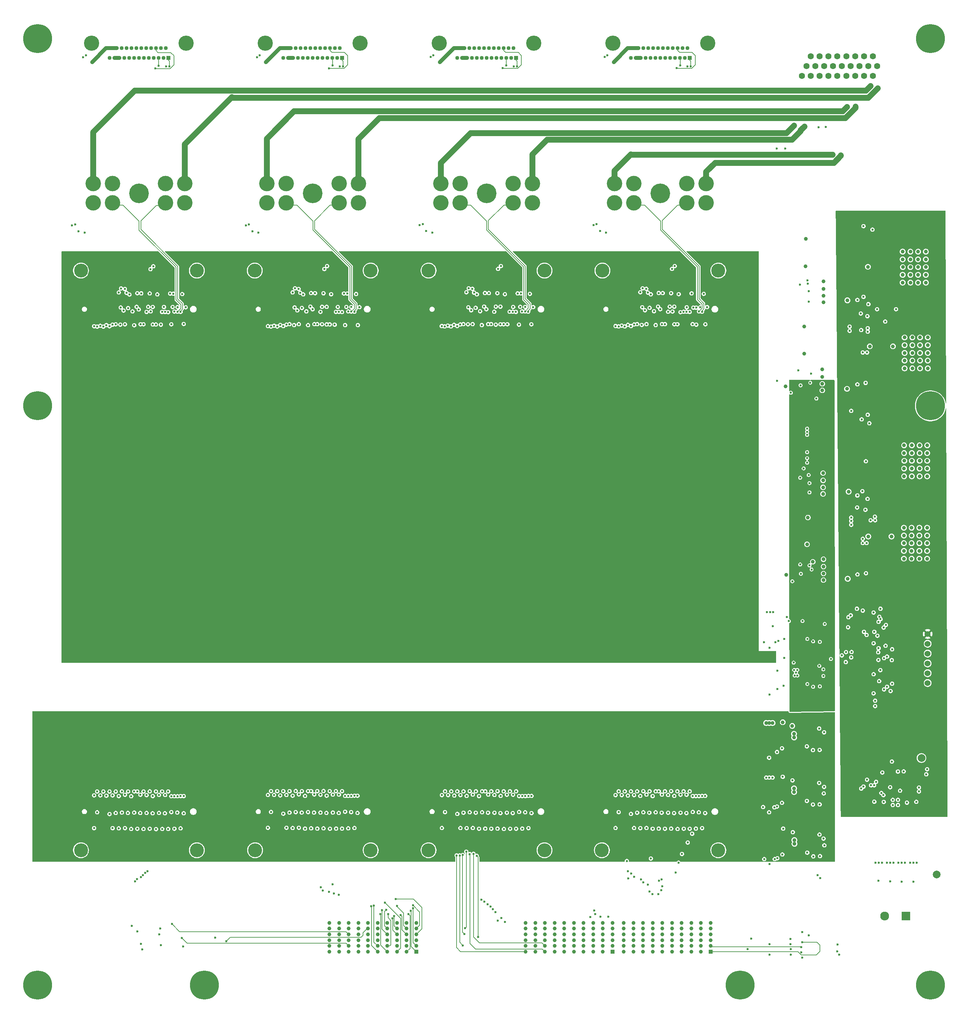
<source format=gbr>
%TF.GenerationSoftware,KiCad,Pcbnew,9.0.4-9.0.4-0~ubuntu22.04.1*%
%TF.CreationDate,2025-12-27T11:22:28-05:00*%
%TF.ProjectId,psc_carrier_brd,7073635f-6361-4727-9269-65725f627264,rev?*%
%TF.SameCoordinates,Original*%
%TF.FileFunction,Copper,L8,Inr*%
%TF.FilePolarity,Positive*%
%FSLAX46Y46*%
G04 Gerber Fmt 4.6, Leading zero omitted, Abs format (unit mm)*
G04 Created by KiCad (PCBNEW 9.0.4-9.0.4-0~ubuntu22.04.1) date 2025-12-27 11:22:28*
%MOMM*%
%LPD*%
G01*
G04 APERTURE LIST*
%TA.AperFunction,ComponentPad*%
%ADD10C,7.500000*%
%TD*%
%TA.AperFunction,ComponentPad*%
%ADD11C,1.524000*%
%TD*%
%TA.AperFunction,ComponentPad*%
%ADD12R,1.000000X1.000000*%
%TD*%
%TA.AperFunction,ComponentPad*%
%ADD13C,1.000000*%
%TD*%
%TA.AperFunction,ComponentPad*%
%ADD14C,3.600000*%
%TD*%
%TA.AperFunction,ComponentPad*%
%ADD15C,4.000000*%
%TD*%
%TA.AperFunction,ComponentPad*%
%ADD16C,5.080000*%
%TD*%
%TA.AperFunction,ComponentPad*%
%ADD17C,2.000000*%
%TD*%
%TA.AperFunction,ComponentPad*%
%ADD18R,1.016000X1.016000*%
%TD*%
%TA.AperFunction,ComponentPad*%
%ADD19C,1.016000*%
%TD*%
%TA.AperFunction,ComponentPad*%
%ADD20C,3.937000*%
%TD*%
%TA.AperFunction,ComponentPad*%
%ADD21R,2.300000X2.300000*%
%TD*%
%TA.AperFunction,ComponentPad*%
%ADD22C,2.300000*%
%TD*%
%TA.AperFunction,ComponentPad*%
%ADD23C,1.600200*%
%TD*%
%TA.AperFunction,ViaPad*%
%ADD24C,0.600000*%
%TD*%
%TA.AperFunction,ViaPad*%
%ADD25C,1.000000*%
%TD*%
%TA.AperFunction,Conductor*%
%ADD26C,0.200000*%
%TD*%
%TA.AperFunction,Conductor*%
%ADD27C,0.150000*%
%TD*%
%TA.AperFunction,Conductor*%
%ADD28C,1.016000*%
%TD*%
%TA.AperFunction,Conductor*%
%ADD29C,1.500000*%
%TD*%
G04 APERTURE END LIST*
D10*
%TO.N,GND*%
%TO.C,MT24*%
X68780000Y-180000000D03*
%TD*%
%TO.N,GND*%
%TO.C,MT23*%
X299920000Y-180000000D03*
%TD*%
D11*
%TO.N,+18V*%
%TO.C,U1*%
X299200000Y-239040000D03*
%TO.N,GND*%
X299200000Y-241580000D03*
%TO.N,-18V*%
X299200000Y-244120000D03*
%TO.N,GND*%
X299200000Y-246660000D03*
X299200000Y-249200000D03*
X299200000Y-251740000D03*
%TD*%
D12*
%TO.N,/Ch4 Daughterboard/dcct.cnv*%
%TO.C,J1*%
X217624000Y-321284000D03*
D13*
%TO.N,/Ch4 Daughterboard/dcct.sdo1*%
X215124000Y-321284000D03*
%TO.N,/Ch4 Daughterboard/dac.syncn*%
X212624000Y-321284000D03*
%TO.N,/Ch4 Daughterboard/digio.out2*%
X210124000Y-321284000D03*
%TO.N,/Ch4 Daughterboard/digio.in2*%
X207624000Y-321284000D03*
%TO.N,unconnected-(J1-PadA6)*%
X205124000Y-321284000D03*
%TO.N,/Ch3 Daughterboard/dcct.sck*%
X202624000Y-321284000D03*
%TO.N,/Ch3 Daughterboard/dac.sclk*%
X200124000Y-321284000D03*
%TO.N,/Ch3 Daughterboard/digio.out0*%
X197624000Y-321284000D03*
%TO.N,/Ch3 Daughterboard/digio.in0*%
X195124000Y-321284000D03*
%TO.N,/Ch4 Daughterboard/dcct.busy*%
X217624000Y-319784000D03*
%TO.N,unconnected-(J1-PadB2)*%
X215124000Y-319784000D03*
%TO.N,unconnected-(J1-PadB3)*%
X212624000Y-319784000D03*
%TO.N,/Ch4 Daughterboard/digio.out3*%
X210124000Y-319784000D03*
%TO.N,/Ch4 Daughterboard/digio.in3*%
X207624000Y-319784000D03*
%TO.N,unconnected-(J1-PadB6)*%
X205124000Y-319784000D03*
%TO.N,/Ch3 Daughterboard/dcct.sdo0*%
X202624000Y-319784000D03*
%TO.N,/Ch3 Daughterboard/dac.sdin*%
X200124000Y-319784000D03*
%TO.N,/Ch3 Daughterboard/digio.out1*%
X197624000Y-319784000D03*
%TO.N,/Ch3 Daughterboard/digio.in1*%
X195124000Y-319784000D03*
%TO.N,GND*%
X217624000Y-318284000D03*
X215124000Y-318284000D03*
X212624000Y-318284000D03*
X210124000Y-318284000D03*
X207624000Y-318284000D03*
X205124000Y-318284000D03*
X202624000Y-318284000D03*
X200124000Y-318284000D03*
X197624000Y-318284000D03*
X195124000Y-318284000D03*
%TO.N,/Ch4 Daughterboard/dcct.sck*%
X217624000Y-316784000D03*
%TO.N,/Ch4 Daughterboard/dac.sclk*%
X215124000Y-316784000D03*
%TO.N,/Ch4 Daughterboard/digio.out0*%
X212624000Y-316784000D03*
%TO.N,/Ch4 Daughterboard/digio.in0*%
X210124000Y-316784000D03*
%TO.N,unconnected-(J1-PadC5)*%
X207624000Y-316784000D03*
%TO.N,/Ch3 Daughterboard/dcct.cnv*%
X205124000Y-316784000D03*
%TO.N,/Ch3 Daughterboard/dcct.sdo1*%
X202624000Y-316784000D03*
%TO.N,/Ch3 Daughterboard/dac.syncn*%
X200124000Y-316784000D03*
%TO.N,/Ch3 Daughterboard/digio.out2*%
X197624000Y-316784000D03*
%TO.N,/Ch3 Daughterboard/digio.in2*%
X195124000Y-316784000D03*
%TO.N,/Ch4 Daughterboard/dcct.sdo0*%
X217624000Y-315284000D03*
%TO.N,/Ch4 Daughterboard/dac.sdin*%
X215124000Y-315284000D03*
%TO.N,/Ch4 Daughterboard/digio.out1*%
X212624000Y-315284000D03*
%TO.N,/Ch4 Daughterboard/digio.in1*%
X210124000Y-315284000D03*
%TO.N,unconnected-(J1-PadD5)*%
X207624000Y-315284000D03*
%TO.N,/Ch3 Daughterboard/dcct.busy*%
X205124000Y-315284000D03*
%TO.N,unconnected-(J1-PadD7)*%
X202624000Y-315284000D03*
%TO.N,unconnected-(J1-PadD8)*%
X200124000Y-315284000D03*
%TO.N,/Ch3 Daughterboard/digio.out3*%
X197624000Y-315284000D03*
%TO.N,/Ch3 Daughterboard/digio.in3*%
X195124000Y-315284000D03*
%TO.N,GND*%
X217624000Y-313784000D03*
X215124000Y-313784000D03*
X212624000Y-313784000D03*
X210124000Y-313784000D03*
X207624000Y-313784000D03*
X205124000Y-313784000D03*
X202624000Y-313784000D03*
X200124000Y-313784000D03*
X197624000Y-313784000D03*
X195124000Y-313784000D03*
%TD*%
D14*
%TO.N,GND*%
%TO.C,MT11*%
X125000000Y-145000000D03*
%TD*%
D15*
%TO.N,/Ch3 Burden Resistor/Iin0.dcct+*%
%TO.C,U17*%
X173142000Y-122500000D03*
%TO.N,/Ch3 Burden Resistor/Vout0.dcct+*%
X178142000Y-122500000D03*
%TO.N,/Ch3 Burden Resistor/Vout0.dcct-*%
X191858000Y-122500000D03*
%TO.N,/Ch3 Burden Resistor/Iin0.dcct-*%
X196858000Y-122500000D03*
%TO.N,/Ch3 Burden Resistor/Iin1.dcct+*%
X173142000Y-127500000D03*
%TO.N,/Ch3 Burden Resistor/Vout1.dcct+*%
X178142000Y-127500000D03*
%TO.N,/Ch3 Burden Resistor/Vout1.dcct-*%
X191858000Y-127500000D03*
%TO.N,/Ch3 Burden Resistor/Iin1.dcct-*%
X196858000Y-127500000D03*
D16*
%TO.N,N/C*%
X185000000Y-125000000D03*
%TD*%
D10*
%TO.N,GND*%
%TO.C,MT2*%
X111960000Y-329920000D03*
%TD*%
D14*
%TO.N,GND*%
%TO.C,MT21*%
X214866500Y-295000000D03*
%TD*%
D15*
%TO.N,/Ch2 Burden Resistor/Iin0.dcct+*%
%TO.C,U16*%
X128142000Y-122500000D03*
%TO.N,/Ch2 Burden Resistor/Vout0.dcct+*%
X133142000Y-122500000D03*
%TO.N,/Ch2 Burden Resistor/Vout0.dcct-*%
X146858000Y-122500000D03*
%TO.N,/Ch2 Burden Resistor/Iin0.dcct-*%
X151858000Y-122500000D03*
%TO.N,/Ch2 Burden Resistor/Iin1.dcct+*%
X128142000Y-127500000D03*
%TO.N,/Ch2 Burden Resistor/Vout1.dcct+*%
X133142000Y-127500000D03*
%TO.N,/Ch2 Burden Resistor/Vout1.dcct-*%
X146858000Y-127500000D03*
%TO.N,/Ch2 Burden Resistor/Iin1.dcct-*%
X151858000Y-127500000D03*
D16*
%TO.N,N/C*%
X140000000Y-125000000D03*
%TD*%
D14*
%TO.N,GND*%
%TO.C,MT22*%
X245000000Y-295000000D03*
%TD*%
%TO.N,GND*%
%TO.C,MT14*%
X155000000Y-295000000D03*
%TD*%
%TO.N,GND*%
%TO.C,MT9*%
X80000000Y-295000000D03*
%TD*%
D15*
%TO.N,/Ch1 Burden Resistor/Iin0.dcct+*%
%TO.C,U15*%
X83142000Y-122500000D03*
%TO.N,/Ch1 Burden Resistor/Vout0.dcct+*%
X88142000Y-122500000D03*
%TO.N,/Ch1 Burden Resistor/Vout0.dcct-*%
X101858000Y-122500000D03*
%TO.N,/Ch1 Burden Resistor/Iin0.dcct-*%
X106858000Y-122500000D03*
%TO.N,/Ch1 Burden Resistor/Iin1.dcct+*%
X83142000Y-127500000D03*
%TO.N,/Ch1 Burden Resistor/Vout1.dcct+*%
X88142000Y-127500000D03*
%TO.N,/Ch1 Burden Resistor/Vout1.dcct-*%
X101858000Y-127500000D03*
%TO.N,/Ch1 Burden Resistor/Iin1.dcct-*%
X106858000Y-127500000D03*
D16*
%TO.N,N/C*%
X95000000Y-125000000D03*
%TD*%
D14*
%TO.N,GND*%
%TO.C,MT17*%
X170000000Y-295000000D03*
%TD*%
D10*
%TO.N,GND*%
%TO.C,MT4*%
X299920000Y-85000000D03*
%TD*%
D14*
%TO.N,GND*%
%TO.C,MT18*%
X200000000Y-295000000D03*
%TD*%
D17*
%TO.N,+5.0V*%
%TO.C,TP2*%
X301500000Y-301300000D03*
%TD*%
D10*
%TO.N,GND*%
%TO.C,MT5*%
X299920000Y-329920000D03*
%TD*%
D14*
%TO.N,GND*%
%TO.C,MT16*%
X200000000Y-145000000D03*
%TD*%
D10*
%TO.N,GND*%
%TO.C,MT6*%
X68780000Y-85000000D03*
%TD*%
D18*
%TO.N,/Ch2 Daughterboard/reg.out+*%
%TO.C,J11*%
X147620000Y-90000000D03*
D19*
%TO.N,unconnected-(J11-Pad2)*%
X146350000Y-90000000D03*
%TO.N,/Ch2 Daughterboard/ps.vout+*%
X145080000Y-90000000D03*
%TO.N,/Ch2 Daughterboard/ps.ignd+*%
X143810000Y-90000000D03*
%TO.N,/Ch2 Daughterboard/ps.spare+*%
X142540000Y-90000000D03*
%TO.N,unconnected-(J11-Pad6)*%
X141270000Y-90000000D03*
%TO.N,/Ch2 Daughterboard/digout.on1*%
X140000000Y-90000000D03*
%TO.N,/Ch2 Daughterboard/digout.on2*%
X138730000Y-90000000D03*
%TO.N,/Ch2 Daughterboard/digout.reset*%
X137460000Y-90000000D03*
%TO.N,/Ch2 Daughterboard/digout.spare*%
X136190000Y-90000000D03*
%TO.N,/Ch2 Daughterboard/digout.rtn*%
X134920000Y-90000000D03*
X133650000Y-90000000D03*
%TO.N,unconnected-(J11-Pad13)*%
X132380000Y-90000000D03*
%TO.N,/Ch2 Daughterboard/reg.out-*%
X146985000Y-87460000D03*
%TO.N,unconnected-(J11-Pad15)*%
X145715000Y-87460000D03*
%TO.N,/Ch2 Daughterboard/ps.vout-*%
X144445000Y-87460000D03*
%TO.N,/Ch2 Daughterboard/ps.ignd-*%
X143175000Y-87460000D03*
%TO.N,/Ch2 Daughterboard/ps.spare-*%
X141905000Y-87460000D03*
%TO.N,unconnected-(J11-Pad19)*%
X140635000Y-87460000D03*
%TO.N,/Ch2 Daughterboard/digin.acon*%
X139365000Y-87460000D03*
%TO.N,/Ch2 Daughterboard/digin.flt1*%
X138095000Y-87460000D03*
%TO.N,/Ch2 Daughterboard/digin.flt2*%
X136825000Y-87460000D03*
%TO.N,/Ch2 Daughterboard/digin.spare*%
X135555000Y-87460000D03*
%TO.N,/Ch2 Daughterboard/digin.rtn*%
X134285000Y-87460000D03*
X133015000Y-87460000D03*
D20*
%TO.N,N/C*%
X127744500Y-86190000D03*
X152255500Y-86190000D03*
%TD*%
D18*
%TO.N,/Ch4 Daughterboard/reg.out+*%
%TO.C,J17*%
X237620000Y-90000000D03*
D19*
%TO.N,unconnected-(J17-Pad2)*%
X236350000Y-90000000D03*
%TO.N,/Ch4 Daughterboard/ps.vout+*%
X235080000Y-90000000D03*
%TO.N,/Ch4 Daughterboard/ps.ignd+*%
X233810000Y-90000000D03*
%TO.N,/Ch4 Daughterboard/ps.spare+*%
X232540000Y-90000000D03*
%TO.N,unconnected-(J17-Pad6)*%
X231270000Y-90000000D03*
%TO.N,/Ch4 Daughterboard/digout.on1*%
X230000000Y-90000000D03*
%TO.N,/Ch4 Daughterboard/digout.on2*%
X228730000Y-90000000D03*
%TO.N,/Ch4 Daughterboard/digout.reset*%
X227460000Y-90000000D03*
%TO.N,/Ch4 Daughterboard/digout.spare*%
X226190000Y-90000000D03*
%TO.N,/Ch4 Daughterboard/digout.rtn*%
X224920000Y-90000000D03*
X223650000Y-90000000D03*
%TO.N,unconnected-(J17-Pad13)*%
X222380000Y-90000000D03*
%TO.N,/Ch4 Daughterboard/reg.out-*%
X236985000Y-87460000D03*
%TO.N,unconnected-(J17-Pad15)*%
X235715000Y-87460000D03*
%TO.N,/Ch4 Daughterboard/ps.vout-*%
X234445000Y-87460000D03*
%TO.N,/Ch4 Daughterboard/ps.ignd-*%
X233175000Y-87460000D03*
%TO.N,/Ch4 Daughterboard/ps.spare-*%
X231905000Y-87460000D03*
%TO.N,unconnected-(J17-Pad19)*%
X230635000Y-87460000D03*
%TO.N,/Ch4 Daughterboard/digin.acon*%
X229365000Y-87460000D03*
%TO.N,/Ch4 Daughterboard/digin.flt1*%
X228095000Y-87460000D03*
%TO.N,/Ch4 Daughterboard/digin.flt2*%
X226825000Y-87460000D03*
%TO.N,/Ch4 Daughterboard/digin.spare*%
X225555000Y-87460000D03*
%TO.N,/Ch4 Daughterboard/digin.rtn*%
X224285000Y-87460000D03*
X223015000Y-87460000D03*
D20*
%TO.N,N/C*%
X217744500Y-86190000D03*
X242255500Y-86190000D03*
%TD*%
D14*
%TO.N,GND*%
%TO.C,MT20*%
X245000000Y-145000000D03*
%TD*%
D12*
%TO.N,/Ch2 Daughterboard/dcct.cnv*%
%TO.C,J2*%
X166824000Y-321284000D03*
D13*
%TO.N,/Ch2 Daughterboard/dcct.sdo1*%
X164324000Y-321284000D03*
%TO.N,/Ch2 Daughterboard/dac.syncn*%
X161824000Y-321284000D03*
%TO.N,/Ch2 Daughterboard/digio.out2*%
X159324000Y-321284000D03*
%TO.N,/Ch2 Daughterboard/digio.in2*%
X156824000Y-321284000D03*
%TO.N,unconnected-(J2-PadA6)*%
X154324000Y-321284000D03*
%TO.N,/Ch1 Daughterboard/dcct.sck*%
X151824000Y-321284000D03*
%TO.N,/Ch1 Daughterboard/dac.sclk*%
X149324000Y-321284000D03*
%TO.N,/Ch1 Daughterboard/digio.out0*%
X146824000Y-321284000D03*
%TO.N,/Ch1 Daughterboard/digio.in0*%
X144324000Y-321284000D03*
%TO.N,/Ch2 Daughterboard/dcct.busy*%
X166824000Y-319784000D03*
%TO.N,unconnected-(J2-PadB2)*%
X164324000Y-319784000D03*
%TO.N,unconnected-(J2-PadB3)*%
X161824000Y-319784000D03*
%TO.N,/Ch2 Daughterboard/digio.out3*%
X159324000Y-319784000D03*
%TO.N,/Ch2 Daughterboard/digio.in3*%
X156824000Y-319784000D03*
%TO.N,unconnected-(J2-PadB6)*%
X154324000Y-319784000D03*
%TO.N,/Ch1 Daughterboard/dcct.sdo0*%
X151824000Y-319784000D03*
%TO.N,/Ch1 Daughterboard/dac.sdin*%
X149324000Y-319784000D03*
%TO.N,/Ch1 Daughterboard/digio.out1*%
X146824000Y-319784000D03*
%TO.N,/Ch1 Daughterboard/digio.in1*%
X144324000Y-319784000D03*
%TO.N,GND*%
X166824000Y-318284000D03*
X164324000Y-318284000D03*
X161824000Y-318284000D03*
X159324000Y-318284000D03*
X156824000Y-318284000D03*
X154324000Y-318284000D03*
X151824000Y-318284000D03*
X149324000Y-318284000D03*
X146824000Y-318284000D03*
X144324000Y-318284000D03*
%TO.N,/Ch2 Daughterboard/dcct.sck*%
X166824000Y-316784000D03*
%TO.N,/Ch2 Daughterboard/dac.sclk*%
X164324000Y-316784000D03*
%TO.N,/Ch2 Daughterboard/digio.out0*%
X161824000Y-316784000D03*
%TO.N,/Ch2 Daughterboard/digio.in0*%
X159324000Y-316784000D03*
%TO.N,unconnected-(J2-PadC5)*%
X156824000Y-316784000D03*
%TO.N,/Ch1 Daughterboard/dcct.cnv*%
X154324000Y-316784000D03*
%TO.N,/Ch1 Daughterboard/dcct.sdo1*%
X151824000Y-316784000D03*
%TO.N,/Ch1 Daughterboard/dac.syncn*%
X149324000Y-316784000D03*
%TO.N,/Ch1 Daughterboard/digio.out2*%
X146824000Y-316784000D03*
%TO.N,/Ch1 Daughterboard/digio.in2*%
X144324000Y-316784000D03*
%TO.N,/Ch2 Daughterboard/dcct.sdo0*%
X166824000Y-315284000D03*
%TO.N,/Ch2 Daughterboard/dac.sdin*%
X164324000Y-315284000D03*
%TO.N,/Ch2 Daughterboard/digio.out1*%
X161824000Y-315284000D03*
%TO.N,/Ch2 Daughterboard/digio.in1*%
X159324000Y-315284000D03*
%TO.N,unconnected-(J2-PadD5)*%
X156824000Y-315284000D03*
%TO.N,/Ch1 Daughterboard/dcct.busy*%
X154324000Y-315284000D03*
%TO.N,unconnected-(J2-PadD7)*%
X151824000Y-315284000D03*
%TO.N,unconnected-(J2-PadD8)*%
X149324000Y-315284000D03*
%TO.N,/Ch1 Daughterboard/digio.out3*%
X146824000Y-315284000D03*
%TO.N,/Ch1 Daughterboard/digio.in3*%
X144324000Y-315284000D03*
%TO.N,GND*%
X166824000Y-313784000D03*
X164324000Y-313784000D03*
X161824000Y-313784000D03*
X159324000Y-313784000D03*
X156824000Y-313784000D03*
X154324000Y-313784000D03*
X151824000Y-313784000D03*
X149324000Y-313784000D03*
X146824000Y-313784000D03*
X144324000Y-313784000D03*
%TD*%
D14*
%TO.N,GND*%
%TO.C,MT8*%
X110000000Y-145000000D03*
%TD*%
%TO.N,GND*%
%TO.C,MT19*%
X215000000Y-145000000D03*
%TD*%
D10*
%TO.N,GND*%
%TO.C,MT3*%
X250644000Y-329920000D03*
%TD*%
D21*
%TO.N,+5.0V*%
%TO.C,J4*%
X293570000Y-312000000D03*
D22*
%TO.N,GND*%
X288070000Y-312000000D03*
%TD*%
D15*
%TO.N,/Ch4 Burden Resistor/Iin0.dcct+*%
%TO.C,U18*%
X218142000Y-122500000D03*
%TO.N,/Ch4 Burden Resistor/Vout0.dcct+*%
X223142000Y-122500000D03*
%TO.N,/Ch4 Burden Resistor/Vout0.dcct-*%
X236858000Y-122500000D03*
%TO.N,/Ch4 Burden Resistor/Iin0.dcct-*%
X241858000Y-122500000D03*
%TO.N,/Ch4 Burden Resistor/Iin1.dcct+*%
X218142000Y-127500000D03*
%TO.N,/Ch4 Burden Resistor/Vout1.dcct+*%
X223142000Y-127500000D03*
%TO.N,/Ch4 Burden Resistor/Vout1.dcct-*%
X236858000Y-127500000D03*
%TO.N,/Ch4 Burden Resistor/Iin1.dcct-*%
X241858000Y-127500000D03*
D16*
%TO.N,N/C*%
X230000000Y-125000000D03*
%TD*%
D14*
%TO.N,GND*%
%TO.C,MT15*%
X170000000Y-145000000D03*
%TD*%
D12*
%TO.N,/DCCT Fault Logic/dcct_flt_buf.12*%
%TO.C,J3*%
X243024000Y-321284000D03*
D13*
%TO.N,unconnected-(J3-PadA2)*%
X240524000Y-321284000D03*
%TO.N,/Ch4 Daughterboard/mon.busy*%
X238024000Y-321284000D03*
%TO.N,unconnected-(J3-PadA4)*%
X235524000Y-321284000D03*
%TO.N,/Ch3 Daughterboard/mon.busy*%
X233024000Y-321284000D03*
%TO.N,unconnected-(J3-PadA6)*%
X230524000Y-321284000D03*
%TO.N,/Ch2 Daughterboard/mon.busy*%
X228024000Y-321284000D03*
%TO.N,unconnected-(J3-PadA8)*%
X225524000Y-321284000D03*
%TO.N,/Ch1 Daughterboard/mon.busy*%
X223024000Y-321284000D03*
%TO.N,unconnected-(J3-PadA10)*%
X220524000Y-321284000D03*
%TO.N,/DCCT Fault Logic/dcct_flt_buf.34*%
X243024000Y-319784000D03*
%TO.N,unconnected-(J3-PadB2)*%
X240524000Y-319784000D03*
%TO.N,/Ch4 Daughterboard/mon.fs*%
X238024000Y-319784000D03*
%TO.N,unconnected-(J3-PadB4)*%
X235524000Y-319784000D03*
%TO.N,/Ch3 Daughterboard/mon.fs*%
X233024000Y-319784000D03*
%TO.N,unconnected-(J3-PadB6)*%
X230524000Y-319784000D03*
%TO.N,/Ch2 Daughterboard/mon.fs*%
X228024000Y-319784000D03*
%TO.N,unconnected-(J3-PadB8)*%
X225524000Y-319784000D03*
%TO.N,/Ch1 Daughterboard/mon.fs*%
X223024000Y-319784000D03*
%TO.N,unconnected-(J3-PadB10)*%
X220524000Y-319784000D03*
%TO.N,GND*%
X243024000Y-318284000D03*
X240524000Y-318284000D03*
X238024000Y-318284000D03*
X235524000Y-318284000D03*
X233024000Y-318284000D03*
X230524000Y-318284000D03*
X228024000Y-318284000D03*
X225524000Y-318284000D03*
X223024000Y-318284000D03*
X220524000Y-318284000D03*
%TO.N,/DCCT Fault Logic/dcct_flt_buf.56*%
X243024000Y-316784000D03*
%TO.N,/Ch4 Daughterboard/mon.reset*%
X240524000Y-316784000D03*
%TO.N,/Ch4 Daughterboard/mon.sdo*%
X238024000Y-316784000D03*
%TO.N,/Ch3 Daughterboard/mon.reset*%
X235524000Y-316784000D03*
%TO.N,/Ch3 Daughterboard/mon.sdo*%
X233024000Y-316784000D03*
%TO.N,/Ch2 Daughterboard/mon.reset*%
X230524000Y-316784000D03*
%TO.N,/Ch2 Daughterboard/mon.sdo*%
X228024000Y-316784000D03*
%TO.N,/Ch1 Daughterboard/mon.reset*%
X225524000Y-316784000D03*
%TO.N,/Ch1 Daughterboard/mon.sdo*%
X223024000Y-316784000D03*
%TO.N,/regulators/i2c_sda*%
X220524000Y-316784000D03*
%TO.N,/DCCT Fault Logic/dcct_flt_buf.78*%
X243024000Y-315284000D03*
%TO.N,/Ch4 Daughterboard/mon.cnvrt*%
X240524000Y-315284000D03*
%TO.N,/Ch4 Daughterboard/mon.sclk*%
X238024000Y-315284000D03*
%TO.N,/Ch3 Daughterboard/mon.cnvrt*%
X235524000Y-315284000D03*
%TO.N,/Ch3 Daughterboard/mon.sclk*%
X233024000Y-315284000D03*
%TO.N,/Ch2 Daughterboard/mon.cnvrt*%
X230524000Y-315284000D03*
%TO.N,/Ch2 Daughterboard/mon.sclk*%
X228024000Y-315284000D03*
%TO.N,/Ch1 Daughterboard/mon.cnvrt*%
X225524000Y-315284000D03*
%TO.N,/Ch1 Daughterboard/mon.sclk*%
X223024000Y-315284000D03*
%TO.N,/regulators/i2c_scl*%
X220524000Y-315284000D03*
%TO.N,GND*%
X243024000Y-313784000D03*
X240524000Y-313784000D03*
X238024000Y-313784000D03*
X235524000Y-313784000D03*
X233024000Y-313784000D03*
X230524000Y-313784000D03*
X228024000Y-313784000D03*
X225524000Y-313784000D03*
X223024000Y-313784000D03*
X220524000Y-313784000D03*
%TD*%
D14*
%TO.N,GND*%
%TO.C,MT13*%
X125100000Y-295000000D03*
%TD*%
D17*
%TO.N,Net-(Q1-G)*%
%TO.C,TP1*%
X297600000Y-271150000D03*
%TD*%
D14*
%TO.N,GND*%
%TO.C,MT10*%
X110000000Y-295000000D03*
%TD*%
%TO.N,GND*%
%TO.C,MT7*%
X80000000Y-145000000D03*
%TD*%
D18*
%TO.N,/Ch3 Daughterboard/reg.out+*%
%TO.C,J14*%
X192620000Y-90000000D03*
D19*
%TO.N,unconnected-(J14-Pad2)*%
X191350000Y-90000000D03*
%TO.N,/Ch3 Daughterboard/ps.vout+*%
X190080000Y-90000000D03*
%TO.N,/Ch3 Daughterboard/ps.ignd+*%
X188810000Y-90000000D03*
%TO.N,/Ch3 Daughterboard/ps.spare+*%
X187540000Y-90000000D03*
%TO.N,unconnected-(J14-Pad6)*%
X186270000Y-90000000D03*
%TO.N,/Ch3 Daughterboard/digout.on1*%
X185000000Y-90000000D03*
%TO.N,/Ch3 Daughterboard/digout.on2*%
X183730000Y-90000000D03*
%TO.N,/Ch3 Daughterboard/digout.reset*%
X182460000Y-90000000D03*
%TO.N,/Ch3 Daughterboard/digout.spare*%
X181190000Y-90000000D03*
%TO.N,/Ch3 Daughterboard/digout.rtn*%
X179920000Y-90000000D03*
X178650000Y-90000000D03*
%TO.N,unconnected-(J14-Pad13)*%
X177380000Y-90000000D03*
%TO.N,/Ch3 Daughterboard/reg.out-*%
X191985000Y-87460000D03*
%TO.N,unconnected-(J14-Pad15)*%
X190715000Y-87460000D03*
%TO.N,/Ch3 Daughterboard/ps.vout-*%
X189445000Y-87460000D03*
%TO.N,/Ch3 Daughterboard/ps.ignd-*%
X188175000Y-87460000D03*
%TO.N,/Ch3 Daughterboard/ps.spare-*%
X186905000Y-87460000D03*
%TO.N,unconnected-(J14-Pad19)*%
X185635000Y-87460000D03*
%TO.N,/Ch3 Daughterboard/digin.acon*%
X184365000Y-87460000D03*
%TO.N,/Ch3 Daughterboard/digin.flt1*%
X183095000Y-87460000D03*
%TO.N,/Ch3 Daughterboard/digin.flt2*%
X181825000Y-87460000D03*
%TO.N,/Ch3 Daughterboard/digin.spare*%
X180555000Y-87460000D03*
%TO.N,/Ch3 Daughterboard/digin.rtn*%
X179285000Y-87460000D03*
X178015000Y-87460000D03*
D20*
%TO.N,N/C*%
X172744500Y-86190000D03*
X197255500Y-86190000D03*
%TD*%
D14*
%TO.N,GND*%
%TO.C,MT12*%
X155000000Y-145000000D03*
%TD*%
D18*
%TO.N,/Ch1 Daughterboard/reg.out+*%
%TO.C,J8*%
X102620000Y-90000000D03*
D19*
%TO.N,unconnected-(J8-Pad2)*%
X101350000Y-90000000D03*
%TO.N,/Ch1 Daughterboard/ps.vout+*%
X100080000Y-90000000D03*
%TO.N,/Ch1 Daughterboard/ps.ignd+*%
X98810000Y-90000000D03*
%TO.N,/Ch1 Daughterboard/ps.spare+*%
X97540000Y-90000000D03*
%TO.N,unconnected-(J8-Pad6)*%
X96270000Y-90000000D03*
%TO.N,/Ch1 Daughterboard/digout.on1*%
X95000000Y-90000000D03*
%TO.N,/Ch1 Daughterboard/digout.on2*%
X93730000Y-90000000D03*
%TO.N,/Ch1 Daughterboard/digout.reset*%
X92460000Y-90000000D03*
%TO.N,/Ch1 Daughterboard/digout.spare*%
X91190000Y-90000000D03*
%TO.N,/Ch1 Daughterboard/digout.rtn*%
X89920000Y-90000000D03*
X88650000Y-90000000D03*
%TO.N,unconnected-(J8-Pad13)*%
X87380000Y-90000000D03*
%TO.N,/Ch1 Daughterboard/reg.out-*%
X101985000Y-87460000D03*
%TO.N,unconnected-(J8-Pad15)*%
X100715000Y-87460000D03*
%TO.N,/Ch1 Daughterboard/ps.vout-*%
X99445000Y-87460000D03*
%TO.N,/Ch1 Daughterboard/ps.ignd-*%
X98175000Y-87460000D03*
%TO.N,/Ch1 Daughterboard/ps.spare-*%
X96905000Y-87460000D03*
%TO.N,unconnected-(J8-Pad19)*%
X95635000Y-87460000D03*
%TO.N,/Ch1 Daughterboard/digin.acon*%
X94365000Y-87460000D03*
%TO.N,/Ch1 Daughterboard/digin.flt1*%
X93095000Y-87460000D03*
%TO.N,/Ch1 Daughterboard/digin.flt2*%
X91825000Y-87460000D03*
%TO.N,/Ch1 Daughterboard/digin.spare*%
X90555000Y-87460000D03*
%TO.N,/Ch1 Daughterboard/digin.rtn*%
X89285000Y-87460000D03*
X88015000Y-87460000D03*
D20*
%TO.N,N/C*%
X82744500Y-86190000D03*
X107255500Y-86190000D03*
%TD*%
D10*
%TO.N,GND*%
%TO.C,MT1*%
X68780000Y-329920000D03*
%TD*%
D23*
%TO.N,+15V_DCCT*%
%TO.C,J7*%
X285000000Y-94600000D03*
%TO.N,/Ch1 Burden Resistor/Iin0.dcct+*%
X282714000Y-94600000D03*
%TO.N,/Ch1 Burden Resistor/Iin1.dcct+*%
X280428000Y-94600000D03*
%TO.N,/Ch2 Burden Resistor/Iin0.dcct+*%
X278142000Y-94600000D03*
%TO.N,/DCCT Fault Logic/dcct_flt.12*%
X275830600Y-94600000D03*
%TO.N,/Ch4 Burden Resistor/Iin0.dcct+*%
X273544600Y-94600000D03*
%TO.N,/Ch3 Burden Resistor/Iin1.dcct+*%
X271258600Y-94600000D03*
%TO.N,/Ch3 Burden Resistor/Iin0.dcct+*%
X268972600Y-94600000D03*
%TO.N,+15V_DCCT*%
X266686600Y-94600000D03*
%TO.N,GND*%
X286143000Y-92060000D03*
%TO.N,/Ch1 Burden Resistor/Iin0.dcct-*%
X283857000Y-92060000D03*
%TO.N,/Ch1 Burden Resistor/Iin1.dcct-*%
X281571000Y-92060000D03*
%TO.N,/Ch2 Burden Resistor/Iin0.dcct-*%
X279259600Y-92060000D03*
%TO.N,/DCCT Fault Logic/dcct_flt.34*%
X276973600Y-92060000D03*
%TO.N,/Ch4 Burden Resistor/Iin0.dcct-*%
X274687600Y-92060000D03*
%TO.N,/Ch3 Burden Resistor/Iin1.dcct-*%
X272401600Y-92060000D03*
%TO.N,/Ch3 Burden Resistor/Iin0.dcct-*%
X270115600Y-92060000D03*
%TO.N,GND*%
X267829600Y-92060000D03*
%TO.N,-15V_DCCT*%
X285000000Y-89520000D03*
%TO.N,/Ch2 Burden Resistor/Iin1.dcct+*%
X282714000Y-89520000D03*
%TO.N,/Ch2 Burden Resistor/Iin1.dcct-*%
X280428000Y-89520000D03*
%TO.N,/DCCT Fault Logic/dcct_flt.56*%
X278142000Y-89520000D03*
%TO.N,/DCCT Fault Logic/dcct_flt.78*%
X275830600Y-89520000D03*
%TO.N,/Ch4 Burden Resistor/Iin1.dcct+*%
X273544600Y-89520000D03*
%TO.N,/Ch4 Burden Resistor/Iin1.dcct-*%
X271258600Y-89520000D03*
%TO.N,-15V_DCCT*%
X268972600Y-89520000D03*
%TD*%
D24*
%TO.N,GND*%
X268000000Y-193550000D03*
X268000000Y-194716000D03*
X268000000Y-192000000D03*
%TO.N,+5.0V*%
X273000000Y-257000000D03*
X270000000Y-257000000D03*
X269000000Y-257000000D03*
X268000000Y-257000000D03*
X267000000Y-257000000D03*
X266000000Y-257000000D03*
X265000000Y-257000000D03*
X272450000Y-293750000D03*
X272250000Y-291990000D03*
X271200000Y-290950000D03*
%TO.N,GND*%
X283200000Y-194350000D03*
X286950000Y-248400000D03*
X278000000Y-246300000D03*
X286399809Y-243769431D03*
X286500950Y-242729431D03*
X281025000Y-223625000D03*
X283225000Y-223325000D03*
X280950000Y-206300000D03*
X283100000Y-206900000D03*
X281000000Y-174450000D03*
X283125000Y-174075000D03*
X264750000Y-249800000D03*
X265500000Y-249800000D03*
X265450000Y-248350000D03*
X264650000Y-248350000D03*
X265100000Y-249045000D03*
X263750000Y-322000000D03*
X263750000Y-320600000D03*
X263700000Y-319350000D03*
X263650000Y-318000000D03*
X241650000Y-158900000D03*
X238350000Y-158850000D03*
X235200000Y-155750000D03*
X225200000Y-159050000D03*
X233150000Y-155600000D03*
X98050000Y-155550000D03*
%TO.N,+15V*%
X274150000Y-245500000D03*
%TO.N,*%
X284450000Y-209600000D03*
X285600000Y-209600000D03*
X285550000Y-208700000D03*
%TO.N,Net-(Q1-G)*%
X282000000Y-279050000D03*
%TO.N,Net-(U11-SYNC{slash}MODE)*%
X282600000Y-278550000D03*
X292050000Y-279600000D03*
%TO.N,GND*%
X283500000Y-276750000D03*
X284550000Y-278200000D03*
X285350000Y-278200000D03*
%TO.N,+5.0V*%
X285850000Y-277300000D03*
%TO.N,Net-(Q1-G)*%
X299050000Y-274050000D03*
X289500000Y-278700000D03*
%TO.N,+18V*%
X301800000Y-280300000D03*
%TO.N,GND*%
X298850000Y-275350000D03*
X289950000Y-272050000D03*
X287475000Y-274875000D03*
X291500000Y-274650000D03*
X293000000Y-274600000D03*
X296950000Y-279800000D03*
X296950000Y-278800000D03*
X296275000Y-282475000D03*
X293850000Y-282700000D03*
%TO.N,+18V*%
X297050000Y-280800000D03*
%TO.N,GND*%
X285400000Y-282450000D03*
X287850000Y-282500000D03*
%TO.N,+5.0V*%
X287750000Y-280750000D03*
X287200000Y-280200000D03*
%TO.N,+18V*%
X284400000Y-283550000D03*
X284400000Y-284550000D03*
X285050000Y-283950000D03*
X297450000Y-284400000D03*
X297450000Y-283600000D03*
X296750000Y-284050000D03*
%TO.N,GND*%
X258140000Y-271085000D03*
X260190000Y-269585000D03*
X261490000Y-268635000D03*
X267940000Y-268135000D03*
X269490000Y-269085000D03*
X271240000Y-269035000D03*
X290175000Y-283300000D03*
X138000000Y-280950000D03*
X194190000Y-155545000D03*
X150800000Y-280900000D03*
X146750000Y-285350000D03*
X239200000Y-281000000D03*
X143550000Y-285350000D03*
X148400000Y-285050000D03*
X225300000Y-154495000D03*
X149200000Y-289350000D03*
X194250000Y-281000000D03*
X230620000Y-150825000D03*
X224800000Y-280950000D03*
X282600000Y-133500000D03*
X90600000Y-285250000D03*
X258150000Y-285190000D03*
X194250000Y-289400000D03*
X188600000Y-285400000D03*
X233550000Y-285400000D03*
X142400000Y-158900000D03*
X136780000Y-150735000D03*
D25*
X264690000Y-292390000D03*
D24*
X101750000Y-285450000D03*
X187850000Y-289400000D03*
X289500000Y-303100000D03*
X258240000Y-298590000D03*
X103400000Y-281050000D03*
X271250000Y-283140000D03*
X141200000Y-289400000D03*
X224800000Y-150595000D03*
X268050000Y-240325000D03*
D25*
X267600000Y-143900000D03*
D24*
X145700000Y-159000000D03*
X275800000Y-321200000D03*
X260550000Y-240825000D03*
D25*
X294725000Y-148100000D03*
D24*
X266200000Y-198600000D03*
X260200000Y-283690000D03*
D25*
X298725000Y-142100000D03*
D24*
X193065000Y-150895000D03*
X228000000Y-281000000D03*
X240800000Y-280950000D03*
X261590000Y-296100000D03*
X140620000Y-150855000D03*
X129200000Y-285100000D03*
D25*
X292725000Y-148100000D03*
D24*
X98600000Y-154400000D03*
D25*
X299100000Y-190225000D03*
D24*
X260300000Y-253250000D03*
X183850000Y-285200000D03*
D25*
X296725000Y-140100000D03*
D24*
X90300000Y-154550000D03*
D25*
X298725000Y-140100000D03*
D24*
X282600000Y-151800000D03*
X236808205Y-154508205D03*
X134000000Y-285250000D03*
X283600000Y-156800000D03*
X283875000Y-153675000D03*
X242100000Y-154445000D03*
X194990000Y-154395000D03*
X259600000Y-297300000D03*
X256600000Y-283840000D03*
X104200000Y-281050000D03*
X146000000Y-155675000D03*
X290175000Y-281975000D03*
X137540000Y-151165000D03*
X240300000Y-154500000D03*
X89800000Y-289350000D03*
X258300000Y-242650000D03*
X268050000Y-252000000D03*
D25*
X294725000Y-146100000D03*
D24*
X147600000Y-289400000D03*
X134800000Y-280900000D03*
X197090000Y-154445000D03*
X184960000Y-154985000D03*
X269590000Y-296590000D03*
X152100000Y-154475000D03*
X263300000Y-235700000D03*
X269550000Y-252700000D03*
X192650000Y-289450000D03*
X101000000Y-155700000D03*
X96200000Y-289500000D03*
D25*
X267975000Y-215825000D03*
D24*
X180650000Y-285200000D03*
X146500000Y-154400000D03*
X266700000Y-316200000D03*
X271340000Y-296540000D03*
D25*
X264600000Y-278990000D03*
X269475000Y-220350000D03*
D24*
X264200000Y-276940000D03*
X261780000Y-289400000D03*
D25*
X293100000Y-192225000D03*
D24*
X261900000Y-252400000D03*
X282300000Y-202100000D03*
D25*
X283825000Y-213800000D03*
X295100000Y-192225000D03*
X292775000Y-144100000D03*
D24*
X95350000Y-285350000D03*
X284900000Y-134400000D03*
X91780000Y-150760000D03*
X178250000Y-289250000D03*
X137200000Y-154675000D03*
X151225000Y-151050000D03*
D25*
X264590000Y-264885000D03*
D24*
X266700000Y-322800000D03*
X195050000Y-281000000D03*
X89800000Y-150650000D03*
X232800000Y-289400000D03*
X138800000Y-285150000D03*
X173450000Y-289250000D03*
X188590000Y-154345000D03*
D25*
X293100000Y-198225000D03*
D24*
X196215000Y-151020000D03*
X94600000Y-289450000D03*
X239300000Y-159000000D03*
X239200000Y-289400000D03*
X99770000Y-151150000D03*
X139970000Y-155015000D03*
X286500000Y-302900000D03*
X219200000Y-285150000D03*
X97800000Y-289450000D03*
D25*
X298725000Y-148100000D03*
X292725000Y-146100000D03*
D24*
X285400000Y-238500000D03*
X233600000Y-154345000D03*
X190400000Y-158900000D03*
X267100000Y-196200000D03*
X292500000Y-303110000D03*
X281000000Y-203200000D03*
X287000000Y-235200000D03*
X143600000Y-280900000D03*
X149200000Y-280950000D03*
X224000000Y-285300000D03*
X267950000Y-282240000D03*
X262060000Y-240325000D03*
X105000000Y-154450000D03*
X83400000Y-289300000D03*
X180290000Y-154495000D03*
X149200000Y-155575000D03*
D25*
X297100000Y-190225000D03*
D24*
X133200000Y-289200000D03*
X268000000Y-185900000D03*
X268000000Y-187500000D03*
X106600000Y-281000000D03*
D25*
X264140000Y-262835000D03*
D24*
X269500000Y-283190000D03*
X142000000Y-285250000D03*
X269000000Y-171700000D03*
X190990000Y-155645000D03*
D25*
X293100000Y-196225000D03*
X299100000Y-198225000D03*
D24*
X94970000Y-155040000D03*
D25*
X297100000Y-198225000D03*
D24*
X262780000Y-234680000D03*
X230350000Y-285300000D03*
D25*
X267200000Y-159500000D03*
D24*
X174250000Y-285150000D03*
X150000000Y-280950000D03*
X193450000Y-285100000D03*
X98550000Y-285450000D03*
X268040000Y-295640000D03*
D25*
X261690000Y-261885000D03*
D24*
X179050000Y-285300000D03*
X142800000Y-289350000D03*
X286700000Y-234600000D03*
D25*
X293150000Y-194225000D03*
X289825000Y-213800000D03*
D24*
X264300000Y-290340000D03*
X104200000Y-289450000D03*
X148400000Y-159100000D03*
D25*
X296725000Y-144100000D03*
X267700000Y-136800000D03*
D24*
X92540000Y-151190000D03*
X143600000Y-154375000D03*
X259800000Y-241200000D03*
D25*
X293100000Y-190225000D03*
D24*
X259500000Y-283900000D03*
X195850000Y-280950000D03*
D25*
X268200000Y-208900000D03*
D24*
X264500000Y-246450000D03*
X268800000Y-174000000D03*
X185610000Y-150825000D03*
X262050000Y-245200000D03*
X188650000Y-280950000D03*
X218400000Y-289250000D03*
X151600000Y-280900000D03*
D25*
X283725000Y-144025000D03*
D24*
X227200000Y-154645000D03*
X132400000Y-285550000D03*
X281900000Y-156100000D03*
X93000000Y-281050000D03*
X185400000Y-285300000D03*
X260290000Y-297090000D03*
X180200000Y-158900000D03*
X97000000Y-285350000D03*
D25*
X297100000Y-194225000D03*
D24*
X151700000Y-159100000D03*
D25*
X294725000Y-144100000D03*
D24*
X224800000Y-289300000D03*
X268600000Y-200000000D03*
X179850000Y-280950000D03*
D25*
X296725000Y-146100000D03*
D24*
X97000000Y-155700000D03*
X269550000Y-240950000D03*
X281000000Y-152600000D03*
D25*
X292725000Y-142100000D03*
D24*
X291500000Y-283300000D03*
X90200000Y-159000000D03*
X191903205Y-154403205D03*
X128400000Y-289200000D03*
X88200000Y-289300000D03*
X148400000Y-280950000D03*
X139600000Y-289350000D03*
X182190000Y-154645000D03*
X135300000Y-154525000D03*
X286650000Y-251250000D03*
X231200000Y-289450000D03*
X233600000Y-280950000D03*
X92200000Y-154700000D03*
X106600000Y-158800000D03*
X103400000Y-285150000D03*
X266100000Y-148600000D03*
X105800000Y-281000000D03*
X95620000Y-150880000D03*
X191800000Y-285400000D03*
X102600000Y-289500000D03*
X98600000Y-281000000D03*
X186250000Y-289450000D03*
X101500000Y-154425000D03*
D25*
X297100000Y-192225000D03*
D24*
X238400000Y-285100000D03*
X196600000Y-158900000D03*
X268000000Y-186700000D03*
X290000000Y-243000000D03*
X184650000Y-289400000D03*
X182530000Y-151135000D03*
X89000000Y-285350000D03*
X226780000Y-150705000D03*
X135600000Y-285150000D03*
D25*
X295100000Y-196225000D03*
X296725000Y-148100000D03*
D24*
X105000000Y-281050000D03*
X258250000Y-254750000D03*
X187400000Y-159000000D03*
X291000000Y-155000000D03*
X107100000Y-154500000D03*
X291500000Y-281975000D03*
X225600000Y-285200000D03*
X140350000Y-285250000D03*
D25*
X298725000Y-144100000D03*
D24*
X84200000Y-285200000D03*
X229600000Y-289400000D03*
X89800000Y-281000000D03*
X286500000Y-235900000D03*
X237600000Y-289450000D03*
D25*
X284225000Y-164600000D03*
D24*
X186990000Y-155645000D03*
X228800000Y-285200000D03*
X193450000Y-281000000D03*
X87400000Y-285650000D03*
X238400000Y-281000000D03*
X271290000Y-241080000D03*
D25*
X294725000Y-140100000D03*
D24*
X193400000Y-159000000D03*
D25*
X290225000Y-164600000D03*
D24*
X287000000Y-232500000D03*
X238075000Y-150895000D03*
D25*
X296725000Y-142100000D03*
D24*
X268400000Y-150300000D03*
X106225000Y-151075000D03*
X263800000Y-176600000D03*
D25*
X264730000Y-293340000D03*
D24*
X285200000Y-254400000D03*
D25*
X264630000Y-265835000D03*
D24*
X183050000Y-281000000D03*
X142000000Y-155675000D03*
D25*
X299100000Y-196225000D03*
X264640000Y-279940000D03*
D24*
X103400000Y-158900000D03*
X256900000Y-297300000D03*
D25*
X295100000Y-194225000D03*
D24*
X222400000Y-285600000D03*
X295500000Y-303150000D03*
X187050000Y-285300000D03*
X269150000Y-222345000D03*
X241225000Y-151020000D03*
X240000000Y-281000000D03*
X234770000Y-151095000D03*
X264162500Y-225412500D03*
X103075000Y-150950000D03*
X189760000Y-151095000D03*
X150000000Y-154425000D03*
X268100000Y-147500000D03*
X179790000Y-150595000D03*
D25*
X292725000Y-140100000D03*
D24*
X256800000Y-241200000D03*
X100700000Y-159000000D03*
X275900000Y-319400000D03*
X135200000Y-159100000D03*
X284100000Y-184500000D03*
D25*
X294725000Y-142100000D03*
D24*
X134800000Y-289250000D03*
X227540000Y-151135000D03*
X236000000Y-155645000D03*
X144770000Y-151125000D03*
X104200000Y-155600000D03*
X232000000Y-155645000D03*
X134800000Y-150625000D03*
D25*
X295100000Y-190225000D03*
D24*
X223200000Y-289250000D03*
X282100000Y-183500000D03*
X93800000Y-285250000D03*
D25*
X299100000Y-192225000D03*
D24*
X148075000Y-150925000D03*
X177450000Y-285600000D03*
D25*
X299100000Y-194225000D03*
D24*
X271300000Y-252600000D03*
X261500000Y-282740000D03*
X286200000Y-239500000D03*
X261690000Y-276000000D03*
X232000000Y-285300000D03*
X196650000Y-280950000D03*
X286450000Y-245770950D03*
X236750000Y-285400000D03*
X283625000Y-204075000D03*
D25*
X267200000Y-166500000D03*
D24*
X266800000Y-235700000D03*
X241600000Y-280950000D03*
X181770000Y-150705000D03*
D25*
X298725000Y-146100000D03*
X295100000Y-198225000D03*
D24*
X179850000Y-289300000D03*
X229970000Y-154985000D03*
D25*
X297100000Y-196225000D03*
D24*
%TO.N,-15V*%
X97800000Y-150900000D03*
X187790000Y-150845000D03*
X142420000Y-154365000D03*
X187410000Y-154335000D03*
D25*
X272225000Y-219700000D03*
D24*
X232800000Y-150845000D03*
D25*
X272225000Y-221600000D03*
X272225000Y-225100000D03*
D24*
X97420000Y-154390000D03*
X272550000Y-236450000D03*
D25*
X272225000Y-223400000D03*
D24*
X142800000Y-150875000D03*
X232420000Y-154335000D03*
D25*
%TO.N,+15V*%
X272125000Y-199300000D03*
X272125000Y-202800000D03*
D24*
X184390000Y-154315000D03*
D25*
X272125000Y-201100000D03*
D24*
X94400000Y-154370000D03*
X184590000Y-150795000D03*
X229600000Y-150795000D03*
X229400000Y-154315000D03*
X139600000Y-150825000D03*
X272200000Y-248200000D03*
X139400000Y-154345000D03*
X271150200Y-247300000D03*
X272200000Y-249900000D03*
D25*
X272125000Y-197400000D03*
D24*
X94600000Y-150850000D03*
%TO.N,+5.3V*%
X257550000Y-246000000D03*
X235200000Y-154500000D03*
X101000000Y-150950000D03*
X282700000Y-238500000D03*
X145590000Y-154415000D03*
X258300000Y-246000000D03*
X259200000Y-246000000D03*
X236000000Y-154500000D03*
X100590000Y-154440000D03*
X190990000Y-150895000D03*
X190580000Y-154385000D03*
X146000000Y-150925000D03*
%TO.N,-5.3V*%
X239300000Y-154600000D03*
X259200000Y-233400000D03*
X148925000Y-150950000D03*
X257550000Y-233400000D03*
X103925000Y-150975000D03*
X103725000Y-154425000D03*
X258400000Y-233400000D03*
X148725000Y-154400000D03*
X238550000Y-154591981D03*
X193915000Y-150920000D03*
X193715000Y-154370000D03*
%TO.N,+5.0V*%
X272300000Y-280300000D03*
X288650000Y-298200000D03*
X99450000Y-289550000D03*
X189500000Y-289500000D03*
X100200000Y-285350000D03*
X287400000Y-298200000D03*
X271100000Y-263500000D03*
X289500000Y-298200000D03*
X236050000Y-289450000D03*
X292500000Y-298200000D03*
X234450000Y-289500000D03*
X272400000Y-264500000D03*
X296350000Y-298200000D03*
X101050000Y-289500000D03*
X291650000Y-298200000D03*
X144450000Y-289450000D03*
X145200000Y-285250000D03*
X295500000Y-298200000D03*
X294650000Y-298200000D03*
X271100000Y-277600000D03*
X293350000Y-298200000D03*
X285700000Y-298200000D03*
X272400000Y-278600000D03*
X290350000Y-298200000D03*
X286550000Y-298200000D03*
X235200000Y-285300000D03*
X146050000Y-289400000D03*
X190250000Y-285300000D03*
X191100000Y-289450000D03*
%TO.N,+3.3V*%
X285600000Y-257700000D03*
X268450000Y-317050000D03*
X138000000Y-289400000D03*
X285215600Y-249451330D03*
X285215600Y-241451330D03*
X227150000Y-285300000D03*
X137150000Y-285250000D03*
X226400000Y-289250000D03*
X288300000Y-242100000D03*
X181450000Y-289250000D03*
X182200000Y-285300000D03*
D25*
X259040000Y-262085000D03*
X258190000Y-262085000D03*
D24*
X93000000Y-289500000D03*
X183050000Y-289450000D03*
X136400000Y-289200000D03*
X92150000Y-285350000D03*
X285200000Y-233500000D03*
X91400000Y-289300000D03*
X228000000Y-289450000D03*
X285600000Y-256300000D03*
D25*
X257390000Y-262085000D03*
D24*
X290000000Y-251900000D03*
%TO.N,+1.8V*%
X258300000Y-289590000D03*
X131602000Y-288750000D03*
X175850000Y-285150000D03*
X220000000Y-289250000D03*
X85800000Y-285200000D03*
X86602000Y-288850000D03*
X85000000Y-289300000D03*
X130800000Y-285100000D03*
X130000000Y-289200000D03*
X220800000Y-285150000D03*
X176652000Y-288800000D03*
X257490000Y-289590000D03*
X259140000Y-289590000D03*
X221602000Y-288800000D03*
X175050000Y-289250000D03*
%TO.N,+18V*%
X280400000Y-187800000D03*
X284100000Y-187700000D03*
D25*
X287175000Y-136450000D03*
D24*
X286000000Y-181300000D03*
X279200000Y-188200000D03*
X293990000Y-241910000D03*
D25*
X282625000Y-137250000D03*
D24*
X294000000Y-247000000D03*
X278100000Y-242000000D03*
D25*
X287175000Y-138200000D03*
X284875000Y-137250000D03*
D24*
X280400000Y-186700000D03*
X282200000Y-187700000D03*
X283100000Y-190600000D03*
D25*
X283850000Y-142325000D03*
D24*
X283100000Y-191700000D03*
D25*
X279225000Y-136800000D03*
D24*
X283100000Y-192800000D03*
D25*
X283750000Y-140625000D03*
D24*
%TO.N,-18V*%
X279400000Y-210800000D03*
D25*
X299225000Y-164300000D03*
D24*
X283700000Y-160800000D03*
X279400000Y-209800000D03*
D25*
X293050000Y-211550000D03*
D24*
X279400000Y-208900000D03*
D25*
X293050000Y-217550000D03*
D24*
X289900000Y-245800000D03*
D25*
X297050000Y-213550000D03*
X293225000Y-162300000D03*
X297050000Y-217550000D03*
X295225000Y-170300000D03*
X295050000Y-217550000D03*
X295225000Y-164300000D03*
X297050000Y-211550000D03*
X295225000Y-162300000D03*
X293225000Y-164300000D03*
D24*
X282400000Y-214400000D03*
X282400000Y-166200000D03*
D25*
X297225000Y-170300000D03*
X295050000Y-219550000D03*
X295050000Y-211550000D03*
X299050000Y-211550000D03*
X293225000Y-166300000D03*
X297225000Y-164300000D03*
D24*
X283400000Y-215500000D03*
D25*
X299050000Y-213550000D03*
X295050000Y-215550000D03*
D24*
X283500000Y-166200000D03*
D25*
X297050000Y-215550000D03*
X299050000Y-215550000D03*
D24*
X279000000Y-160600000D03*
D25*
X295225000Y-166300000D03*
X297225000Y-162300000D03*
D24*
X282400000Y-215500000D03*
D25*
X293050000Y-215550000D03*
X299225000Y-162300000D03*
X297225000Y-168300000D03*
X299050000Y-219550000D03*
X299225000Y-168300000D03*
D24*
X283700000Y-159900000D03*
D25*
X299050000Y-217550000D03*
X299225000Y-166300000D03*
X293050000Y-219550000D03*
D24*
X282000000Y-160400000D03*
D25*
X293225000Y-168300000D03*
X297225000Y-166300000D03*
X295050000Y-213550000D03*
X297050000Y-219550000D03*
X293050000Y-213550000D03*
D24*
X279000000Y-159500000D03*
D25*
X295225000Y-168300000D03*
X299225000Y-170300000D03*
X293225000Y-170300000D03*
%TO.N,/regulators/+15v -15v DCCT Regulators/-15V_DCCT_REG*%
X278325000Y-175600000D03*
D24*
X266300000Y-174700000D03*
X270400000Y-178100000D03*
X265750000Y-170825000D03*
D25*
X262400000Y-175000000D03*
%TO.N,/regulators/+15v -15v DCCT Regulators/+15V_DCCT_REG*%
X278425000Y-152700000D03*
D24*
X268400000Y-153000000D03*
%TO.N,+5.0V*%
X268100000Y-175800000D03*
X269100000Y-224725000D03*
%TO.N,/regulators/+15v -15v PSC Regulators/-15V_PSC_REG*%
X266200000Y-221050000D03*
D25*
X262600000Y-223700000D03*
X278500000Y-224775000D03*
D24*
X266387500Y-223462500D03*
D25*
%TO.N,/regulators/+15v -15v PSC Regulators/+15V_PSC_REG*%
X278725000Y-202200000D03*
D24*
X268600000Y-202400000D03*
%TO.N,+2.5V*%
X257400000Y-276190000D03*
X104950000Y-285250000D03*
X105800000Y-289350000D03*
X151600000Y-285350000D03*
X240800000Y-289300000D03*
X241600000Y-285400000D03*
X195000000Y-285200000D03*
X196650000Y-285400000D03*
X258200000Y-276200000D03*
X195850000Y-289300000D03*
X150800000Y-289250000D03*
X239950000Y-285200000D03*
X259050000Y-276190000D03*
X149950000Y-285150000D03*
X106600000Y-285450000D03*
D25*
%TO.N,-15V_DCCT*%
X271925000Y-172500000D03*
X271925000Y-174300000D03*
X271925000Y-170600000D03*
X271925000Y-176000000D03*
D24*
X279400000Y-181300000D03*
D25*
%TO.N,+15V_DCCT*%
X272225000Y-149700000D03*
X272225000Y-147800000D03*
D24*
X286100000Y-155000000D03*
D25*
X272225000Y-151500000D03*
X272225000Y-153200000D03*
D24*
%TO.N,/regulators/+15v -15v DCCT Regulators/isense_-15v*%
X260200000Y-173500000D03*
X278700000Y-234700000D03*
%TO.N,/regulators/+15v -15v DCCT Regulators/isense_+15v*%
X279300000Y-234200000D03*
X268200000Y-148400000D03*
%TO.N,/regulators/+15v -15v PSC Regulators/isense_-15v*%
X282400000Y-233000000D03*
X268600000Y-221300000D03*
%TO.N,/regulators/+15v -15v PSC Regulators/isense_+15v*%
X280900000Y-232500000D03*
X268400000Y-197900000D03*
%TO.N,/regulators/i2c_scl*%
X270700000Y-301500000D03*
X288700000Y-244900000D03*
X288400000Y-236700000D03*
X288700000Y-252700000D03*
%TO.N,/regulators/i2c_sda*%
X289600000Y-253800000D03*
X287800000Y-237400000D03*
X287900000Y-253400000D03*
X287900000Y-245300000D03*
X271400000Y-302200000D03*
%TO.N,/regulators/+5VA regulator/+5.3Vout*%
X283400000Y-239300000D03*
X260300000Y-248500000D03*
%TO.N,/regulators/+5VA regulator/-5.3Vout*%
X278600000Y-237300000D03*
X259100000Y-237000000D03*
%TO.N,/Ch2 Daughterboard/mon.sdo*%
X146725000Y-306525000D03*
X142000000Y-280650000D03*
X229500000Y-306350000D03*
%TO.N,/Ch2 Daughterboard/mon.reset*%
X138800000Y-279700000D03*
X230200000Y-305325000D03*
X142625000Y-305475000D03*
%TO.N,/Ch2 Daughterboard/mon.sclk*%
X142800000Y-279675000D03*
X145150000Y-303850000D03*
X226800000Y-303875000D03*
%TO.N,/Ch2 Daughterboard/mon.busy*%
X227200000Y-305700000D03*
X144200000Y-305800000D03*
X140400000Y-280550000D03*
%TO.N,/Ch1 Daughterboard/mon.sdo*%
X96625000Y-300900000D03*
X222450000Y-301000000D03*
X97000000Y-280750000D03*
%TO.N,/Ch2 Daughterboard/mon.cnvrt*%
X139600000Y-279700000D03*
X142100000Y-304575000D03*
X230525000Y-304325000D03*
%TO.N,/Ch1 Daughterboard/mon.fs*%
X223225000Y-301850000D03*
X96025000Y-301425000D03*
X96200000Y-279800000D03*
%TO.N,/Ch1 Daughterboard/mon.cnvrt*%
X224950000Y-302575000D03*
X94500000Y-302450000D03*
X94600000Y-279800000D03*
%TO.N,/Ch2 Daughterboard/mon.fs*%
X227975000Y-306375000D03*
X145525000Y-306200000D03*
X141200000Y-279700000D03*
%TO.N,/Ch1 Daughterboard/mon.sclk*%
X97800000Y-279775000D03*
X221625000Y-300474000D03*
X97224000Y-300474000D03*
%TO.N,/Ch1 Daughterboard/mon.reset*%
X225575000Y-303305285D03*
X94000000Y-303025000D03*
X93800000Y-279800000D03*
%TO.N,/Ch1 Daughterboard/mon.busy*%
X95400000Y-280650000D03*
X221650000Y-302301000D03*
X95500000Y-302000000D03*
%TO.N,/Ch2 Daughterboard/dac.sclk*%
X162725000Y-311775000D03*
X135600000Y-279675000D03*
%TO.N,/Ch1 Daughterboard/digio.out1*%
X95575000Y-319200000D03*
X84200000Y-279800000D03*
%TO.N,/Ch2 Daughterboard/dcct.busy*%
X165975000Y-310050000D03*
X145200000Y-280600000D03*
%TO.N,/Ch2 Daughterboard/dcct.sck*%
X146000000Y-279700000D03*
X161450000Y-307663252D03*
%TO.N,/Ch2 Daughterboard/digio.in3*%
X134000000Y-279725000D03*
X155848832Y-309356690D03*
%TO.N,/Ch1 Daughterboard/dac.syncn*%
X103550000Y-314075000D03*
X92200000Y-279800000D03*
%TO.N,/Ch1 Daughterboard/dac.sdin*%
X106150000Y-317750000D03*
X91400000Y-280650000D03*
%TO.N,/Ch1 Daughterboard/digio.in0*%
X86600000Y-280900000D03*
%TO.N,/Ch2 Daughterboard/digio.in2*%
X133200000Y-280700000D03*
X155150000Y-309530000D03*
%TO.N,/Ch1 Daughterboard/dcct.sdo0*%
X101800000Y-280700000D03*
%TO.N,/Ch2 Daughterboard/digio.out1*%
X129200000Y-279700000D03*
X161075000Y-312075000D03*
%TO.N,/Ch1 Daughterboard/dcct.busy*%
X100200000Y-280700000D03*
X117675000Y-318525000D03*
%TO.N,/Ch2 Daughterboard/digio.in1*%
X132400000Y-279725000D03*
X159050000Y-310450000D03*
%TO.N,/Ch1 Daughterboard/dcct.sck*%
X101000000Y-279800000D03*
%TO.N,/Ch1 Daughterboard/dcct.cnv*%
X114750000Y-317588000D03*
X99400000Y-279800000D03*
%TO.N,/Ch1 Daughterboard/digio.in1*%
X100725000Y-319600000D03*
X87400000Y-279825000D03*
%TO.N,/Ch1 Daughterboard/digio.out2*%
X94600000Y-316025000D03*
X85000000Y-280800000D03*
%TO.N,/Ch1 Daughterboard/digio.in3*%
X89000000Y-279825000D03*
X100500000Y-315284000D03*
%TO.N,/Ch2 Daughterboard/dcct.sdo0*%
X146800000Y-280600000D03*
X165950000Y-309250000D03*
%TO.N,/Ch2 Daughterboard/dcct.cnv*%
X144400000Y-279700000D03*
X165425000Y-310700000D03*
%TO.N,/Ch2 Daughterboard/dac.syncn*%
X158662500Y-308537500D03*
X137200000Y-279700000D03*
%TO.N,/Ch1 Daughterboard/digio.out3*%
X93150000Y-314588000D03*
X85800000Y-279825000D03*
%TO.N,/Ch1 Daughterboard/dac.sclk*%
X106500000Y-319895000D03*
X90600000Y-279775000D03*
%TO.N,/Ch2 Daughterboard/digio.out3*%
X130800000Y-279725000D03*
X159525000Y-311575000D03*
%TO.N,/Ch1 Daughterboard/dcct.sdo1*%
X102600000Y-279800000D03*
%TO.N,/Ch2 Daughterboard/dcct.sdo1*%
X164825000Y-311550000D03*
X147600000Y-279700000D03*
%TO.N,/Ch2 Daughterboard/digio.out0*%
X160605000Y-312650000D03*
X128400000Y-280700000D03*
%TO.N,/Ch1 Daughterboard/digio.in2*%
X88200000Y-280800000D03*
X100250000Y-316784000D03*
%TO.N,/Ch2 Daughterboard/digio.out2*%
X130000000Y-280700000D03*
X157475000Y-311525000D03*
%TO.N,/Ch2 Daughterboard/digio.in0*%
X157950000Y-310534000D03*
X131600000Y-280800000D03*
%TO.N,/Ch1 Daughterboard/digio.out0*%
X95875000Y-320675000D03*
X83400000Y-280800000D03*
%TO.N,/Ch2 Daughterboard/dac.sdin*%
X161825000Y-309400000D03*
X136400000Y-280550000D03*
%TO.N,/Ch2 Daughterboard/digin.rtn*%
X127857598Y-91072794D03*
%TO.N,/Ch2 Daughterboard/ps.vout+*%
X141200000Y-158875000D03*
X145125000Y-91950000D03*
%TO.N,/Ch2 Daughterboard/digin.spare*%
X125575000Y-89775000D03*
X131600000Y-159075000D03*
%TO.N,/Ch2 Daughterboard/ps.vout-*%
X144225000Y-92650000D03*
X140425000Y-158875000D03*
%TO.N,/Ch2 Daughterboard/digout.on2*%
X130000000Y-159275000D03*
X124375000Y-134800000D03*
%TO.N,/Ch2 Daughterboard/digin.acon*%
X134000000Y-158875000D03*
%TO.N,/Ch2 Daughterboard/digin.flt1*%
X133200000Y-158975000D03*
%TO.N,/Ch2 Burden Resistor/Vout0.dcct-*%
X147600000Y-155725000D03*
%TO.N,/Ch2 Daughterboard/reg.out-*%
X143625000Y-158925000D03*
X143000000Y-144600000D03*
X147025000Y-92150000D03*
%TO.N,/Ch2 Daughterboard/ps.ignd-*%
X138350000Y-155550000D03*
%TO.N,/Ch2 Daughterboard/digout.reset*%
X129200000Y-159475000D03*
X123500000Y-133025000D03*
%TO.N,/Ch2 Burden Resistor/Vout1.dcct+*%
X150000000Y-155600000D03*
%TO.N,/Ch2 Daughterboard/ps.spare+*%
X136400000Y-158875000D03*
X135400000Y-149600000D03*
%TO.N,/Ch2 Burden Resistor/Vout1.dcct-*%
X150800000Y-155650000D03*
%TO.N,/Ch2 Daughterboard/digin.flt2*%
X126275000Y-89300000D03*
X132400000Y-159375000D03*
%TO.N,/Ch2 Daughterboard/digout.on1*%
X125972000Y-135167696D03*
X130800000Y-159475000D03*
%TO.N,/Ch2 Daughterboard/ps.spare-*%
X136025000Y-155300000D03*
X136350000Y-149750000D03*
%TO.N,/Ch2 Burden Resistor/Vout0.dcct+*%
X146800000Y-155675000D03*
%TO.N,/Ch2 Daughterboard/reg.out+*%
X143725000Y-143850000D03*
X144425000Y-158925000D03*
X147875000Y-92175000D03*
%TO.N,/Ch2 Daughterboard/digout.spare*%
X122675000Y-133275000D03*
X128400000Y-159375000D03*
%TO.N,/Ch2 Daughterboard/ps.ignd+*%
X138800000Y-159125000D03*
%TO.N,/Ch1 Daughterboard/digin.flt2*%
X87400000Y-159400000D03*
X81275000Y-89325000D03*
%TO.N,/Ch1 Daughterboard/digin.acon*%
X89000000Y-158900000D03*
%TO.N,/Ch1 Daughterboard/ps.spare-*%
X91025000Y-155325000D03*
X91350000Y-149775000D03*
%TO.N,/Ch1 Daughterboard/ps.vout+*%
X96200000Y-158900000D03*
X100125000Y-91975000D03*
%TO.N,/Ch1 Daughterboard/digout.on2*%
X85000000Y-159300000D03*
X79375000Y-134825000D03*
%TO.N,/Ch1 Daughterboard/digin.rtn*%
X82895196Y-91065196D03*
%TO.N,/Ch1 Daughterboard/digout.spare*%
X83400000Y-159400000D03*
X77675000Y-133300000D03*
%TO.N,/Ch1 Daughterboard/reg.out-*%
X102025000Y-92175000D03*
X98625000Y-158950000D03*
X98000000Y-144625000D03*
%TO.N,/Ch1 Daughterboard/digout.reset*%
X84200000Y-159500000D03*
X78500000Y-133050000D03*
%TO.N,/Ch1 Daughterboard/ps.spare+*%
X90400000Y-149625000D03*
X91400000Y-158900000D03*
%TO.N,/Ch1 Daughterboard/digout.on1*%
X85800000Y-159500000D03*
X80972000Y-135192696D03*
%TO.N,/Ch1 Daughterboard/ps.vout-*%
X99225000Y-92675000D03*
X95425000Y-158900000D03*
%TO.N,/Ch1 Daughterboard/digin.flt1*%
X88200000Y-159000000D03*
%TO.N,/Ch1 Daughterboard/ps.ignd-*%
X93350000Y-155575000D03*
%TO.N,/Ch1 Daughterboard/digin.spare*%
X86600000Y-159100000D03*
X80575000Y-89800000D03*
%TO.N,/Ch1 Daughterboard/reg.out+*%
X99425000Y-158950000D03*
X102875000Y-92200000D03*
X98725000Y-143875000D03*
%TO.N,/Ch1 Daughterboard/ps.ignd+*%
X93800000Y-159150000D03*
%TO.N,/Ch1 Burden Resistor/Vout0.dcct+*%
X101800000Y-155700000D03*
%TO.N,/Ch1 Burden Resistor/Vout1.dcct-*%
X105800000Y-155675000D03*
%TO.N,/Ch1 Burden Resistor/Vout1.dcct+*%
X105000000Y-155625000D03*
%TO.N,/Ch1 Burden Resistor/Vout0.dcct-*%
X102600000Y-155750000D03*
%TO.N,/Ch1 Burden Resistor/Iin0.dcct+*%
X284400000Y-97250000D03*
%TO.N,/Ch1 Burden Resistor/Iin0.dcct-*%
X286300000Y-97800000D03*
%TO.N,/Ch2 Burden Resistor/Iin0.dcct-*%
X280500000Y-102600000D03*
%TO.N,/Ch2 Burden Resistor/Iin0.dcct+*%
X278300000Y-102700000D03*
%TO.N,/DCCT Fault Logic/dcct_flt_buf.78*%
X276300000Y-322025001D03*
%TO.N,/DCCT Fault Logic/dcct_flt_buf.56*%
X266500000Y-321400000D03*
%TO.N,/DCCT Fault Logic/dcct_flt_buf.34*%
X266500000Y-320100000D03*
%TO.N,/DCCT Fault Logic/dcct_flt_buf.12*%
X266700000Y-318800000D03*
%TO.N,/DCCT Fault Logic/dcct_flt.78*%
X258300000Y-322000000D03*
%TO.N,/DCCT Fault Logic/dcct_flt.34*%
X258300000Y-319300000D03*
%TO.N,Net-(U13-V2)*%
X278055390Y-243720000D03*
X277000000Y-244600000D03*
%TO.N,/Ch3 Daughterboard/dcct.busy*%
X188800000Y-312550000D03*
X190250000Y-280650000D03*
%TO.N,/Ch4 Daughterboard/digio.in0*%
X221600000Y-280850000D03*
%TO.N,/Ch4 Daughterboard/digio.in1*%
X222400000Y-279775000D03*
%TO.N,/Ch4 Daughterboard/dac.sdin*%
X216550000Y-312200000D03*
X226400000Y-280600000D03*
%TO.N,/Ch3 Daughterboard/digio.out1*%
X174250000Y-279750000D03*
%TO.N,/Ch3 Daughterboard/digio.out0*%
X173450000Y-280750000D03*
%TO.N,/Ch3 Daughterboard/dcct.sdo1*%
X192650000Y-279750000D03*
%TO.N,/Ch4 Daughterboard/dac.sclk*%
X225600000Y-279725000D03*
%TO.N,/Ch3 Daughterboard/digio.in2*%
X179250000Y-316700000D03*
X178850000Y-296250000D03*
X178250000Y-280750000D03*
%TO.N,/Ch4 Daughterboard/dcct.busy*%
X235200000Y-280650000D03*
X234725000Y-298225000D03*
%TO.N,/Ch3 Daughterboard/digio.in0*%
X176650000Y-280850000D03*
X177250000Y-296350000D03*
%TO.N,/Ch3 Daughterboard/digio.in1*%
X178050000Y-296350000D03*
X177450000Y-279775000D03*
X178825000Y-319625000D03*
%TO.N,/Ch3 Daughterboard/digio.out3*%
X175850000Y-279775000D03*
%TO.N,/Ch3 Daughterboard/dcct.sck*%
X191050000Y-279750000D03*
X189800000Y-313550000D03*
%TO.N,/Ch3 Daughterboard/dac.sdin*%
X181450000Y-280600000D03*
X181625000Y-295925000D03*
%TO.N,/Ch3 Daughterboard/digio.out2*%
X175050000Y-280750000D03*
%TO.N,/Ch4 Daughterboard/digio.in2*%
X223200000Y-280750000D03*
%TO.N,/Ch4 Daughterboard/digio.out3*%
X220800000Y-279775000D03*
%TO.N,/Ch4 Daughterboard/digio.out1*%
X213180000Y-311549982D03*
X219200000Y-279750000D03*
%TO.N,/Ch4 Daughterboard/digio.out2*%
X220000000Y-280750000D03*
X211875000Y-312325000D03*
%TO.N,/Ch3 Daughterboard/dcct.sdo0*%
X191850000Y-280650000D03*
%TO.N,/Ch4 Daughterboard/dcct.sdo0*%
X237075000Y-293025000D03*
X236800000Y-280650000D03*
%TO.N,/Ch3 Daughterboard/digio.in3*%
X179050000Y-279775000D03*
X179450000Y-315200000D03*
X179750000Y-295400000D03*
%TO.N,/Ch4 Daughterboard/digio.in3*%
X224000000Y-279775000D03*
%TO.N,/Ch4 Daughterboard/dcct.cnv*%
X234400000Y-279750000D03*
X233925000Y-300775000D03*
%TO.N,/Ch3 Daughterboard/dac.sclk*%
X180650000Y-296000000D03*
X180650000Y-279725000D03*
%TO.N,/Ch4 Daughterboard/dac.syncn*%
X227200000Y-279750000D03*
X214500000Y-312250000D03*
X221325000Y-297800000D03*
X227550000Y-297150000D03*
%TO.N,/Ch4 Daughterboard/dcct.sck*%
X235600000Y-295975000D03*
X236000000Y-279750000D03*
%TO.N,/Ch3 Daughterboard/dac.syncn*%
X182825000Y-317500000D03*
X182450000Y-296450000D03*
X182250000Y-279750000D03*
%TO.N,/Ch4 Daughterboard/dcct.sdo1*%
X237600000Y-279750000D03*
X238237500Y-290737500D03*
%TO.N,/Ch3 Daughterboard/dcct.cnv*%
X189450000Y-279750000D03*
X187925000Y-313200000D03*
%TO.N,/Ch4 Daughterboard/digio.out0*%
X212900000Y-310625000D03*
X218400000Y-280750000D03*
%TO.N,/Ch4 Daughterboard/mon.fs*%
X231200000Y-279750000D03*
%TO.N,/Ch3 Daughterboard/mon.sdo*%
X187050000Y-280700000D03*
X186675000Y-310275000D03*
%TO.N,/Ch4 Daughterboard/mon.reset*%
X229675000Y-302925000D03*
X228800000Y-279750000D03*
%TO.N,/Ch4 Daughterboard/mon.sclk*%
X232800000Y-279725000D03*
%TO.N,/Ch3 Daughterboard/mon.reset*%
X183700000Y-307825000D03*
X183850000Y-279750000D03*
%TO.N,/Ch3 Daughterboard/mon.sclk*%
X187850000Y-279725000D03*
X187274000Y-311000000D03*
%TO.N,/Ch3 Daughterboard/mon.busy*%
X185300000Y-308975000D03*
X185450000Y-280600000D03*
%TO.N,/Ch3 Daughterboard/mon.cnvrt*%
X184450000Y-308325000D03*
X184650000Y-279750000D03*
%TO.N,/Ch4 Daughterboard/mon.sdo*%
X232000000Y-280700000D03*
%TO.N,/Ch3 Daughterboard/mon.fs*%
X186075000Y-309550000D03*
X186250000Y-279750000D03*
%TO.N,/Ch4 Daughterboard/mon.cnvrt*%
X229600000Y-279750000D03*
X230300000Y-302525000D03*
%TO.N,/Ch4 Daughterboard/mon.busy*%
X230400000Y-280600000D03*
%TO.N,/DCCT Fault Logic/dcct_flt.12*%
X253500000Y-317900000D03*
%TO.N,/Ch3 Burden Resistor/Iin0.dcct-*%
X267300000Y-107700000D03*
%TO.N,/DCCT Fault Logic/dcct_flt.56*%
X252600000Y-320600000D03*
%TO.N,/Ch4 Burden Resistor/Iin1.dcct-*%
X262300000Y-113400000D03*
%TO.N,/Ch3 Burden Resistor/Iin0.dcct+*%
X264600000Y-107500000D03*
%TO.N,/Ch4 Burden Resistor/Iin0.dcct+*%
X274600000Y-115000000D03*
%TO.N,/Ch4 Burden Resistor/Iin1.dcct+*%
X260100000Y-113400000D03*
%TO.N,/Ch4 Burden Resistor/Iin0.dcct-*%
X276700000Y-115200000D03*
%TO.N,/Ch3 Burden Resistor/Iin1.dcct-*%
X272800000Y-107800000D03*
%TO.N,/Ch3 Burden Resistor/Iin1.dcct+*%
X271000000Y-107900000D03*
%TO.N,/Ch3 Burden Resistor/Vout0.dcct-*%
X192590000Y-155695000D03*
%TO.N,/Ch3 Daughterboard/digout.on1*%
X170962000Y-135137696D03*
X175790000Y-159445000D03*
%TO.N,/Ch3 Daughterboard/digin.flt1*%
X178190000Y-158945000D03*
%TO.N,/Ch3 Daughterboard/digin.rtn*%
X172937598Y-91042794D03*
%TO.N,/Ch3 Daughterboard/digout.on2*%
X169365000Y-134770000D03*
X174990000Y-159245000D03*
%TO.N,/Ch3 Daughterboard/ps.ignd+*%
X183790000Y-159095000D03*
%TO.N,/Ch3 Daughterboard/ps.spare-*%
X181340000Y-149720000D03*
X181015000Y-155270000D03*
%TO.N,/Ch3 Daughterboard/digout.reset*%
X174190000Y-159445000D03*
X168490000Y-132995000D03*
%TO.N,/Ch3 Daughterboard/digin.spare*%
X176590000Y-159045000D03*
X170565000Y-89745000D03*
%TO.N,/Ch3 Burden Resistor/Vout1.dcct-*%
X195790000Y-155620000D03*
%TO.N,/Ch3 Daughterboard/ps.vout+*%
X190115000Y-91920000D03*
X186190000Y-158845000D03*
%TO.N,/Ch3 Daughterboard/reg.out-*%
X188615000Y-158895000D03*
X187990000Y-144570000D03*
X192015000Y-92120000D03*
%TO.N,/Ch3 Daughterboard/digin.acon*%
X178990000Y-158845000D03*
%TO.N,/Ch3 Daughterboard/ps.vout-*%
X185415000Y-158845000D03*
X189215000Y-92620000D03*
%TO.N,/Ch3 Daughterboard/digout.spare*%
X173390000Y-159345000D03*
X167665000Y-133245000D03*
%TO.N,/Ch3 Daughterboard/digin.flt2*%
X177390000Y-159345000D03*
X171265000Y-89270000D03*
%TO.N,/Ch3 Daughterboard/reg.out+*%
X192865000Y-92145000D03*
X189415000Y-158895000D03*
X188715000Y-143820000D03*
%TO.N,/Ch3 Burden Resistor/Vout1.dcct+*%
X194990000Y-155570000D03*
%TO.N,/Ch3 Burden Resistor/Vout0.dcct+*%
X191790000Y-155645000D03*
%TO.N,/Ch3 Daughterboard/ps.ignd-*%
X183340000Y-155520000D03*
%TO.N,/Ch3 Daughterboard/ps.spare+*%
X181390000Y-158845000D03*
X180390000Y-149570000D03*
%TO.N,Net-(U13-V3)*%
X279500000Y-243700000D03*
X288200000Y-158200000D03*
%TO.N,Net-(U13-V6)*%
X279400000Y-245100000D03*
X283700000Y-182300000D03*
%TO.N,/Ch4 Daughterboard/digout.on2*%
X214375000Y-134770000D03*
X220000000Y-159245000D03*
%TO.N,/Ch4 Daughterboard/digin.flt1*%
X223200000Y-158945000D03*
%TO.N,/Ch4 Daughterboard/digin.rtn*%
X217937598Y-91052794D03*
%TO.N,/Ch4 Daughterboard/digin.acon*%
X224000000Y-158845000D03*
%TO.N,/Ch4 Daughterboard/digout.spare*%
X218400000Y-159345000D03*
X212675000Y-133245000D03*
%TO.N,/Ch4 Daughterboard/digin.spare*%
X215575000Y-89745000D03*
X221600000Y-159045000D03*
%TO.N,/Ch4 Burden Resistor/Vout1.dcct-*%
X240800000Y-155620000D03*
%TO.N,/Ch4 Daughterboard/ps.vout-*%
X234225000Y-92620000D03*
X230425000Y-158845000D03*
%TO.N,/Ch4 Burden Resistor/Vout0.dcct-*%
X237600000Y-155695000D03*
%TO.N,/Ch4 Daughterboard/digout.on1*%
X215972000Y-135137696D03*
X220800000Y-159445000D03*
%TO.N,/Ch4 Daughterboard/digout.reset*%
X213500000Y-132995000D03*
X219200000Y-159445000D03*
%TO.N,/Ch4 Daughterboard/ps.spare-*%
X226025000Y-155270000D03*
X226350000Y-149720000D03*
%TO.N,/Ch4 Daughterboard/ps.vout+*%
X231200000Y-158845000D03*
X235125000Y-91920000D03*
%TO.N,/Ch4 Daughterboard/ps.ignd-*%
X228350000Y-155520000D03*
%TO.N,/Ch4 Burden Resistor/Vout1.dcct+*%
X240000000Y-155570000D03*
%TO.N,/Ch4 Daughterboard/reg.out-*%
X237025000Y-92120000D03*
X233000000Y-144570000D03*
X233625000Y-158895000D03*
%TO.N,/Ch4 Daughterboard/ps.spare+*%
X225400000Y-149570000D03*
X226400000Y-158845000D03*
%TO.N,/Ch4 Daughterboard/reg.out+*%
X237875000Y-92145000D03*
X234425000Y-158895000D03*
X233725000Y-143820000D03*
%TO.N,/Ch4 Daughterboard/digin.flt2*%
X222400000Y-159345000D03*
X216275000Y-89270000D03*
%TO.N,/Ch4 Daughterboard/ps.ignd+*%
X228800000Y-159095000D03*
%TO.N,/Ch4 Burden Resistor/Vout0.dcct+*%
X236800000Y-155645000D03*
%TD*%
D26*
%TO.N,/DCCT Fault Logic/dcct_flt_buf.34*%
X243024000Y-319784000D02*
X243240000Y-320000000D01*
X243240000Y-320000000D02*
X266400000Y-320000000D01*
X266400000Y-320000000D02*
X266500000Y-320100000D01*
D27*
%TO.N,/Ch2 Daughterboard/dac.sclk*%
X162725000Y-311775000D02*
X163100000Y-312150000D01*
X163100000Y-315560000D02*
X164324000Y-316784000D01*
X163100000Y-312150000D02*
X163100000Y-315560000D01*
%TO.N,/Ch2 Daughterboard/dcct.busy*%
X165975000Y-310050000D02*
X165975000Y-309975000D01*
X166824000Y-319784000D02*
X165975000Y-318935000D01*
X165975000Y-318935000D02*
X165975000Y-310050000D01*
%TO.N,/Ch2 Daughterboard/dcct.sck*%
X166824000Y-316784000D02*
X168250000Y-315358000D01*
X166050000Y-307625000D02*
X161488252Y-307625000D01*
X166050000Y-307625000D02*
X168250000Y-309825000D01*
X168250000Y-315358000D02*
X168250000Y-309825000D01*
X161488252Y-307625000D02*
X161450000Y-307663252D01*
%TO.N,/Ch2 Daughterboard/digio.in3*%
X155850000Y-309357858D02*
X155850000Y-318810000D01*
X155850000Y-318810000D02*
X156824000Y-319784000D01*
X155848832Y-309356690D02*
X155850000Y-309357858D01*
%TO.N,/Ch1 Daughterboard/dac.syncn*%
X105563000Y-316088000D02*
X148628000Y-316088000D01*
X103550000Y-314075000D02*
X105563000Y-316088000D01*
X148628000Y-316088000D02*
X149324000Y-316784000D01*
%TO.N,/Ch1 Daughterboard/dac.sdin*%
X148615000Y-319075000D02*
X149324000Y-319784000D01*
X107475000Y-319075000D02*
X148615000Y-319075000D01*
X106150000Y-317750000D02*
X107475000Y-319075000D01*
%TO.N,/Ch2 Daughterboard/digio.in2*%
X155150000Y-309530000D02*
X155200000Y-309580000D01*
X155200000Y-309580000D02*
X155200000Y-319660000D01*
X155200000Y-319660000D02*
X156824000Y-321284000D01*
%TO.N,/Ch2 Daughterboard/digio.out1*%
X161050000Y-312075000D02*
X161100000Y-312125000D01*
X161100000Y-314560000D02*
X161824000Y-315284000D01*
X161100000Y-312125000D02*
X161100000Y-314560000D01*
X161075000Y-312075000D02*
X161050000Y-312075000D01*
%TO.N,/Ch1 Daughterboard/dcct.busy*%
X152550000Y-317550000D02*
X153050000Y-317050000D01*
X153050000Y-316375000D02*
X154141000Y-315284000D01*
X117675000Y-318525000D02*
X118650000Y-317550000D01*
X154141000Y-315284000D02*
X154324000Y-315284000D01*
X153050000Y-317050000D02*
X153050000Y-316375000D01*
X118650000Y-317550000D02*
X152550000Y-317550000D01*
%TO.N,/Ch2 Daughterboard/digio.in1*%
X158628000Y-310872000D02*
X158628000Y-314588000D01*
X158628000Y-314588000D02*
X159324000Y-315284000D01*
X159050000Y-310450000D02*
X158628000Y-310872000D01*
%TO.N,/Ch2 Daughterboard/dcct.sdo0*%
X165950000Y-309250000D02*
X167700000Y-311000000D01*
X167700000Y-311000000D02*
X167700000Y-314408000D01*
X167700000Y-314408000D02*
X166824000Y-315284000D01*
%TO.N,/Ch2 Daughterboard/dcct.cnv*%
X165496000Y-319956000D02*
X165496000Y-310771000D01*
X166824000Y-321284000D02*
X165496000Y-319956000D01*
X165496000Y-310771000D02*
X165425000Y-310700000D01*
%TO.N,/Ch2 Daughterboard/dac.syncn*%
X158662500Y-308537500D02*
X162775000Y-312650000D01*
X162775000Y-320333000D02*
X161824000Y-321284000D01*
X162775000Y-312650000D02*
X162775000Y-320333000D01*
%TO.N,/Ch2 Daughterboard/digio.out3*%
X159525000Y-311575000D02*
X159525000Y-312475000D01*
X159966000Y-319784000D02*
X159324000Y-319784000D01*
X160250000Y-313200000D02*
X160250000Y-319500000D01*
X159525000Y-312475000D02*
X160250000Y-313200000D01*
X160250000Y-319500000D02*
X159966000Y-319784000D01*
%TO.N,/Ch2 Daughterboard/dcct.sdo1*%
X165225000Y-311950000D02*
X164825000Y-311550000D01*
X164324000Y-321284000D02*
X165225000Y-320383000D01*
X165225000Y-320383000D02*
X165225000Y-312075000D01*
X165225000Y-312075000D02*
X165225000Y-311950000D01*
%TO.N,/Ch2 Daughterboard/digio.out0*%
X160700000Y-315660000D02*
X160700000Y-312745000D01*
X160700000Y-312745000D02*
X160605000Y-312650000D01*
X161824000Y-316784000D02*
X160700000Y-315660000D01*
%TO.N,/Ch2 Daughterboard/digio.out2*%
X157575000Y-311625000D02*
X157575000Y-319535000D01*
X157575000Y-319535000D02*
X159324000Y-321284000D01*
X157475000Y-311525000D02*
X157575000Y-311625000D01*
%TO.N,/Ch2 Daughterboard/digio.in0*%
X157950000Y-311751450D02*
X157950000Y-315410000D01*
X157971000Y-310555000D02*
X157971000Y-311730450D01*
X157950000Y-315410000D02*
X159324000Y-316784000D01*
X157950000Y-310534000D02*
X157971000Y-310555000D01*
X157971000Y-311730450D02*
X157950000Y-311751450D01*
%TO.N,/Ch2 Daughterboard/dac.sdin*%
X163500000Y-311300000D02*
X163500000Y-314460000D01*
X161825000Y-309625000D02*
X163500000Y-311300000D01*
X161825000Y-309400000D02*
X161825000Y-309625000D01*
X163500000Y-314460000D02*
X164324000Y-315284000D01*
D28*
%TO.N,/Ch2 Daughterboard/digin.rtn*%
X131540000Y-87435000D02*
X133015000Y-87435000D01*
X127857598Y-91062402D02*
X131452402Y-87467598D01*
X133015000Y-87435000D02*
X134285000Y-87435000D01*
%TO.N,/Ch2 Daughterboard/digout.rtn*%
X133650000Y-89975000D02*
X134920000Y-89975000D01*
D26*
%TO.N,/Ch2 Daughterboard/ps.vout+*%
X145125000Y-91950000D02*
X145125000Y-90020000D01*
X145125000Y-90020000D02*
X145080000Y-89975000D01*
%TO.N,/Ch2 Daughterboard/ps.vout-*%
X144445000Y-88020000D02*
X144445000Y-87435000D01*
X148225000Y-88550000D02*
X144975000Y-88550000D01*
X149050000Y-91736806D02*
X149050000Y-89375000D01*
X149050000Y-89375000D02*
X148225000Y-88550000D01*
X144225000Y-92650000D02*
X144271000Y-92696000D01*
X144271000Y-92696000D02*
X148090806Y-92696000D01*
X144975000Y-88550000D02*
X144445000Y-88020000D01*
X148090806Y-92696000D02*
X149050000Y-91736806D01*
%TO.N,/Ch2 Burden Resistor/Vout1.dcct+*%
X133717000Y-128050000D02*
X133142000Y-127475000D01*
X140050000Y-132200000D02*
X135900000Y-128050000D01*
X150000000Y-155600000D02*
X150825000Y-154775000D01*
X150825000Y-153743198D02*
X149600000Y-152518198D01*
X135900000Y-128050000D02*
X133717000Y-128050000D01*
X150825000Y-154775000D02*
X150825000Y-153743198D01*
X149600000Y-144068198D02*
X140050000Y-134518198D01*
X149600000Y-152518198D02*
X149600000Y-144068198D01*
X140050000Y-134518198D02*
X140050000Y-132200000D01*
%TO.N,/Ch2 Burden Resistor/Vout1.dcct-*%
X150800000Y-155650000D02*
X150800000Y-155436397D01*
X150050000Y-143881802D02*
X140500000Y-134331802D01*
X140500000Y-134331802D02*
X140500000Y-132100000D01*
X151275000Y-153556802D02*
X150050000Y-152331802D01*
X150050000Y-152331802D02*
X150050000Y-143881802D01*
X144500000Y-128100000D02*
X146233000Y-128100000D01*
X151275000Y-154961397D02*
X151275000Y-153556802D01*
X140500000Y-132100000D02*
X144500000Y-128100000D01*
X146233000Y-128100000D02*
X146858000Y-127475000D01*
X150800000Y-155436397D02*
X151275000Y-154961397D01*
%TO.N,/Ch2 Daughterboard/reg.out+*%
X147620000Y-90545000D02*
X147620000Y-89975000D01*
X147875000Y-92175000D02*
X147875000Y-90800000D01*
X147875000Y-90800000D02*
X147620000Y-90545000D01*
%TO.N,/Ch1 Daughterboard/ps.vout+*%
X100125000Y-91975000D02*
X100125000Y-90045000D01*
X100125000Y-90045000D02*
X100080000Y-90000000D01*
D28*
%TO.N,/Ch1 Daughterboard/digin.rtn*%
X86490000Y-87460000D02*
X88015000Y-87460000D01*
X88015000Y-87460000D02*
X89285000Y-87460000D01*
X82895196Y-91065196D02*
X82895196Y-91054804D01*
X82895196Y-91054804D02*
X86490000Y-87460000D01*
%TO.N,/Ch1 Daughterboard/digout.rtn*%
X88650000Y-90000000D02*
X89920000Y-90000000D01*
D26*
%TO.N,/Ch1 Daughterboard/ps.vout-*%
X104050000Y-89400000D02*
X103225000Y-88575000D01*
X99225000Y-92675000D02*
X99271000Y-92721000D01*
X99445000Y-88045000D02*
X99445000Y-87460000D01*
X99271000Y-92721000D02*
X103090806Y-92721000D01*
X99975000Y-88575000D02*
X99445000Y-88045000D01*
X104050000Y-91761806D02*
X104050000Y-89400000D01*
X103225000Y-88575000D02*
X99975000Y-88575000D01*
X103090806Y-92721000D02*
X104050000Y-91761806D01*
%TO.N,/Ch1 Daughterboard/reg.out+*%
X102875000Y-92200000D02*
X102875000Y-90825000D01*
X102875000Y-90825000D02*
X102620000Y-90570000D01*
X102620000Y-90570000D02*
X102620000Y-90000000D01*
%TO.N,/Ch1 Burden Resistor/Vout1.dcct-*%
X101233000Y-128125000D02*
X101858000Y-127500000D01*
X99500000Y-128125000D02*
X101233000Y-128125000D01*
X105050000Y-143906802D02*
X95500000Y-134356802D01*
X106275000Y-154986397D02*
X106275000Y-153581802D01*
X105050000Y-152356802D02*
X105050000Y-143906802D01*
X105800000Y-155461397D02*
X106275000Y-154986397D01*
X105800000Y-155675000D02*
X105800000Y-155461397D01*
X95500000Y-134356802D02*
X95500000Y-132125000D01*
X106275000Y-153581802D02*
X105050000Y-152356802D01*
X95500000Y-132125000D02*
X99500000Y-128125000D01*
%TO.N,/Ch1 Burden Resistor/Vout1.dcct+*%
X104600000Y-144093198D02*
X95050000Y-134543198D01*
X105825000Y-153768198D02*
X104600000Y-152543198D01*
X105000000Y-155625000D02*
X105825000Y-154800000D01*
X95050000Y-132225000D02*
X90900000Y-128075000D01*
X88717000Y-128075000D02*
X88142000Y-127500000D01*
X90900000Y-128075000D02*
X88717000Y-128075000D01*
X105825000Y-154800000D02*
X105825000Y-153768198D01*
X95050000Y-134543198D02*
X95050000Y-132225000D01*
X104600000Y-152543198D02*
X104600000Y-144093198D01*
D29*
%TO.N,/Ch1 Burden Resistor/Iin0.dcct+*%
X284400000Y-97250000D02*
X283250000Y-98400000D01*
X283250000Y-98400000D02*
X93930000Y-98400000D01*
X93930000Y-98400000D02*
X83142000Y-109188000D01*
X83142000Y-109188000D02*
X83142000Y-122500000D01*
%TO.N,/Ch1 Burden Resistor/Iin0.dcct-*%
X106858000Y-112343000D02*
X106858000Y-122500000D01*
X286300000Y-97800000D02*
X283800000Y-100300000D01*
X283800000Y-100300000D02*
X119299000Y-100300000D01*
X119299000Y-100300000D02*
X119100000Y-100101000D01*
X119100000Y-100101000D02*
X106858000Y-112343000D01*
%TO.N,/Ch2 Burden Resistor/Iin0.dcct-*%
X151858000Y-110943000D02*
X151858000Y-122500000D01*
X277904578Y-105501000D02*
X157300000Y-105501000D01*
X157300000Y-105501000D02*
X151858000Y-110943000D01*
X280500000Y-102600000D02*
X280500000Y-102905577D01*
X280500000Y-102905577D02*
X277904578Y-105501000D01*
%TO.N,/Ch2 Burden Resistor/Iin0.dcct+*%
X277200000Y-103800000D02*
X135200000Y-103800000D01*
X278300000Y-102700000D02*
X277200000Y-103800000D01*
X128142000Y-110858000D02*
X128142000Y-122500000D01*
X135200000Y-103800000D02*
X128142000Y-110858000D01*
D26*
%TO.N,/DCCT Fault Logic/dcct_flt_buf.12*%
X266463194Y-322100000D02*
X270400000Y-322100000D01*
X270400000Y-322100000D02*
X271300000Y-321200000D01*
X270500000Y-318800000D02*
X266700000Y-318800000D01*
X271300000Y-319600000D02*
X270500000Y-318800000D01*
X243024000Y-321284000D02*
X265647194Y-321284000D01*
X271300000Y-321200000D02*
X271300000Y-319600000D01*
X265647194Y-321284000D02*
X266463194Y-322100000D01*
D27*
%TO.N,/Ch3 Daughterboard/digio.in2*%
X178775000Y-296325000D02*
X178850000Y-296250000D01*
X178775000Y-316225000D02*
X178775000Y-296325000D01*
X179250000Y-316700000D02*
X178775000Y-316225000D01*
%TO.N,/Ch3 Daughterboard/digio.in0*%
X177250000Y-296350000D02*
X177200000Y-296400000D01*
X178284000Y-321284000D02*
X195124000Y-321284000D01*
X177200000Y-320200000D02*
X178284000Y-321284000D01*
X177200000Y-296400000D02*
X177200000Y-320200000D01*
%TO.N,/Ch3 Daughterboard/digio.in1*%
X178050000Y-296350000D02*
X178050000Y-318850000D01*
X178050000Y-318850000D02*
X178825000Y-319625000D01*
%TO.N,/Ch3 Daughterboard/dac.sdin*%
X181625000Y-295925000D02*
X181625000Y-317475000D01*
X183130000Y-318980000D02*
X199320000Y-318980000D01*
X199320000Y-318980000D02*
X200124000Y-319784000D01*
X181625000Y-317475000D02*
X183130000Y-318980000D01*
%TO.N,/Ch3 Daughterboard/digio.in3*%
X179750000Y-314900000D02*
X179450000Y-315200000D01*
X179750000Y-295400000D02*
X179750000Y-314900000D01*
%TO.N,/Ch3 Daughterboard/dac.sclk*%
X180675000Y-319125000D02*
X180675000Y-296300000D01*
X200124000Y-321284000D02*
X199428000Y-320588000D01*
X199428000Y-320588000D02*
X182138000Y-320588000D01*
X181225000Y-319675000D02*
X180675000Y-319125000D01*
X182138000Y-320588000D02*
X181225000Y-319675000D01*
%TO.N,/Ch3 Daughterboard/dac.syncn*%
X182825000Y-317500000D02*
X182825000Y-296825000D01*
X182825000Y-296825000D02*
X182450000Y-296450000D01*
D29*
%TO.N,/Ch3 Burden Resistor/Iin0.dcct-*%
X266300000Y-108700000D02*
X266300000Y-108901000D01*
X267300000Y-107700000D02*
X266300000Y-108700000D01*
X200700000Y-111101000D02*
X196858000Y-114943000D01*
X196858000Y-114943000D02*
X196858000Y-122500000D01*
X264100000Y-111101000D02*
X200700000Y-111101000D01*
X266300000Y-108901000D02*
X264100000Y-111101000D01*
%TO.N,/Ch3 Burden Resistor/Iin0.dcct+*%
X264600000Y-107500000D02*
X262700000Y-109400000D01*
X180900000Y-109400000D02*
X173142000Y-117158000D01*
X173142000Y-117158000D02*
X173142000Y-122500000D01*
X262700000Y-109400000D02*
X180900000Y-109400000D01*
%TO.N,/Ch4 Burden Resistor/Iin0.dcct+*%
X218142000Y-119158000D02*
X222400000Y-114900000D01*
X222400000Y-114900000D02*
X222500000Y-115000000D01*
X222500000Y-115000000D02*
X274600000Y-115000000D01*
X218142000Y-122500000D02*
X218142000Y-119158000D01*
%TO.N,/Ch4 Burden Resistor/Iin0.dcct-*%
X244200000Y-117100000D02*
X274905577Y-117100000D01*
X241858000Y-119442000D02*
X244200000Y-117100000D01*
X241858000Y-122500000D02*
X241858000Y-119442000D01*
X276700000Y-115305577D02*
X276700000Y-115200000D01*
X274905577Y-117100000D02*
X276700000Y-115305577D01*
D28*
%TO.N,/Ch3 Daughterboard/digout.rtn*%
X178640000Y-89945000D02*
X179910000Y-89945000D01*
%TO.N,/Ch3 Daughterboard/digin.rtn*%
X172937598Y-91032402D02*
X176532402Y-87437598D01*
X178005000Y-87405000D02*
X179275000Y-87405000D01*
X176530000Y-87405000D02*
X178005000Y-87405000D01*
D26*
%TO.N,/Ch3 Burden Resistor/Vout1.dcct-*%
X185490000Y-132070000D02*
X189490000Y-128070000D01*
X195040000Y-143851802D02*
X185490000Y-134301802D01*
X195790000Y-155406397D02*
X196265000Y-154931397D01*
X196265000Y-153526802D02*
X195040000Y-152301802D01*
X195790000Y-155620000D02*
X195790000Y-155406397D01*
X185490000Y-134301802D02*
X185490000Y-132070000D01*
X196265000Y-154931397D02*
X196265000Y-153526802D01*
X195040000Y-152301802D02*
X195040000Y-143851802D01*
X189490000Y-128070000D02*
X191223000Y-128070000D01*
X191223000Y-128070000D02*
X191848000Y-127445000D01*
%TO.N,/Ch3 Daughterboard/ps.vout+*%
X190115000Y-91920000D02*
X190115000Y-89990000D01*
X190115000Y-89990000D02*
X190070000Y-89945000D01*
%TO.N,/Ch3 Daughterboard/ps.vout-*%
X193215000Y-88520000D02*
X189965000Y-88520000D01*
X193080806Y-92666000D02*
X194040000Y-91706806D01*
X189261000Y-92666000D02*
X193080806Y-92666000D01*
X194040000Y-89345000D02*
X193215000Y-88520000D01*
X194040000Y-91706806D02*
X194040000Y-89345000D01*
X189215000Y-92620000D02*
X189261000Y-92666000D01*
X189435000Y-87990000D02*
X189435000Y-87405000D01*
X189965000Y-88520000D02*
X189435000Y-87990000D01*
%TO.N,/Ch3 Daughterboard/reg.out+*%
X192865000Y-90770000D02*
X192610000Y-90515000D01*
X192610000Y-90515000D02*
X192610000Y-89945000D01*
X192865000Y-92145000D02*
X192865000Y-90770000D01*
%TO.N,/Ch3 Burden Resistor/Vout1.dcct+*%
X194990000Y-155570000D02*
X195815000Y-154745000D01*
X185040000Y-134488198D02*
X185040000Y-132170000D01*
X185040000Y-132170000D02*
X180890000Y-128020000D01*
X180890000Y-128020000D02*
X178707000Y-128020000D01*
X195815000Y-154745000D02*
X195815000Y-153713198D01*
X195815000Y-153713198D02*
X194590000Y-152488198D01*
X194590000Y-144038198D02*
X185040000Y-134488198D01*
X194590000Y-152488198D02*
X194590000Y-144038198D01*
X178707000Y-128020000D02*
X178132000Y-127445000D01*
D28*
%TO.N,/Ch4 Daughterboard/digin.rtn*%
X223015000Y-87405000D02*
X224285000Y-87405000D01*
X217937598Y-91042402D02*
X221532402Y-87447598D01*
X221540000Y-87405000D02*
X223015000Y-87405000D01*
D26*
%TO.N,/Ch4 Burden Resistor/Vout1.dcct-*%
X230500000Y-134301802D02*
X230500000Y-132070000D01*
X240050000Y-152301802D02*
X240050000Y-143851802D01*
X240050000Y-143851802D02*
X230500000Y-134301802D01*
X241275000Y-153526802D02*
X240050000Y-152301802D01*
X234500000Y-128070000D02*
X236233000Y-128070000D01*
X241275000Y-154931397D02*
X241275000Y-153526802D01*
X230500000Y-132070000D02*
X234500000Y-128070000D01*
X236233000Y-128070000D02*
X236858000Y-127445000D01*
X240800000Y-155406397D02*
X241275000Y-154931397D01*
X240800000Y-155620000D02*
X240800000Y-155406397D01*
%TO.N,/Ch4 Daughterboard/ps.vout-*%
X239050000Y-89345000D02*
X238225000Y-88520000D01*
X238090806Y-92666000D02*
X239050000Y-91706806D01*
X239050000Y-91706806D02*
X239050000Y-89345000D01*
X234445000Y-87990000D02*
X234445000Y-87405000D01*
X234975000Y-88520000D02*
X234445000Y-87990000D01*
X238225000Y-88520000D02*
X234975000Y-88520000D01*
X234271000Y-92666000D02*
X238090806Y-92666000D01*
X234225000Y-92620000D02*
X234271000Y-92666000D01*
%TO.N,/Ch4 Daughterboard/ps.vout+*%
X235125000Y-91920000D02*
X235125000Y-89990000D01*
X235125000Y-89990000D02*
X235080000Y-89945000D01*
D28*
%TO.N,/Ch4 Daughterboard/digout.rtn*%
X223650000Y-89945000D02*
X224920000Y-89945000D01*
D26*
%TO.N,/Ch4 Burden Resistor/Vout1.dcct+*%
X240825000Y-153713198D02*
X239600000Y-152488198D01*
X225900000Y-128020000D02*
X223717000Y-128020000D01*
X230050000Y-132170000D02*
X225900000Y-128020000D01*
X240825000Y-154745000D02*
X240825000Y-153713198D01*
X239600000Y-152488198D02*
X239600000Y-144038198D01*
X239600000Y-144038198D02*
X230050000Y-134488198D01*
X240000000Y-155570000D02*
X240825000Y-154745000D01*
X230050000Y-134488198D02*
X230050000Y-132170000D01*
X223717000Y-128020000D02*
X223142000Y-127445000D01*
%TO.N,/Ch4 Daughterboard/reg.out+*%
X237620000Y-90515000D02*
X237620000Y-89945000D01*
X237875000Y-92145000D02*
X237875000Y-90770000D01*
X237875000Y-90770000D02*
X237620000Y-90515000D01*
%TD*%
%TA.AperFunction,Conductor*%
%TO.N,+1.8V*%
G36*
X263130042Y-259014352D02*
G01*
X263144394Y-259048965D01*
X263144412Y-259074142D01*
X263144412Y-259074150D01*
X263150740Y-259130487D01*
X263162833Y-259183802D01*
X263170984Y-259212081D01*
X263221775Y-259297861D01*
X263221776Y-259297862D01*
X263268419Y-259349883D01*
X263301725Y-259380948D01*
X263301726Y-259380948D01*
X263301728Y-259380950D01*
X263390820Y-259425648D01*
X263390823Y-259425649D01*
X263390831Y-259425653D01*
X263458194Y-259444199D01*
X263530342Y-259453327D01*
X275084301Y-259257531D01*
X275136581Y-259251218D01*
X275142199Y-259249941D01*
X275179163Y-259256258D01*
X275200837Y-259286864D01*
X275202055Y-259297723D01*
X275202055Y-297951000D01*
X275187703Y-297985648D01*
X275153055Y-298000000D01*
X270402055Y-298000000D01*
X235259048Y-298000000D01*
X235224400Y-297985648D01*
X235216613Y-297975500D01*
X235165509Y-297886985D01*
X235063015Y-297784491D01*
X234937487Y-297712016D01*
X234937483Y-297712015D01*
X234797478Y-297674500D01*
X234797475Y-297674500D01*
X234652525Y-297674500D01*
X234652522Y-297674500D01*
X234512516Y-297712015D01*
X234512512Y-297712016D01*
X234386984Y-297784491D01*
X234386984Y-297784492D01*
X234284492Y-297886984D01*
X234284491Y-297886984D01*
X234254854Y-297938317D01*
X234233388Y-297975499D01*
X234233387Y-297975500D01*
X234203634Y-297998330D01*
X234190952Y-298000000D01*
X221905187Y-298000000D01*
X221870539Y-297985648D01*
X221856187Y-297951000D01*
X221857857Y-297938317D01*
X221875500Y-297872476D01*
X221875500Y-297727522D01*
X221837984Y-297587516D01*
X221837983Y-297587512D01*
X221765508Y-297461984D01*
X221663015Y-297359491D01*
X221537487Y-297287016D01*
X221537483Y-297287015D01*
X221397478Y-297249500D01*
X221397475Y-297249500D01*
X221252525Y-297249500D01*
X221252522Y-297249500D01*
X221112516Y-297287015D01*
X221112512Y-297287016D01*
X220986984Y-297359491D01*
X220986984Y-297359492D01*
X220884492Y-297461984D01*
X220884491Y-297461984D01*
X220812016Y-297587512D01*
X220812015Y-297587516D01*
X220774500Y-297727522D01*
X220774500Y-297872476D01*
X220792143Y-297938317D01*
X220787249Y-297975499D01*
X220757496Y-297998330D01*
X220744813Y-298000000D01*
X183199500Y-298000000D01*
X183164852Y-297985648D01*
X183150500Y-297951000D01*
X183150500Y-297077522D01*
X226999500Y-297077522D01*
X226999500Y-297222477D01*
X227037015Y-297362483D01*
X227037016Y-297362487D01*
X227109491Y-297488015D01*
X227211985Y-297590509D01*
X227243702Y-297608821D01*
X227337512Y-297662983D01*
X227337514Y-297662983D01*
X227337515Y-297662984D01*
X227372517Y-297672363D01*
X227477522Y-297700500D01*
X227477525Y-297700500D01*
X227622477Y-297700500D01*
X227692480Y-297681742D01*
X227762485Y-297662984D01*
X227888015Y-297590509D01*
X227990509Y-297488015D01*
X228062984Y-297362485D01*
X228099148Y-297227522D01*
X256349500Y-297227522D01*
X256349500Y-297372477D01*
X256387015Y-297512483D01*
X256387016Y-297512487D01*
X256442636Y-297608821D01*
X256459491Y-297638015D01*
X256561985Y-297740509D01*
X256607930Y-297767035D01*
X256687512Y-297812983D01*
X256687514Y-297812983D01*
X256687515Y-297812984D01*
X256722517Y-297822363D01*
X256827522Y-297850500D01*
X256827525Y-297850500D01*
X256972477Y-297850500D01*
X257042480Y-297831742D01*
X257112485Y-297812984D01*
X257238015Y-297740509D01*
X257340509Y-297638015D01*
X257412984Y-297512485D01*
X257435618Y-297428015D01*
X257450500Y-297372477D01*
X257450500Y-297227522D01*
X259049500Y-297227522D01*
X259049500Y-297372477D01*
X259087015Y-297512483D01*
X259087016Y-297512487D01*
X259142636Y-297608821D01*
X259159491Y-297638015D01*
X259261985Y-297740509D01*
X259307930Y-297767035D01*
X259387512Y-297812983D01*
X259387514Y-297812983D01*
X259387515Y-297812984D01*
X259422517Y-297822363D01*
X259527522Y-297850500D01*
X259527525Y-297850500D01*
X259672477Y-297850500D01*
X259742480Y-297831742D01*
X259812485Y-297812984D01*
X259938015Y-297740509D01*
X260040509Y-297638015D01*
X260044181Y-297631653D01*
X260073932Y-297608822D01*
X260099298Y-297608821D01*
X260162165Y-297625666D01*
X260217523Y-297640500D01*
X260217525Y-297640500D01*
X260362477Y-297640500D01*
X260432480Y-297621742D01*
X260502485Y-297602984D01*
X260628015Y-297530509D01*
X260730509Y-297428015D01*
X260802984Y-297302485D01*
X260824423Y-297222475D01*
X260840500Y-297162477D01*
X260840500Y-297017522D01*
X260806466Y-296890509D01*
X260802984Y-296877515D01*
X260802983Y-296877514D01*
X260802983Y-296877512D01*
X260747923Y-296782147D01*
X260730509Y-296751985D01*
X260628015Y-296649491D01*
X260606406Y-296637015D01*
X260502487Y-296577016D01*
X260502483Y-296577015D01*
X260362478Y-296539500D01*
X260362475Y-296539500D01*
X260217525Y-296539500D01*
X260217522Y-296539500D01*
X260077516Y-296577015D01*
X260077512Y-296577016D01*
X259951984Y-296649491D01*
X259951984Y-296649492D01*
X259849494Y-296751981D01*
X259849487Y-296751991D01*
X259845814Y-296758352D01*
X259816059Y-296781180D01*
X259790699Y-296781178D01*
X259672478Y-296749500D01*
X259672475Y-296749500D01*
X259527525Y-296749500D01*
X259527522Y-296749500D01*
X259387516Y-296787015D01*
X259387512Y-296787016D01*
X259261984Y-296859491D01*
X259261984Y-296859492D01*
X259159492Y-296961984D01*
X259159491Y-296961984D01*
X259087016Y-297087512D01*
X259087015Y-297087516D01*
X259049500Y-297227522D01*
X257450500Y-297227522D01*
X257412984Y-297087516D01*
X257412983Y-297087512D01*
X257351203Y-296980508D01*
X257340509Y-296961985D01*
X257238015Y-296859491D01*
X257224339Y-296851595D01*
X257112487Y-296787016D01*
X257112483Y-296787015D01*
X256972478Y-296749500D01*
X256972475Y-296749500D01*
X256827525Y-296749500D01*
X256827522Y-296749500D01*
X256687516Y-296787015D01*
X256687512Y-296787016D01*
X256561984Y-296859491D01*
X256561984Y-296859492D01*
X256459492Y-296961984D01*
X256459491Y-296961984D01*
X256387016Y-297087512D01*
X256387015Y-297087516D01*
X256349500Y-297227522D01*
X228099148Y-297227522D01*
X228100500Y-297222477D01*
X228100500Y-297077522D01*
X228069541Y-296961985D01*
X228062984Y-296937515D01*
X228062983Y-296937514D01*
X228062983Y-296937512D01*
X228008406Y-296842984D01*
X227990509Y-296811985D01*
X227888015Y-296709491D01*
X227870471Y-296699362D01*
X227762487Y-296637016D01*
X227762483Y-296637015D01*
X227622478Y-296599500D01*
X227622475Y-296599500D01*
X227477525Y-296599500D01*
X227477522Y-296599500D01*
X227337516Y-296637015D01*
X227337512Y-296637016D01*
X227211984Y-296709491D01*
X227211984Y-296709492D01*
X227109492Y-296811984D01*
X227109491Y-296811984D01*
X227037016Y-296937512D01*
X227037015Y-296937516D01*
X226999500Y-297077522D01*
X183150500Y-297077522D01*
X183150500Y-296782146D01*
X183145415Y-296763172D01*
X183145365Y-296762984D01*
X183145365Y-296762982D01*
X183130790Y-296708587D01*
X183128318Y-296699361D01*
X183085465Y-296625138D01*
X183014852Y-296554525D01*
X183000500Y-296519877D01*
X183000500Y-296377522D01*
X182972363Y-296272517D01*
X182962984Y-296237515D01*
X182962983Y-296237514D01*
X182962983Y-296237512D01*
X182890508Y-296111984D01*
X182788015Y-296009491D01*
X182662487Y-295937016D01*
X182662483Y-295937015D01*
X182522478Y-295899500D01*
X182522475Y-295899500D01*
X182377525Y-295899500D01*
X182377522Y-295899500D01*
X182237182Y-295937105D01*
X182200000Y-295932210D01*
X182177170Y-295902457D01*
X182175500Y-295889775D01*
X182175500Y-295852522D01*
X182137984Y-295712516D01*
X182137983Y-295712512D01*
X182092035Y-295632930D01*
X182065509Y-295586985D01*
X181963015Y-295484491D01*
X181947117Y-295475312D01*
X181837487Y-295412016D01*
X181837483Y-295412015D01*
X181697478Y-295374500D01*
X181697475Y-295374500D01*
X181552525Y-295374500D01*
X181552522Y-295374500D01*
X181412516Y-295412015D01*
X181412512Y-295412016D01*
X181286984Y-295484491D01*
X181286984Y-295484492D01*
X181184494Y-295586981D01*
X181184489Y-295586988D01*
X181154567Y-295638813D01*
X181124813Y-295661643D01*
X181087631Y-295656747D01*
X181077484Y-295648960D01*
X180988015Y-295559491D01*
X180862487Y-295487016D01*
X180862483Y-295487015D01*
X180722478Y-295449500D01*
X180722475Y-295449500D01*
X180577525Y-295449500D01*
X180577522Y-295449500D01*
X180437516Y-295487015D01*
X180437512Y-295487016D01*
X180373207Y-295524144D01*
X180336025Y-295529039D01*
X180306272Y-295506209D01*
X180300126Y-295475312D01*
X180300499Y-295472477D01*
X180300500Y-295472475D01*
X180300500Y-295327525D01*
X180300500Y-295327522D01*
X180262984Y-295187516D01*
X180262983Y-295187512D01*
X180190508Y-295061984D01*
X180088015Y-294959491D01*
X179996118Y-294906434D01*
X179962486Y-294887016D01*
X179962483Y-294887015D01*
X179882574Y-294865603D01*
X197949500Y-294865603D01*
X197949500Y-295134397D01*
X197984584Y-295400891D01*
X197984585Y-295400895D01*
X197984586Y-295400902D01*
X198054150Y-295660519D01*
X198054154Y-295660529D01*
X198072937Y-295705875D01*
X198157016Y-295908859D01*
X198173324Y-295937105D01*
X198291411Y-296141638D01*
X198291421Y-296141653D01*
X198455039Y-296354884D01*
X198455049Y-296354896D01*
X198645103Y-296544950D01*
X198645115Y-296544960D01*
X198858346Y-296708578D01*
X198858355Y-296708584D01*
X198858359Y-296708587D01*
X199091141Y-296842984D01*
X199339474Y-296945847D01*
X199339477Y-296945847D01*
X199339480Y-296945849D01*
X199599097Y-297015413D01*
X199599098Y-297015413D01*
X199599109Y-297015416D01*
X199865603Y-297050500D01*
X199865607Y-297050500D01*
X200134393Y-297050500D01*
X200134397Y-297050500D01*
X200400891Y-297015416D01*
X200531166Y-296980509D01*
X200660519Y-296945849D01*
X200660519Y-296945848D01*
X200660526Y-296945847D01*
X200908859Y-296842984D01*
X201141641Y-296708587D01*
X201153664Y-296699362D01*
X201218657Y-296649491D01*
X201354890Y-296544956D01*
X201544956Y-296354890D01*
X201708587Y-296141641D01*
X201842984Y-295908859D01*
X201945847Y-295660526D01*
X201965552Y-295586988D01*
X202015413Y-295400902D01*
X202015412Y-295400902D01*
X202015416Y-295400891D01*
X202050500Y-295134397D01*
X202050500Y-294865603D01*
X212816000Y-294865603D01*
X212816000Y-295134397D01*
X212851084Y-295400891D01*
X212851085Y-295400895D01*
X212851086Y-295400902D01*
X212920650Y-295660519D01*
X212920654Y-295660529D01*
X212939437Y-295705875D01*
X213023516Y-295908859D01*
X213039824Y-295937105D01*
X213157911Y-296141638D01*
X213157921Y-296141653D01*
X213321539Y-296354884D01*
X213321549Y-296354896D01*
X213511603Y-296544950D01*
X213511615Y-296544960D01*
X213724846Y-296708578D01*
X213724855Y-296708584D01*
X213724859Y-296708587D01*
X213957641Y-296842984D01*
X214205974Y-296945847D01*
X214205977Y-296945847D01*
X214205980Y-296945849D01*
X214465597Y-297015413D01*
X214465598Y-297015413D01*
X214465609Y-297015416D01*
X214732103Y-297050500D01*
X214732107Y-297050500D01*
X215000893Y-297050500D01*
X215000897Y-297050500D01*
X215267391Y-297015416D01*
X215397666Y-296980509D01*
X215527019Y-296945849D01*
X215527019Y-296945848D01*
X215527026Y-296945847D01*
X215775359Y-296842984D01*
X216008141Y-296708587D01*
X216020164Y-296699362D01*
X216085157Y-296649491D01*
X216221390Y-296544956D01*
X216411456Y-296354890D01*
X216575087Y-296141641D01*
X216709484Y-295908859D01*
X216712109Y-295902522D01*
X235049500Y-295902522D01*
X235049500Y-296047477D01*
X235087015Y-296187483D01*
X235087016Y-296187487D01*
X235144002Y-296286187D01*
X235159491Y-296313015D01*
X235261985Y-296415509D01*
X235300968Y-296438016D01*
X235387512Y-296487983D01*
X235387514Y-296487983D01*
X235387515Y-296487984D01*
X235418815Y-296496371D01*
X235527522Y-296525500D01*
X235527525Y-296525500D01*
X235672477Y-296525500D01*
X235742480Y-296506742D01*
X235812485Y-296487984D01*
X235938015Y-296415509D01*
X236040509Y-296313015D01*
X236112984Y-296187485D01*
X236136562Y-296099491D01*
X236150500Y-296047477D01*
X236150500Y-295902522D01*
X236112984Y-295762516D01*
X236112983Y-295762512D01*
X236053503Y-295659491D01*
X236040509Y-295636985D01*
X235938015Y-295534491D01*
X235920094Y-295524144D01*
X235812487Y-295462016D01*
X235812483Y-295462015D01*
X235672478Y-295424500D01*
X235672475Y-295424500D01*
X235527525Y-295424500D01*
X235527522Y-295424500D01*
X235387516Y-295462015D01*
X235387512Y-295462016D01*
X235261984Y-295534491D01*
X235261984Y-295534492D01*
X235159492Y-295636984D01*
X235159491Y-295636984D01*
X235087016Y-295762512D01*
X235087015Y-295762516D01*
X235049500Y-295902522D01*
X216712109Y-295902522D01*
X216812347Y-295660526D01*
X216832052Y-295586988D01*
X216881913Y-295400902D01*
X216881912Y-295400902D01*
X216881916Y-295400891D01*
X216917000Y-295134397D01*
X216917000Y-294865603D01*
X242949500Y-294865603D01*
X242949500Y-295134397D01*
X242984584Y-295400891D01*
X242984585Y-295400895D01*
X242984586Y-295400902D01*
X243054150Y-295660519D01*
X243054154Y-295660529D01*
X243072937Y-295705875D01*
X243157016Y-295908859D01*
X243173324Y-295937105D01*
X243291411Y-296141638D01*
X243291421Y-296141653D01*
X243455039Y-296354884D01*
X243455049Y-296354896D01*
X243645103Y-296544950D01*
X243645115Y-296544960D01*
X243858346Y-296708578D01*
X243858355Y-296708584D01*
X243858359Y-296708587D01*
X244091141Y-296842984D01*
X244339474Y-296945847D01*
X244339477Y-296945847D01*
X244339480Y-296945849D01*
X244599097Y-297015413D01*
X244599098Y-297015413D01*
X244599109Y-297015416D01*
X244865603Y-297050500D01*
X244865607Y-297050500D01*
X245134393Y-297050500D01*
X245134397Y-297050500D01*
X245400891Y-297015416D01*
X245531166Y-296980509D01*
X245660519Y-296945849D01*
X245660519Y-296945848D01*
X245660526Y-296945847D01*
X245908859Y-296842984D01*
X246141641Y-296708587D01*
X246153664Y-296699362D01*
X246218657Y-296649491D01*
X246354890Y-296544956D01*
X246544956Y-296354890D01*
X246708587Y-296141641D01*
X246774474Y-296027522D01*
X261039500Y-296027522D01*
X261039500Y-296172477D01*
X261077015Y-296312483D01*
X261077016Y-296312487D01*
X261136497Y-296415509D01*
X261149491Y-296438015D01*
X261251985Y-296540509D01*
X261290052Y-296562487D01*
X261377512Y-296612983D01*
X261377514Y-296612983D01*
X261377515Y-296612984D01*
X261412517Y-296622363D01*
X261517522Y-296650500D01*
X261517525Y-296650500D01*
X261662477Y-296650500D01*
X261732480Y-296631742D01*
X261802485Y-296612984D01*
X261928015Y-296540509D01*
X261951002Y-296517522D01*
X269039500Y-296517522D01*
X269039500Y-296662477D01*
X269077015Y-296802483D01*
X269077016Y-296802487D01*
X269149491Y-296928015D01*
X269251985Y-297030509D01*
X269290911Y-297052983D01*
X269377512Y-297102983D01*
X269377514Y-297102983D01*
X269377515Y-297102984D01*
X269412517Y-297112363D01*
X269517522Y-297140500D01*
X269517525Y-297140500D01*
X269662477Y-297140500D01*
X269732480Y-297121742D01*
X269802485Y-297102984D01*
X269928015Y-297030509D01*
X270030509Y-296928015D01*
X270102984Y-296802485D01*
X270130616Y-296699362D01*
X270140500Y-296662477D01*
X270140500Y-296517522D01*
X270140499Y-296517521D01*
X270129641Y-296476995D01*
X270127102Y-296467522D01*
X270789500Y-296467522D01*
X270789500Y-296612477D01*
X270827015Y-296752483D01*
X270827016Y-296752487D01*
X270881769Y-296847320D01*
X270899491Y-296878015D01*
X271001985Y-296980509D01*
X271047930Y-297007035D01*
X271127512Y-297052983D01*
X271127514Y-297052983D01*
X271127515Y-297052984D01*
X271162517Y-297062363D01*
X271267522Y-297090500D01*
X271267525Y-297090500D01*
X271412477Y-297090500D01*
X271482480Y-297071742D01*
X271552485Y-297052984D01*
X271556788Y-297050500D01*
X271569304Y-297043273D01*
X271678015Y-296980509D01*
X271780509Y-296878015D01*
X271852984Y-296752485D01*
X271877102Y-296662477D01*
X271890500Y-296612477D01*
X271890500Y-296467522D01*
X271852984Y-296327516D01*
X271852983Y-296327512D01*
X271801022Y-296237515D01*
X271780509Y-296201985D01*
X271678015Y-296099491D01*
X271552487Y-296027016D01*
X271552483Y-296027015D01*
X271412478Y-295989500D01*
X271412475Y-295989500D01*
X271267525Y-295989500D01*
X271267522Y-295989500D01*
X271127516Y-296027015D01*
X271127512Y-296027016D01*
X271001984Y-296099491D01*
X271001984Y-296099492D01*
X270899492Y-296201984D01*
X270899491Y-296201984D01*
X270827016Y-296327512D01*
X270827015Y-296327516D01*
X270789500Y-296467522D01*
X270127102Y-296467522D01*
X270112672Y-296413672D01*
X270102984Y-296377515D01*
X270102983Y-296377513D01*
X270102983Y-296377512D01*
X270051768Y-296288806D01*
X270030509Y-296251985D01*
X269928015Y-296149491D01*
X269914439Y-296141653D01*
X269802487Y-296077016D01*
X269802483Y-296077015D01*
X269662478Y-296039500D01*
X269662475Y-296039500D01*
X269517525Y-296039500D01*
X269517522Y-296039500D01*
X269377516Y-296077015D01*
X269377512Y-296077016D01*
X269251984Y-296149491D01*
X269251984Y-296149492D01*
X269149492Y-296251984D01*
X269149491Y-296251984D01*
X269077016Y-296377512D01*
X269077015Y-296377516D01*
X269039500Y-296517522D01*
X261951002Y-296517522D01*
X262030509Y-296438015D01*
X262097216Y-296322475D01*
X262102983Y-296312487D01*
X262102983Y-296312486D01*
X262102984Y-296312485D01*
X262132593Y-296201984D01*
X262140500Y-296172477D01*
X262140500Y-296027522D01*
X262109541Y-295911985D01*
X262102984Y-295887515D01*
X262102983Y-295887514D01*
X262102983Y-295887512D01*
X262048398Y-295792969D01*
X262030509Y-295761985D01*
X261928015Y-295659491D01*
X261846602Y-295612487D01*
X261836662Y-295606748D01*
X261802487Y-295587016D01*
X261802483Y-295587015D01*
X261729736Y-295567522D01*
X267489500Y-295567522D01*
X267489500Y-295712477D01*
X267527015Y-295852483D01*
X267527016Y-295852487D01*
X267583998Y-295951180D01*
X267599491Y-295978015D01*
X267701985Y-296080509D01*
X267747930Y-296107035D01*
X267827512Y-296152983D01*
X267827514Y-296152983D01*
X267827515Y-296152984D01*
X267862517Y-296162363D01*
X267967522Y-296190500D01*
X267967525Y-296190500D01*
X268112477Y-296190500D01*
X268182480Y-296171742D01*
X268252485Y-296152984D01*
X268378015Y-296080509D01*
X268480509Y-295978015D01*
X268552984Y-295852485D01*
X268571742Y-295782480D01*
X268590500Y-295712477D01*
X268590500Y-295567522D01*
X268552984Y-295427516D01*
X268552983Y-295427512D01*
X268507035Y-295347930D01*
X268480509Y-295301985D01*
X268378015Y-295199491D01*
X268357267Y-295187512D01*
X268252487Y-295127016D01*
X268252483Y-295127015D01*
X268112478Y-295089500D01*
X268112475Y-295089500D01*
X267967525Y-295089500D01*
X267967522Y-295089500D01*
X267827516Y-295127015D01*
X267827512Y-295127016D01*
X267701984Y-295199491D01*
X267701984Y-295199492D01*
X267599492Y-295301984D01*
X267599491Y-295301984D01*
X267527016Y-295427512D01*
X267527015Y-295427516D01*
X267489500Y-295567522D01*
X261729736Y-295567522D01*
X261662478Y-295549500D01*
X261662475Y-295549500D01*
X261517525Y-295549500D01*
X261517522Y-295549500D01*
X261377516Y-295587015D01*
X261377512Y-295587016D01*
X261251984Y-295659491D01*
X261251984Y-295659492D01*
X261149492Y-295761984D01*
X261149491Y-295761984D01*
X261077016Y-295887512D01*
X261077015Y-295887516D01*
X261039500Y-296027522D01*
X246774474Y-296027522D01*
X246774766Y-296027016D01*
X246790472Y-295999813D01*
X246812769Y-295961193D01*
X246842984Y-295908859D01*
X246945847Y-295660526D01*
X246965552Y-295586988D01*
X247015413Y-295400902D01*
X247015412Y-295400902D01*
X247015416Y-295400891D01*
X247050500Y-295134397D01*
X247050500Y-294865603D01*
X247015416Y-294599109D01*
X246945847Y-294339474D01*
X246842984Y-294091141D01*
X246708587Y-293858359D01*
X246708584Y-293858355D01*
X246708578Y-293858346D01*
X246544960Y-293645115D01*
X246544950Y-293645103D01*
X246354896Y-293455049D01*
X246354884Y-293455039D01*
X246141653Y-293291421D01*
X246141638Y-293291411D01*
X245908862Y-293157018D01*
X245908863Y-293157018D01*
X245908859Y-293157016D01*
X245720785Y-293079113D01*
X245660529Y-293054154D01*
X245660519Y-293054150D01*
X245400902Y-292984586D01*
X245400895Y-292984585D01*
X245400891Y-292984584D01*
X245134397Y-292949500D01*
X244865603Y-292949500D01*
X244599109Y-292984584D01*
X244599105Y-292984584D01*
X244599097Y-292984586D01*
X244339480Y-293054150D01*
X244339470Y-293054154D01*
X244177888Y-293121084D01*
X244091141Y-293157016D01*
X244091138Y-293157017D01*
X244091137Y-293157018D01*
X243858361Y-293291411D01*
X243858346Y-293291421D01*
X243645115Y-293455039D01*
X243645103Y-293455049D01*
X243455049Y-293645103D01*
X243455039Y-293645115D01*
X243291421Y-293858346D01*
X243291411Y-293858361D01*
X243157018Y-294091137D01*
X243054154Y-294339470D01*
X243054150Y-294339480D01*
X242984586Y-294599097D01*
X242984584Y-294599105D01*
X242984584Y-294599109D01*
X242949500Y-294865603D01*
X216917000Y-294865603D01*
X216881916Y-294599109D01*
X216812347Y-294339474D01*
X216709484Y-294091141D01*
X216575087Y-293858359D01*
X216575084Y-293858355D01*
X216575078Y-293858346D01*
X216411460Y-293645115D01*
X216411450Y-293645103D01*
X216221396Y-293455049D01*
X216221384Y-293455039D01*
X216008153Y-293291421D01*
X216008138Y-293291411D01*
X215775362Y-293157018D01*
X215775363Y-293157018D01*
X215775359Y-293157016D01*
X215587285Y-293079113D01*
X215527029Y-293054154D01*
X215527019Y-293054150D01*
X215312399Y-292996643D01*
X215267402Y-292984586D01*
X215267395Y-292984585D01*
X215267391Y-292984584D01*
X215023852Y-292952522D01*
X236524500Y-292952522D01*
X236524500Y-293097477D01*
X236562015Y-293237483D01*
X236562016Y-293237487D01*
X236603589Y-293309492D01*
X236634491Y-293363015D01*
X236736985Y-293465509D01*
X236782930Y-293492035D01*
X236862512Y-293537983D01*
X236862514Y-293537983D01*
X236862515Y-293537984D01*
X236897517Y-293547363D01*
X237002522Y-293575500D01*
X237002525Y-293575500D01*
X237147477Y-293575500D01*
X237217480Y-293556742D01*
X237287485Y-293537984D01*
X237288298Y-293537515D01*
X237304304Y-293528273D01*
X237413015Y-293465509D01*
X237515509Y-293363015D01*
X237587984Y-293237485D01*
X237619174Y-293121084D01*
X237625500Y-293097477D01*
X237625500Y-292952522D01*
X237587984Y-292812516D01*
X237587983Y-292812512D01*
X237515508Y-292686984D01*
X237413015Y-292584491D01*
X237287487Y-292512016D01*
X237287483Y-292512015D01*
X237147478Y-292474500D01*
X237147475Y-292474500D01*
X237002525Y-292474500D01*
X237002522Y-292474500D01*
X236862516Y-292512015D01*
X236862512Y-292512016D01*
X236736984Y-292584491D01*
X236736984Y-292584492D01*
X236634492Y-292686984D01*
X236634491Y-292686984D01*
X236562016Y-292812512D01*
X236562015Y-292812516D01*
X236524500Y-292952522D01*
X215023852Y-292952522D01*
X215000897Y-292949500D01*
X214732103Y-292949500D01*
X214465609Y-292984584D01*
X214465605Y-292984584D01*
X214465597Y-292984586D01*
X214205980Y-293054150D01*
X214205970Y-293054154D01*
X214044388Y-293121084D01*
X213957641Y-293157016D01*
X213957638Y-293157017D01*
X213957637Y-293157018D01*
X213724861Y-293291411D01*
X213724846Y-293291421D01*
X213511615Y-293455039D01*
X213511603Y-293455049D01*
X213321549Y-293645103D01*
X213321539Y-293645115D01*
X213157921Y-293858346D01*
X213157911Y-293858361D01*
X213023518Y-294091137D01*
X212920654Y-294339470D01*
X212920650Y-294339480D01*
X212851086Y-294599097D01*
X212851084Y-294599105D01*
X212851084Y-294599109D01*
X212816000Y-294865603D01*
X202050500Y-294865603D01*
X202015416Y-294599109D01*
X201945847Y-294339474D01*
X201842984Y-294091141D01*
X201708587Y-293858359D01*
X201708584Y-293858355D01*
X201708578Y-293858346D01*
X201544960Y-293645115D01*
X201544950Y-293645103D01*
X201354896Y-293455049D01*
X201354884Y-293455039D01*
X201141653Y-293291421D01*
X201141638Y-293291411D01*
X200908862Y-293157018D01*
X200908863Y-293157018D01*
X200908859Y-293157016D01*
X200720785Y-293079113D01*
X200660529Y-293054154D01*
X200660519Y-293054150D01*
X200400902Y-292984586D01*
X200400895Y-292984585D01*
X200400891Y-292984584D01*
X200134397Y-292949500D01*
X199865603Y-292949500D01*
X199599109Y-292984584D01*
X199599105Y-292984584D01*
X199599097Y-292984586D01*
X199339480Y-293054150D01*
X199339470Y-293054154D01*
X199177888Y-293121084D01*
X199091141Y-293157016D01*
X199091138Y-293157017D01*
X199091137Y-293157018D01*
X198858361Y-293291411D01*
X198858346Y-293291421D01*
X198645115Y-293455039D01*
X198645103Y-293455049D01*
X198455049Y-293645103D01*
X198455039Y-293645115D01*
X198291421Y-293858346D01*
X198291411Y-293858361D01*
X198157018Y-294091137D01*
X198054154Y-294339470D01*
X198054150Y-294339480D01*
X197984586Y-294599097D01*
X197984584Y-294599105D01*
X197984584Y-294599109D01*
X197949500Y-294865603D01*
X179882574Y-294865603D01*
X179822478Y-294849500D01*
X179822475Y-294849500D01*
X179677525Y-294849500D01*
X179677522Y-294849500D01*
X179537516Y-294887015D01*
X179537512Y-294887016D01*
X179411984Y-294959491D01*
X179411984Y-294959492D01*
X179309492Y-295061984D01*
X179309491Y-295061984D01*
X179237016Y-295187512D01*
X179237015Y-295187516D01*
X179199500Y-295327522D01*
X179199500Y-295472477D01*
X179237015Y-295612483D01*
X179237016Y-295612487D01*
X179309491Y-295738015D01*
X179410148Y-295838672D01*
X179424500Y-295873320D01*
X179424500Y-295961193D01*
X179410148Y-295995841D01*
X179375500Y-296010193D01*
X179340852Y-295995841D01*
X179333065Y-295985693D01*
X179290508Y-295911984D01*
X179188015Y-295809491D01*
X179062487Y-295737016D01*
X179062483Y-295737015D01*
X178922478Y-295699500D01*
X178922475Y-295699500D01*
X178777525Y-295699500D01*
X178777522Y-295699500D01*
X178637516Y-295737015D01*
X178637512Y-295737016D01*
X178511984Y-295809491D01*
X178429797Y-295891678D01*
X178395149Y-295906030D01*
X178370649Y-295899465D01*
X178337907Y-295880561D01*
X178262487Y-295837016D01*
X178262483Y-295837015D01*
X178122478Y-295799500D01*
X178122475Y-295799500D01*
X177977525Y-295799500D01*
X177977522Y-295799500D01*
X177837516Y-295837015D01*
X177837512Y-295837016D01*
X177711984Y-295909491D01*
X177711984Y-295909492D01*
X177684648Y-295936828D01*
X177650000Y-295951180D01*
X177615352Y-295936828D01*
X177588015Y-295909491D01*
X177462487Y-295837016D01*
X177462483Y-295837015D01*
X177322478Y-295799500D01*
X177322475Y-295799500D01*
X177177525Y-295799500D01*
X177177522Y-295799500D01*
X177037516Y-295837015D01*
X177037512Y-295837016D01*
X176911984Y-295909491D01*
X176911984Y-295909492D01*
X176809492Y-296011984D01*
X176809491Y-296011984D01*
X176737016Y-296137512D01*
X176737015Y-296137516D01*
X176699500Y-296277522D01*
X176699500Y-296422477D01*
X176737015Y-296562483D01*
X176737016Y-296562487D01*
X176809491Y-296688015D01*
X176860148Y-296738672D01*
X176874500Y-296773320D01*
X176874500Y-297951000D01*
X176860148Y-297985648D01*
X176825500Y-298000000D01*
X67451055Y-298000000D01*
X67416407Y-297985648D01*
X67402055Y-297951000D01*
X67402055Y-294865603D01*
X77949500Y-294865603D01*
X77949500Y-295134397D01*
X77984584Y-295400891D01*
X77984585Y-295400895D01*
X77984586Y-295400902D01*
X78054150Y-295660519D01*
X78054154Y-295660529D01*
X78072937Y-295705875D01*
X78157016Y-295908859D01*
X78173324Y-295937105D01*
X78291411Y-296141638D01*
X78291421Y-296141653D01*
X78455039Y-296354884D01*
X78455049Y-296354896D01*
X78645103Y-296544950D01*
X78645115Y-296544960D01*
X78858346Y-296708578D01*
X78858355Y-296708584D01*
X78858359Y-296708587D01*
X79091141Y-296842984D01*
X79339474Y-296945847D01*
X79339477Y-296945847D01*
X79339480Y-296945849D01*
X79599097Y-297015413D01*
X79599098Y-297015413D01*
X79599109Y-297015416D01*
X79865603Y-297050500D01*
X79865607Y-297050500D01*
X80134393Y-297050500D01*
X80134397Y-297050500D01*
X80400891Y-297015416D01*
X80531166Y-296980509D01*
X80660519Y-296945849D01*
X80660519Y-296945848D01*
X80660526Y-296945847D01*
X80908859Y-296842984D01*
X81141641Y-296708587D01*
X81153664Y-296699362D01*
X81218657Y-296649491D01*
X81354890Y-296544956D01*
X81544956Y-296354890D01*
X81708587Y-296141641D01*
X81842984Y-295908859D01*
X81945847Y-295660526D01*
X81965552Y-295586988D01*
X82015413Y-295400902D01*
X82015412Y-295400902D01*
X82015416Y-295400891D01*
X82050500Y-295134397D01*
X82050500Y-294865603D01*
X107949500Y-294865603D01*
X107949500Y-295134397D01*
X107984584Y-295400891D01*
X107984585Y-295400895D01*
X107984586Y-295400902D01*
X108054150Y-295660519D01*
X108054154Y-295660529D01*
X108072937Y-295705875D01*
X108157016Y-295908859D01*
X108173324Y-295937105D01*
X108291411Y-296141638D01*
X108291421Y-296141653D01*
X108455039Y-296354884D01*
X108455049Y-296354896D01*
X108645103Y-296544950D01*
X108645115Y-296544960D01*
X108858346Y-296708578D01*
X108858355Y-296708584D01*
X108858359Y-296708587D01*
X109091141Y-296842984D01*
X109339474Y-296945847D01*
X109339477Y-296945847D01*
X109339480Y-296945849D01*
X109599097Y-297015413D01*
X109599098Y-297015413D01*
X109599109Y-297015416D01*
X109865603Y-297050500D01*
X109865607Y-297050500D01*
X110134393Y-297050500D01*
X110134397Y-297050500D01*
X110400891Y-297015416D01*
X110531166Y-296980509D01*
X110660519Y-296945849D01*
X110660519Y-296945848D01*
X110660526Y-296945847D01*
X110908859Y-296842984D01*
X111141641Y-296708587D01*
X111153664Y-296699362D01*
X111218657Y-296649491D01*
X111354890Y-296544956D01*
X111544956Y-296354890D01*
X111708587Y-296141641D01*
X111842984Y-295908859D01*
X111945847Y-295660526D01*
X111965552Y-295586988D01*
X112015413Y-295400902D01*
X112015412Y-295400902D01*
X112015416Y-295400891D01*
X112050500Y-295134397D01*
X112050500Y-294865603D01*
X123049500Y-294865603D01*
X123049500Y-295134397D01*
X123084584Y-295400891D01*
X123084585Y-295400895D01*
X123084586Y-295400902D01*
X123154150Y-295660519D01*
X123154154Y-295660529D01*
X123172937Y-295705875D01*
X123257016Y-295908859D01*
X123273324Y-295937105D01*
X123391411Y-296141638D01*
X123391421Y-296141653D01*
X123555039Y-296354884D01*
X123555049Y-296354896D01*
X123745103Y-296544950D01*
X123745115Y-296544960D01*
X123958346Y-296708578D01*
X123958355Y-296708584D01*
X123958359Y-296708587D01*
X124191141Y-296842984D01*
X124439474Y-296945847D01*
X124439477Y-296945847D01*
X124439480Y-296945849D01*
X124699097Y-297015413D01*
X124699098Y-297015413D01*
X124699109Y-297015416D01*
X124965603Y-297050500D01*
X124965607Y-297050500D01*
X125234393Y-297050500D01*
X125234397Y-297050500D01*
X125500891Y-297015416D01*
X125631166Y-296980509D01*
X125760519Y-296945849D01*
X125760519Y-296945848D01*
X125760526Y-296945847D01*
X126008859Y-296842984D01*
X126241641Y-296708587D01*
X126253664Y-296699362D01*
X126318657Y-296649491D01*
X126454890Y-296544956D01*
X126644956Y-296354890D01*
X126808587Y-296141641D01*
X126942984Y-295908859D01*
X127045847Y-295660526D01*
X127065552Y-295586988D01*
X127115413Y-295400902D01*
X127115412Y-295400902D01*
X127115416Y-295400891D01*
X127150500Y-295134397D01*
X127150500Y-294865603D01*
X152949500Y-294865603D01*
X152949500Y-295134397D01*
X152984584Y-295400891D01*
X152984585Y-295400895D01*
X152984586Y-295400902D01*
X153054150Y-295660519D01*
X153054154Y-295660529D01*
X153072937Y-295705875D01*
X153157016Y-295908859D01*
X153173324Y-295937105D01*
X153291411Y-296141638D01*
X153291421Y-296141653D01*
X153455039Y-296354884D01*
X153455049Y-296354896D01*
X153645103Y-296544950D01*
X153645115Y-296544960D01*
X153858346Y-296708578D01*
X153858355Y-296708584D01*
X153858359Y-296708587D01*
X154091141Y-296842984D01*
X154339474Y-296945847D01*
X154339477Y-296945847D01*
X154339480Y-296945849D01*
X154599097Y-297015413D01*
X154599098Y-297015413D01*
X154599109Y-297015416D01*
X154865603Y-297050500D01*
X154865607Y-297050500D01*
X155134393Y-297050500D01*
X155134397Y-297050500D01*
X155400891Y-297015416D01*
X155531166Y-296980509D01*
X155660519Y-296945849D01*
X155660519Y-296945848D01*
X155660526Y-296945847D01*
X155908859Y-296842984D01*
X156141641Y-296708587D01*
X156153664Y-296699362D01*
X156218657Y-296649491D01*
X156354890Y-296544956D01*
X156544956Y-296354890D01*
X156708587Y-296141641D01*
X156842984Y-295908859D01*
X156945847Y-295660526D01*
X156965552Y-295586988D01*
X157015413Y-295400902D01*
X157015412Y-295400902D01*
X157015416Y-295400891D01*
X157050500Y-295134397D01*
X157050500Y-294865603D01*
X167949500Y-294865603D01*
X167949500Y-295134397D01*
X167984584Y-295400891D01*
X167984585Y-295400895D01*
X167984586Y-295400902D01*
X168054150Y-295660519D01*
X168054154Y-295660529D01*
X168072937Y-295705875D01*
X168157016Y-295908859D01*
X168173324Y-295937105D01*
X168291411Y-296141638D01*
X168291421Y-296141653D01*
X168455039Y-296354884D01*
X168455049Y-296354896D01*
X168645103Y-296544950D01*
X168645115Y-296544960D01*
X168858346Y-296708578D01*
X168858355Y-296708584D01*
X168858359Y-296708587D01*
X169091141Y-296842984D01*
X169339474Y-296945847D01*
X169339477Y-296945847D01*
X169339480Y-296945849D01*
X169599097Y-297015413D01*
X169599098Y-297015413D01*
X169599109Y-297015416D01*
X169865603Y-297050500D01*
X169865607Y-297050500D01*
X170134393Y-297050500D01*
X170134397Y-297050500D01*
X170400891Y-297015416D01*
X170531166Y-296980509D01*
X170660519Y-296945849D01*
X170660519Y-296945848D01*
X170660526Y-296945847D01*
X170908859Y-296842984D01*
X171141641Y-296708587D01*
X171153664Y-296699362D01*
X171218657Y-296649491D01*
X171354890Y-296544956D01*
X171544956Y-296354890D01*
X171708587Y-296141641D01*
X171842984Y-295908859D01*
X171945847Y-295660526D01*
X171965552Y-295586988D01*
X172015413Y-295400902D01*
X172015412Y-295400902D01*
X172015416Y-295400891D01*
X172050500Y-295134397D01*
X172050500Y-294865603D01*
X172015416Y-294599109D01*
X171945847Y-294339474D01*
X171842984Y-294091141D01*
X171708587Y-293858359D01*
X171708584Y-293858355D01*
X171708578Y-293858346D01*
X171544960Y-293645115D01*
X171544950Y-293645103D01*
X171354896Y-293455049D01*
X171354884Y-293455039D01*
X171141653Y-293291421D01*
X171141638Y-293291411D01*
X170908862Y-293157018D01*
X170908863Y-293157018D01*
X170908859Y-293157016D01*
X170720785Y-293079113D01*
X170660529Y-293054154D01*
X170660519Y-293054150D01*
X170400902Y-292984586D01*
X170400895Y-292984585D01*
X170400891Y-292984584D01*
X170134397Y-292949500D01*
X169865603Y-292949500D01*
X169599109Y-292984584D01*
X169599105Y-292984584D01*
X169599097Y-292984586D01*
X169339480Y-293054150D01*
X169339470Y-293054154D01*
X169177888Y-293121084D01*
X169091141Y-293157016D01*
X169091138Y-293157017D01*
X169091137Y-293157018D01*
X168858361Y-293291411D01*
X168858346Y-293291421D01*
X168645115Y-293455039D01*
X168645103Y-293455049D01*
X168455049Y-293645103D01*
X168455039Y-293645115D01*
X168291421Y-293858346D01*
X168291411Y-293858361D01*
X168157018Y-294091137D01*
X168054154Y-294339470D01*
X168054150Y-294339480D01*
X167984586Y-294599097D01*
X167984584Y-294599105D01*
X167984584Y-294599109D01*
X167949500Y-294865603D01*
X157050500Y-294865603D01*
X157015416Y-294599109D01*
X156945847Y-294339474D01*
X156842984Y-294091141D01*
X156708587Y-293858359D01*
X156708584Y-293858355D01*
X156708578Y-293858346D01*
X156544960Y-293645115D01*
X156544950Y-293645103D01*
X156354896Y-293455049D01*
X156354884Y-293455039D01*
X156141653Y-293291421D01*
X156141638Y-293291411D01*
X155908862Y-293157018D01*
X155908863Y-293157018D01*
X155908859Y-293157016D01*
X155720785Y-293079113D01*
X155660529Y-293054154D01*
X155660519Y-293054150D01*
X155400902Y-292984586D01*
X155400895Y-292984585D01*
X155400891Y-292984584D01*
X155134397Y-292949500D01*
X154865603Y-292949500D01*
X154599109Y-292984584D01*
X154599105Y-292984584D01*
X154599097Y-292984586D01*
X154339480Y-293054150D01*
X154339470Y-293054154D01*
X154177888Y-293121084D01*
X154091141Y-293157016D01*
X154091138Y-293157017D01*
X154091137Y-293157018D01*
X153858361Y-293291411D01*
X153858346Y-293291421D01*
X153645115Y-293455039D01*
X153645103Y-293455049D01*
X153455049Y-293645103D01*
X153455039Y-293645115D01*
X153291421Y-293858346D01*
X153291411Y-293858361D01*
X153157018Y-294091137D01*
X153054154Y-294339470D01*
X153054150Y-294339480D01*
X152984586Y-294599097D01*
X152984584Y-294599105D01*
X152984584Y-294599109D01*
X152949500Y-294865603D01*
X127150500Y-294865603D01*
X127115416Y-294599109D01*
X127045847Y-294339474D01*
X126942984Y-294091141D01*
X126808587Y-293858359D01*
X126808584Y-293858355D01*
X126808578Y-293858346D01*
X126644960Y-293645115D01*
X126644950Y-293645103D01*
X126454896Y-293455049D01*
X126454884Y-293455039D01*
X126241653Y-293291421D01*
X126241638Y-293291411D01*
X126008862Y-293157018D01*
X126008863Y-293157018D01*
X126008859Y-293157016D01*
X125820785Y-293079113D01*
X125760529Y-293054154D01*
X125760519Y-293054150D01*
X125500902Y-292984586D01*
X125500895Y-292984585D01*
X125500891Y-292984584D01*
X125234397Y-292949500D01*
X124965603Y-292949500D01*
X124699109Y-292984584D01*
X124699105Y-292984584D01*
X124699097Y-292984586D01*
X124439480Y-293054150D01*
X124439470Y-293054154D01*
X124277888Y-293121084D01*
X124191141Y-293157016D01*
X124191138Y-293157017D01*
X124191137Y-293157018D01*
X123958361Y-293291411D01*
X123958346Y-293291421D01*
X123745115Y-293455039D01*
X123745103Y-293455049D01*
X123555049Y-293645103D01*
X123555039Y-293645115D01*
X123391421Y-293858346D01*
X123391411Y-293858361D01*
X123257018Y-294091137D01*
X123154154Y-294339470D01*
X123154150Y-294339480D01*
X123084586Y-294599097D01*
X123084584Y-294599105D01*
X123084584Y-294599109D01*
X123049500Y-294865603D01*
X112050500Y-294865603D01*
X112015416Y-294599109D01*
X111945847Y-294339474D01*
X111842984Y-294091141D01*
X111708587Y-293858359D01*
X111708584Y-293858355D01*
X111708578Y-293858346D01*
X111544960Y-293645115D01*
X111544950Y-293645103D01*
X111354896Y-293455049D01*
X111354884Y-293455039D01*
X111141653Y-293291421D01*
X111141638Y-293291411D01*
X110908862Y-293157018D01*
X110908863Y-293157018D01*
X110908859Y-293157016D01*
X110720785Y-293079113D01*
X110660529Y-293054154D01*
X110660519Y-293054150D01*
X110400902Y-292984586D01*
X110400895Y-292984585D01*
X110400891Y-292984584D01*
X110134397Y-292949500D01*
X109865603Y-292949500D01*
X109599109Y-292984584D01*
X109599105Y-292984584D01*
X109599097Y-292984586D01*
X109339480Y-293054150D01*
X109339470Y-293054154D01*
X109177888Y-293121084D01*
X109091141Y-293157016D01*
X109091138Y-293157017D01*
X109091137Y-293157018D01*
X108858361Y-293291411D01*
X108858346Y-293291421D01*
X108645115Y-293455039D01*
X108645103Y-293455049D01*
X108455049Y-293645103D01*
X108455039Y-293645115D01*
X108291421Y-293858346D01*
X108291411Y-293858361D01*
X108157018Y-294091137D01*
X108054154Y-294339470D01*
X108054150Y-294339480D01*
X107984586Y-294599097D01*
X107984584Y-294599105D01*
X107984584Y-294599109D01*
X107949500Y-294865603D01*
X82050500Y-294865603D01*
X82015416Y-294599109D01*
X81945847Y-294339474D01*
X81842984Y-294091141D01*
X81708587Y-293858359D01*
X81708584Y-293858355D01*
X81708578Y-293858346D01*
X81544960Y-293645115D01*
X81544950Y-293645103D01*
X81354896Y-293455049D01*
X81354884Y-293455039D01*
X81141653Y-293291421D01*
X81141638Y-293291411D01*
X80908862Y-293157018D01*
X80908863Y-293157018D01*
X80908859Y-293157016D01*
X80720785Y-293079113D01*
X80660529Y-293054154D01*
X80660519Y-293054150D01*
X80400902Y-292984586D01*
X80400895Y-292984585D01*
X80400891Y-292984584D01*
X80134397Y-292949500D01*
X79865603Y-292949500D01*
X79599109Y-292984584D01*
X79599105Y-292984584D01*
X79599097Y-292984586D01*
X79339480Y-293054150D01*
X79339470Y-293054154D01*
X79177888Y-293121084D01*
X79091141Y-293157016D01*
X79091138Y-293157017D01*
X79091137Y-293157018D01*
X78858361Y-293291411D01*
X78858346Y-293291421D01*
X78645115Y-293455039D01*
X78645103Y-293455049D01*
X78455049Y-293645103D01*
X78455039Y-293645115D01*
X78291421Y-293858346D01*
X78291411Y-293858361D01*
X78157018Y-294091137D01*
X78054154Y-294339470D01*
X78054150Y-294339480D01*
X77984586Y-294599097D01*
X77984584Y-294599105D01*
X77984584Y-294599109D01*
X77949500Y-294865603D01*
X67402055Y-294865603D01*
X67402055Y-292316078D01*
X263939500Y-292316078D01*
X263939500Y-292463921D01*
X263968340Y-292608906D01*
X263968342Y-292608915D01*
X264000680Y-292686985D01*
X264024916Y-292745495D01*
X264069698Y-292812516D01*
X264106576Y-292867708D01*
X264113892Y-292904491D01*
X264106576Y-292922153D01*
X264064917Y-292984501D01*
X264008342Y-293121084D01*
X264008340Y-293121093D01*
X263979500Y-293266078D01*
X263979500Y-293413921D01*
X264008340Y-293558906D01*
X264008342Y-293558915D01*
X264064914Y-293695491D01*
X264064916Y-293695495D01*
X264147049Y-293818416D01*
X264251584Y-293922951D01*
X264374505Y-294005084D01*
X264442796Y-294033371D01*
X264511084Y-294061657D01*
X264511085Y-294061657D01*
X264511087Y-294061658D01*
X264656082Y-294090500D01*
X264803918Y-294090500D01*
X264948913Y-294061658D01*
X265085495Y-294005084D01*
X265208416Y-293922951D01*
X265312951Y-293818416D01*
X265395084Y-293695495D01*
X265402529Y-293677522D01*
X271899500Y-293677522D01*
X271899500Y-293822477D01*
X271937015Y-293962483D01*
X271937016Y-293962487D01*
X271994274Y-294061659D01*
X272009491Y-294088015D01*
X272111985Y-294190509D01*
X272157930Y-294217035D01*
X272237512Y-294262983D01*
X272237514Y-294262983D01*
X272237515Y-294262984D01*
X272272517Y-294272363D01*
X272377522Y-294300500D01*
X272377525Y-294300500D01*
X272522477Y-294300500D01*
X272592480Y-294281742D01*
X272662485Y-294262984D01*
X272788015Y-294190509D01*
X272890509Y-294088015D01*
X272962984Y-293962485D01*
X272981742Y-293892480D01*
X273000500Y-293822477D01*
X273000500Y-293677522D01*
X272968716Y-293558906D01*
X272962984Y-293537515D01*
X272962983Y-293537514D01*
X272962983Y-293537512D01*
X272915366Y-293455039D01*
X272890509Y-293411985D01*
X272788015Y-293309491D01*
X272756717Y-293291421D01*
X272662487Y-293237016D01*
X272662483Y-293237015D01*
X272522478Y-293199500D01*
X272522475Y-293199500D01*
X272377525Y-293199500D01*
X272377522Y-293199500D01*
X272237516Y-293237015D01*
X272237512Y-293237016D01*
X272111984Y-293309491D01*
X272111984Y-293309492D01*
X272009492Y-293411984D01*
X272009491Y-293411984D01*
X271937016Y-293537512D01*
X271937015Y-293537516D01*
X271899500Y-293677522D01*
X265402529Y-293677522D01*
X265451658Y-293558913D01*
X265480500Y-293413918D01*
X265480500Y-293266082D01*
X265451658Y-293121087D01*
X265441878Y-293097477D01*
X265400112Y-292996643D01*
X265395084Y-292984505D01*
X265313423Y-292862290D01*
X265306107Y-292825507D01*
X265313422Y-292807846D01*
X265355084Y-292745495D01*
X265411658Y-292608913D01*
X265440500Y-292463918D01*
X265440500Y-292316082D01*
X265411658Y-292171087D01*
X265355084Y-292034505D01*
X265276919Y-291917522D01*
X271699500Y-291917522D01*
X271699500Y-292062477D01*
X271737015Y-292202483D01*
X271737016Y-292202487D01*
X271802599Y-292316078D01*
X271809491Y-292328015D01*
X271911985Y-292430509D01*
X271957930Y-292457035D01*
X272037512Y-292502983D01*
X272037514Y-292502983D01*
X272037515Y-292502984D01*
X272072517Y-292512363D01*
X272177522Y-292540500D01*
X272177525Y-292540500D01*
X272322477Y-292540500D01*
X272392480Y-292521742D01*
X272462485Y-292502984D01*
X272588015Y-292430509D01*
X272690509Y-292328015D01*
X272762984Y-292202485D01*
X272781742Y-292132480D01*
X272800500Y-292062477D01*
X272800500Y-291917522D01*
X272762984Y-291777516D01*
X272762983Y-291777512D01*
X272717035Y-291697930D01*
X272690509Y-291651985D01*
X272588015Y-291549491D01*
X272462487Y-291477016D01*
X272462483Y-291477015D01*
X272322478Y-291439500D01*
X272322475Y-291439500D01*
X272177525Y-291439500D01*
X272177522Y-291439500D01*
X272037516Y-291477015D01*
X272037512Y-291477016D01*
X271911984Y-291549491D01*
X271911984Y-291549492D01*
X271809492Y-291651984D01*
X271809491Y-291651984D01*
X271737016Y-291777512D01*
X271737015Y-291777516D01*
X271699500Y-291917522D01*
X265276919Y-291917522D01*
X265272951Y-291911584D01*
X265168416Y-291807049D01*
X265045495Y-291724916D01*
X265045492Y-291724914D01*
X265045491Y-291724914D01*
X264908915Y-291668342D01*
X264908906Y-291668340D01*
X264763921Y-291639500D01*
X264763918Y-291639500D01*
X264616082Y-291639500D01*
X264616078Y-291639500D01*
X264471093Y-291668340D01*
X264471084Y-291668342D01*
X264334508Y-291724914D01*
X264211584Y-291807048D01*
X264107048Y-291911584D01*
X264024914Y-292034508D01*
X263968342Y-292171084D01*
X263968340Y-292171093D01*
X263939500Y-292316078D01*
X67402055Y-292316078D01*
X67402055Y-290665022D01*
X237687000Y-290665022D01*
X237687000Y-290809977D01*
X237724515Y-290949983D01*
X237724516Y-290949987D01*
X237766368Y-291022475D01*
X237796991Y-291075515D01*
X237899485Y-291178009D01*
X237945430Y-291204535D01*
X238025012Y-291250483D01*
X238025014Y-291250483D01*
X238025015Y-291250484D01*
X238060017Y-291259863D01*
X238165022Y-291288000D01*
X238165025Y-291288000D01*
X238309977Y-291288000D01*
X238379980Y-291269242D01*
X238449985Y-291250484D01*
X238575515Y-291178009D01*
X238678009Y-291075515D01*
X238750484Y-290949985D01*
X238782131Y-290831878D01*
X238788000Y-290809977D01*
X238788000Y-290665022D01*
X238750484Y-290525016D01*
X238750483Y-290525012D01*
X238685510Y-290412477D01*
X238678009Y-290399485D01*
X238575515Y-290296991D01*
X238524479Y-290267525D01*
X238524474Y-290267522D01*
X263749500Y-290267522D01*
X263749500Y-290412477D01*
X263787015Y-290552483D01*
X263787016Y-290552487D01*
X263821368Y-290611985D01*
X263859491Y-290678015D01*
X263961985Y-290780509D01*
X264007930Y-290807035D01*
X264087512Y-290852983D01*
X264087514Y-290852983D01*
X264087515Y-290852984D01*
X264122517Y-290862363D01*
X264227522Y-290890500D01*
X264227525Y-290890500D01*
X264372477Y-290890500D01*
X264420910Y-290877522D01*
X270649500Y-290877522D01*
X270649500Y-291022477D01*
X270687015Y-291162483D01*
X270687016Y-291162487D01*
X270737822Y-291250484D01*
X270759491Y-291288015D01*
X270861985Y-291390509D01*
X270907930Y-291417035D01*
X270987512Y-291462983D01*
X270987514Y-291462983D01*
X270987515Y-291462984D01*
X271022517Y-291472363D01*
X271127522Y-291500500D01*
X271127525Y-291500500D01*
X271272477Y-291500500D01*
X271360121Y-291477015D01*
X271412485Y-291462984D01*
X271538015Y-291390509D01*
X271640509Y-291288015D01*
X271712984Y-291162485D01*
X271736288Y-291075515D01*
X271750500Y-291022477D01*
X271750500Y-290877522D01*
X271712984Y-290737516D01*
X271712983Y-290737512D01*
X271640508Y-290611984D01*
X271538015Y-290509491D01*
X271412487Y-290437016D01*
X271412483Y-290437015D01*
X271272478Y-290399500D01*
X271272475Y-290399500D01*
X271127525Y-290399500D01*
X271127522Y-290399500D01*
X270987516Y-290437015D01*
X270987512Y-290437016D01*
X270861984Y-290509491D01*
X270861984Y-290509492D01*
X270759492Y-290611984D01*
X270759491Y-290611984D01*
X270687016Y-290737512D01*
X270687015Y-290737516D01*
X270649500Y-290877522D01*
X264420910Y-290877522D01*
X264442480Y-290871742D01*
X264512485Y-290852984D01*
X264638015Y-290780509D01*
X264740509Y-290678015D01*
X264812984Y-290552485D01*
X264831742Y-290482480D01*
X264850500Y-290412477D01*
X264850500Y-290267522D01*
X264812984Y-290127516D01*
X264812983Y-290127512D01*
X264746859Y-290012984D01*
X264740509Y-290001985D01*
X264638015Y-289899491D01*
X264618138Y-289888015D01*
X264512487Y-289827016D01*
X264512483Y-289827015D01*
X264372478Y-289789500D01*
X264372475Y-289789500D01*
X264227525Y-289789500D01*
X264227522Y-289789500D01*
X264087516Y-289827015D01*
X264087512Y-289827016D01*
X263961984Y-289899491D01*
X263961984Y-289899492D01*
X263859492Y-290001984D01*
X263859491Y-290001984D01*
X263787016Y-290127512D01*
X263787015Y-290127516D01*
X263749500Y-290267522D01*
X238524474Y-290267522D01*
X238449987Y-290224516D01*
X238449983Y-290224515D01*
X238309978Y-290187000D01*
X238309975Y-290187000D01*
X238165025Y-290187000D01*
X238165022Y-290187000D01*
X238025016Y-290224515D01*
X238025012Y-290224516D01*
X237899484Y-290296991D01*
X237899484Y-290296992D01*
X237796992Y-290399484D01*
X237796991Y-290399484D01*
X237724516Y-290525012D01*
X237724515Y-290525016D01*
X237687000Y-290665022D01*
X67402055Y-290665022D01*
X67402055Y-289227522D01*
X82849500Y-289227522D01*
X82849500Y-289372477D01*
X82887015Y-289512483D01*
X82887016Y-289512487D01*
X82930623Y-289588015D01*
X82959491Y-289638015D01*
X83061985Y-289740509D01*
X83100052Y-289762487D01*
X83187512Y-289812983D01*
X83187514Y-289812983D01*
X83187515Y-289812984D01*
X83222517Y-289822363D01*
X83327522Y-289850500D01*
X83327525Y-289850500D01*
X83472477Y-289850500D01*
X83560121Y-289827015D01*
X83612485Y-289812984D01*
X83738015Y-289740509D01*
X83840509Y-289638015D01*
X83912984Y-289512485D01*
X83937102Y-289422477D01*
X83950500Y-289372477D01*
X83950500Y-289227522D01*
X87649500Y-289227522D01*
X87649500Y-289372477D01*
X87687015Y-289512483D01*
X87687016Y-289512487D01*
X87730623Y-289588015D01*
X87759491Y-289638015D01*
X87861985Y-289740509D01*
X87900052Y-289762487D01*
X87987512Y-289812983D01*
X87987514Y-289812983D01*
X87987515Y-289812984D01*
X88022517Y-289822363D01*
X88127522Y-289850500D01*
X88127525Y-289850500D01*
X88272477Y-289850500D01*
X88360121Y-289827015D01*
X88412485Y-289812984D01*
X88538015Y-289740509D01*
X88640509Y-289638015D01*
X88712984Y-289512485D01*
X88737102Y-289422477D01*
X88750500Y-289372477D01*
X88750500Y-289277522D01*
X89249500Y-289277522D01*
X89249500Y-289422477D01*
X89287015Y-289562483D01*
X89287016Y-289562487D01*
X89332063Y-289640509D01*
X89359491Y-289688015D01*
X89461985Y-289790509D01*
X89479290Y-289800500D01*
X89587512Y-289862983D01*
X89587514Y-289862983D01*
X89587515Y-289862984D01*
X89622517Y-289872363D01*
X89727522Y-289900500D01*
X89727525Y-289900500D01*
X89872477Y-289900500D01*
X89942480Y-289881742D01*
X90012485Y-289862984D01*
X90138015Y-289790509D01*
X90240509Y-289688015D01*
X90312984Y-289562485D01*
X90337102Y-289472477D01*
X90350500Y-289422477D01*
X90350500Y-289277522D01*
X90350499Y-289277521D01*
X90339641Y-289236995D01*
X90337103Y-289227522D01*
X90849500Y-289227522D01*
X90849500Y-289372477D01*
X90887015Y-289512483D01*
X90887016Y-289512487D01*
X90930623Y-289588015D01*
X90959491Y-289638015D01*
X91061985Y-289740509D01*
X91100052Y-289762487D01*
X91187512Y-289812983D01*
X91187514Y-289812983D01*
X91187515Y-289812984D01*
X91222517Y-289822363D01*
X91327522Y-289850500D01*
X91327525Y-289850500D01*
X91472477Y-289850500D01*
X91560121Y-289827015D01*
X91612485Y-289812984D01*
X91738015Y-289740509D01*
X91840509Y-289638015D01*
X91912984Y-289512485D01*
X91933212Y-289436995D01*
X91935750Y-289427522D01*
X92449500Y-289427522D01*
X92449500Y-289572477D01*
X92487015Y-289712483D01*
X92487016Y-289712487D01*
X92545039Y-289812984D01*
X92559491Y-289838015D01*
X92661985Y-289940509D01*
X92679290Y-289950500D01*
X92787512Y-290012983D01*
X92787514Y-290012983D01*
X92787515Y-290012984D01*
X92822517Y-290022363D01*
X92927522Y-290050500D01*
X92927525Y-290050500D01*
X93072477Y-290050500D01*
X93142480Y-290031742D01*
X93212485Y-290012984D01*
X93338015Y-289940509D01*
X93440509Y-289838015D01*
X93512696Y-289712984D01*
X93512983Y-289712487D01*
X93512983Y-289712486D01*
X93512984Y-289712485D01*
X93537102Y-289622477D01*
X93550500Y-289572477D01*
X93550500Y-289427522D01*
X93550499Y-289427521D01*
X93539641Y-289386995D01*
X93537103Y-289377522D01*
X94049500Y-289377522D01*
X94049500Y-289522477D01*
X94087015Y-289662483D01*
X94087016Y-289662487D01*
X94145039Y-289762984D01*
X94159491Y-289788015D01*
X94261985Y-289890509D01*
X94277544Y-289899492D01*
X94387512Y-289962983D01*
X94387514Y-289962983D01*
X94387515Y-289962984D01*
X94422517Y-289972363D01*
X94527522Y-290000500D01*
X94527525Y-290000500D01*
X94672477Y-290000500D01*
X94742480Y-289981742D01*
X94812485Y-289962984D01*
X94938015Y-289890509D01*
X95040509Y-289788015D01*
X95112984Y-289662485D01*
X95137102Y-289572477D01*
X95150500Y-289522477D01*
X95150500Y-289427522D01*
X95649500Y-289427522D01*
X95649500Y-289572477D01*
X95687015Y-289712483D01*
X95687016Y-289712487D01*
X95745039Y-289812984D01*
X95759491Y-289838015D01*
X95861985Y-289940509D01*
X95879290Y-289950500D01*
X95987512Y-290012983D01*
X95987514Y-290012983D01*
X95987515Y-290012984D01*
X96022517Y-290022363D01*
X96127522Y-290050500D01*
X96127525Y-290050500D01*
X96272477Y-290050500D01*
X96342480Y-290031742D01*
X96412485Y-290012984D01*
X96538015Y-289940509D01*
X96640509Y-289838015D01*
X96712696Y-289712984D01*
X96712983Y-289712487D01*
X96712983Y-289712486D01*
X96712984Y-289712485D01*
X96737102Y-289622477D01*
X96750500Y-289572477D01*
X96750500Y-289427522D01*
X96750499Y-289427521D01*
X96739641Y-289386995D01*
X96737103Y-289377522D01*
X97249500Y-289377522D01*
X97249500Y-289522477D01*
X97287015Y-289662483D01*
X97287016Y-289662487D01*
X97345039Y-289762984D01*
X97359491Y-289788015D01*
X97461985Y-289890509D01*
X97477544Y-289899492D01*
X97587512Y-289962983D01*
X97587514Y-289962983D01*
X97587515Y-289962984D01*
X97622517Y-289972363D01*
X97727522Y-290000500D01*
X97727525Y-290000500D01*
X97872477Y-290000500D01*
X97942480Y-289981742D01*
X98012485Y-289962984D01*
X98138015Y-289890509D01*
X98240509Y-289788015D01*
X98312984Y-289662485D01*
X98337102Y-289572477D01*
X98350500Y-289522477D01*
X98350500Y-289477522D01*
X98899500Y-289477522D01*
X98899500Y-289622477D01*
X98937015Y-289762483D01*
X98937016Y-289762487D01*
X98995039Y-289862984D01*
X99009491Y-289888015D01*
X99111985Y-289990509D01*
X99131862Y-290001985D01*
X99237512Y-290062983D01*
X99237514Y-290062983D01*
X99237515Y-290062984D01*
X99272517Y-290072363D01*
X99377522Y-290100500D01*
X99377525Y-290100500D01*
X99522477Y-290100500D01*
X99592480Y-290081742D01*
X99662485Y-290062984D01*
X99788015Y-289990509D01*
X99890509Y-289888015D01*
X99962696Y-289762984D01*
X99962983Y-289762487D01*
X99962983Y-289762486D01*
X99962984Y-289762485D01*
X99996336Y-289638015D01*
X100000500Y-289622477D01*
X100000500Y-289477522D01*
X100000499Y-289477521D01*
X99989641Y-289436995D01*
X99987103Y-289427522D01*
X100499500Y-289427522D01*
X100499500Y-289572477D01*
X100537015Y-289712483D01*
X100537016Y-289712487D01*
X100595039Y-289812984D01*
X100609491Y-289838015D01*
X100711985Y-289940509D01*
X100729290Y-289950500D01*
X100837512Y-290012983D01*
X100837514Y-290012983D01*
X100837515Y-290012984D01*
X100872517Y-290022363D01*
X100977522Y-290050500D01*
X100977525Y-290050500D01*
X101122477Y-290050500D01*
X101192480Y-290031742D01*
X101262485Y-290012984D01*
X101388015Y-289940509D01*
X101490509Y-289838015D01*
X101562696Y-289712984D01*
X101562983Y-289712487D01*
X101562983Y-289712486D01*
X101562984Y-289712485D01*
X101587102Y-289622477D01*
X101600500Y-289572477D01*
X101600500Y-289427522D01*
X102049500Y-289427522D01*
X102049500Y-289572477D01*
X102087015Y-289712483D01*
X102087016Y-289712487D01*
X102145039Y-289812984D01*
X102159491Y-289838015D01*
X102261985Y-289940509D01*
X102279290Y-289950500D01*
X102387512Y-290012983D01*
X102387514Y-290012983D01*
X102387515Y-290012984D01*
X102422517Y-290022363D01*
X102527522Y-290050500D01*
X102527525Y-290050500D01*
X102672477Y-290050500D01*
X102742480Y-290031742D01*
X102812485Y-290012984D01*
X102938015Y-289940509D01*
X103040509Y-289838015D01*
X103112696Y-289712984D01*
X103112983Y-289712487D01*
X103112983Y-289712486D01*
X103112984Y-289712485D01*
X103137102Y-289622477D01*
X103150500Y-289572477D01*
X103150500Y-289427522D01*
X103150499Y-289427521D01*
X103139641Y-289386995D01*
X103137103Y-289377522D01*
X103649500Y-289377522D01*
X103649500Y-289522477D01*
X103687015Y-289662483D01*
X103687016Y-289662487D01*
X103745039Y-289762984D01*
X103759491Y-289788015D01*
X103861985Y-289890509D01*
X103877544Y-289899492D01*
X103987512Y-289962983D01*
X103987514Y-289962983D01*
X103987515Y-289962984D01*
X104022517Y-289972363D01*
X104127522Y-290000500D01*
X104127525Y-290000500D01*
X104272477Y-290000500D01*
X104342480Y-289981742D01*
X104412485Y-289962984D01*
X104538015Y-289890509D01*
X104640509Y-289788015D01*
X104712984Y-289662485D01*
X104737102Y-289572477D01*
X104750500Y-289522477D01*
X104750500Y-289377522D01*
X104750499Y-289377521D01*
X104726243Y-289286995D01*
X104723704Y-289277522D01*
X105249500Y-289277522D01*
X105249500Y-289422477D01*
X105287015Y-289562483D01*
X105287016Y-289562487D01*
X105332063Y-289640509D01*
X105359491Y-289688015D01*
X105461985Y-289790509D01*
X105479290Y-289800500D01*
X105587512Y-289862983D01*
X105587514Y-289862983D01*
X105587515Y-289862984D01*
X105622517Y-289872363D01*
X105727522Y-289900500D01*
X105727525Y-289900500D01*
X105872477Y-289900500D01*
X105942480Y-289881742D01*
X106012485Y-289862984D01*
X106138015Y-289790509D01*
X106240509Y-289688015D01*
X106312984Y-289562485D01*
X106337102Y-289472477D01*
X106350500Y-289422477D01*
X106350500Y-289277522D01*
X106323704Y-289177521D01*
X106312984Y-289137515D01*
X106312983Y-289137513D01*
X106312983Y-289137512D01*
X106307215Y-289127522D01*
X127849500Y-289127522D01*
X127849500Y-289272477D01*
X127887015Y-289412483D01*
X127887016Y-289412487D01*
X127944750Y-289512483D01*
X127959491Y-289538015D01*
X128061985Y-289640509D01*
X128100052Y-289662487D01*
X128187512Y-289712983D01*
X128187514Y-289712983D01*
X128187515Y-289712984D01*
X128222517Y-289722363D01*
X128327522Y-289750500D01*
X128327525Y-289750500D01*
X128472477Y-289750500D01*
X128542480Y-289731742D01*
X128612485Y-289712984D01*
X128613350Y-289712485D01*
X128629304Y-289703273D01*
X128738015Y-289640509D01*
X128840509Y-289538015D01*
X128912984Y-289412485D01*
X128937102Y-289322477D01*
X128950500Y-289272477D01*
X128950500Y-289127522D01*
X132649500Y-289127522D01*
X132649500Y-289272477D01*
X132687015Y-289412483D01*
X132687016Y-289412487D01*
X132744750Y-289512483D01*
X132759491Y-289538015D01*
X132861985Y-289640509D01*
X132900052Y-289662487D01*
X132987512Y-289712983D01*
X132987514Y-289712983D01*
X132987515Y-289712984D01*
X133022517Y-289722363D01*
X133127522Y-289750500D01*
X133127525Y-289750500D01*
X133272477Y-289750500D01*
X133342480Y-289731742D01*
X133412485Y-289712984D01*
X133413350Y-289712485D01*
X133429304Y-289703273D01*
X133538015Y-289640509D01*
X133640509Y-289538015D01*
X133712984Y-289412485D01*
X133737102Y-289322477D01*
X133750500Y-289272477D01*
X133750500Y-289177522D01*
X134249500Y-289177522D01*
X134249500Y-289322477D01*
X134287015Y-289462483D01*
X134287016Y-289462487D01*
X134330623Y-289538015D01*
X134359491Y-289588015D01*
X134461985Y-289690509D01*
X134500052Y-289712487D01*
X134587512Y-289762983D01*
X134587514Y-289762983D01*
X134587515Y-289762984D01*
X134622517Y-289772363D01*
X134727522Y-289800500D01*
X134727525Y-289800500D01*
X134872477Y-289800500D01*
X134942480Y-289781742D01*
X135012485Y-289762984D01*
X135013350Y-289762485D01*
X135034108Y-289750500D01*
X135138015Y-289690509D01*
X135240509Y-289588015D01*
X135312984Y-289462485D01*
X135337102Y-289372477D01*
X135350500Y-289322477D01*
X135350500Y-289177522D01*
X135350499Y-289177521D01*
X135339641Y-289136995D01*
X135337103Y-289127522D01*
X135849500Y-289127522D01*
X135849500Y-289272477D01*
X135887015Y-289412483D01*
X135887016Y-289412487D01*
X135944750Y-289512483D01*
X135959491Y-289538015D01*
X136061985Y-289640509D01*
X136100052Y-289662487D01*
X136187512Y-289712983D01*
X136187514Y-289712983D01*
X136187515Y-289712984D01*
X136222517Y-289722363D01*
X136327522Y-289750500D01*
X136327525Y-289750500D01*
X136472477Y-289750500D01*
X136542480Y-289731742D01*
X136612485Y-289712984D01*
X136613350Y-289712485D01*
X136629304Y-289703273D01*
X136738015Y-289640509D01*
X136840509Y-289538015D01*
X136912984Y-289412485D01*
X136933072Y-289337516D01*
X136935750Y-289327522D01*
X137449500Y-289327522D01*
X137449500Y-289472477D01*
X137487015Y-289612483D01*
X137487016Y-289612487D01*
X137545039Y-289712984D01*
X137559491Y-289738015D01*
X137661985Y-289840509D01*
X137679290Y-289850500D01*
X137787512Y-289912983D01*
X137787514Y-289912983D01*
X137787515Y-289912984D01*
X137822517Y-289922363D01*
X137927522Y-289950500D01*
X137927525Y-289950500D01*
X138072477Y-289950500D01*
X138142480Y-289931742D01*
X138212485Y-289912984D01*
X138338015Y-289840509D01*
X138440509Y-289738015D01*
X138512984Y-289612485D01*
X138537102Y-289522477D01*
X138550500Y-289472477D01*
X138550500Y-289327522D01*
X138550499Y-289327521D01*
X138539641Y-289286995D01*
X138537103Y-289277522D01*
X139049500Y-289277522D01*
X139049500Y-289422477D01*
X139087015Y-289562483D01*
X139087016Y-289562487D01*
X139132063Y-289640509D01*
X139159491Y-289688015D01*
X139261985Y-289790509D01*
X139279290Y-289800500D01*
X139387512Y-289862983D01*
X139387514Y-289862983D01*
X139387515Y-289862984D01*
X139422517Y-289872363D01*
X139527522Y-289900500D01*
X139527525Y-289900500D01*
X139672477Y-289900500D01*
X139742480Y-289881742D01*
X139812485Y-289862984D01*
X139938015Y-289790509D01*
X140040509Y-289688015D01*
X140112984Y-289562485D01*
X140137102Y-289472477D01*
X140150500Y-289422477D01*
X140150500Y-289327522D01*
X140649500Y-289327522D01*
X140649500Y-289472477D01*
X140687015Y-289612483D01*
X140687016Y-289612487D01*
X140745039Y-289712984D01*
X140759491Y-289738015D01*
X140861985Y-289840509D01*
X140879290Y-289850500D01*
X140987512Y-289912983D01*
X140987514Y-289912983D01*
X140987515Y-289912984D01*
X141022517Y-289922363D01*
X141127522Y-289950500D01*
X141127525Y-289950500D01*
X141272477Y-289950500D01*
X141342480Y-289931742D01*
X141412485Y-289912984D01*
X141538015Y-289840509D01*
X141640509Y-289738015D01*
X141712984Y-289612485D01*
X141737102Y-289522477D01*
X141750500Y-289472477D01*
X141750500Y-289327522D01*
X141750499Y-289327521D01*
X141739641Y-289286995D01*
X141737103Y-289277522D01*
X142249500Y-289277522D01*
X142249500Y-289422477D01*
X142287015Y-289562483D01*
X142287016Y-289562487D01*
X142332063Y-289640509D01*
X142359491Y-289688015D01*
X142461985Y-289790509D01*
X142479290Y-289800500D01*
X142587512Y-289862983D01*
X142587514Y-289862983D01*
X142587515Y-289862984D01*
X142622517Y-289872363D01*
X142727522Y-289900500D01*
X142727525Y-289900500D01*
X142872477Y-289900500D01*
X142942480Y-289881742D01*
X143012485Y-289862984D01*
X143138015Y-289790509D01*
X143240509Y-289688015D01*
X143312984Y-289562485D01*
X143337102Y-289472477D01*
X143350500Y-289422477D01*
X143350500Y-289377522D01*
X143899500Y-289377522D01*
X143899500Y-289522477D01*
X143937015Y-289662483D01*
X143937016Y-289662487D01*
X143995039Y-289762984D01*
X144009491Y-289788015D01*
X144111985Y-289890509D01*
X144127544Y-289899492D01*
X144237512Y-289962983D01*
X144237514Y-289962983D01*
X144237515Y-289962984D01*
X144272517Y-289972363D01*
X144377522Y-290000500D01*
X144377525Y-290000500D01*
X144522477Y-290000500D01*
X144592480Y-289981742D01*
X144662485Y-289962984D01*
X144788015Y-289890509D01*
X144890509Y-289788015D01*
X144962984Y-289662485D01*
X144987102Y-289572477D01*
X145000500Y-289522477D01*
X145000500Y-289377522D01*
X145000499Y-289377521D01*
X144989641Y-289336995D01*
X144987103Y-289327522D01*
X145499500Y-289327522D01*
X145499500Y-289472477D01*
X145537015Y-289612483D01*
X145537016Y-289612487D01*
X145595039Y-289712984D01*
X145609491Y-289738015D01*
X145711985Y-289840509D01*
X145729290Y-289850500D01*
X145837512Y-289912983D01*
X145837514Y-289912983D01*
X145837515Y-289912984D01*
X145872517Y-289922363D01*
X145977522Y-289950500D01*
X145977525Y-289950500D01*
X146122477Y-289950500D01*
X146192480Y-289931742D01*
X146262485Y-289912984D01*
X146388015Y-289840509D01*
X146490509Y-289738015D01*
X146562984Y-289612485D01*
X146587102Y-289522477D01*
X146600500Y-289472477D01*
X146600500Y-289327522D01*
X147049500Y-289327522D01*
X147049500Y-289472477D01*
X147087015Y-289612483D01*
X147087016Y-289612487D01*
X147145039Y-289712984D01*
X147159491Y-289738015D01*
X147261985Y-289840509D01*
X147279290Y-289850500D01*
X147387512Y-289912983D01*
X147387514Y-289912983D01*
X147387515Y-289912984D01*
X147422517Y-289922363D01*
X147527522Y-289950500D01*
X147527525Y-289950500D01*
X147672477Y-289950500D01*
X147742480Y-289931742D01*
X147812485Y-289912984D01*
X147938015Y-289840509D01*
X148040509Y-289738015D01*
X148112984Y-289612485D01*
X148137102Y-289522477D01*
X148150500Y-289472477D01*
X148150500Y-289327522D01*
X148150499Y-289327521D01*
X148139641Y-289286995D01*
X148137103Y-289277522D01*
X148649500Y-289277522D01*
X148649500Y-289422477D01*
X148687015Y-289562483D01*
X148687016Y-289562487D01*
X148732063Y-289640509D01*
X148759491Y-289688015D01*
X148861985Y-289790509D01*
X148879290Y-289800500D01*
X148987512Y-289862983D01*
X148987514Y-289862983D01*
X148987515Y-289862984D01*
X149022517Y-289872363D01*
X149127522Y-289900500D01*
X149127525Y-289900500D01*
X149272477Y-289900500D01*
X149342480Y-289881742D01*
X149412485Y-289862984D01*
X149538015Y-289790509D01*
X149640509Y-289688015D01*
X149712984Y-289562485D01*
X149737102Y-289472477D01*
X149750500Y-289422477D01*
X149750500Y-289277522D01*
X149750499Y-289277521D01*
X149726243Y-289186995D01*
X149723705Y-289177522D01*
X150249500Y-289177522D01*
X150249500Y-289322477D01*
X150287015Y-289462483D01*
X150287016Y-289462487D01*
X150330623Y-289538015D01*
X150359491Y-289588015D01*
X150461985Y-289690509D01*
X150500052Y-289712487D01*
X150587512Y-289762983D01*
X150587514Y-289762983D01*
X150587515Y-289762984D01*
X150622517Y-289772363D01*
X150727522Y-289800500D01*
X150727525Y-289800500D01*
X150872477Y-289800500D01*
X150942480Y-289781742D01*
X151012485Y-289762984D01*
X151013350Y-289762485D01*
X151034108Y-289750500D01*
X151138015Y-289690509D01*
X151240509Y-289588015D01*
X151312984Y-289462485D01*
X151337102Y-289372477D01*
X151350500Y-289322477D01*
X151350500Y-289177522D01*
X172899500Y-289177522D01*
X172899500Y-289322477D01*
X172937015Y-289462483D01*
X172937016Y-289462487D01*
X172980623Y-289538015D01*
X173009491Y-289588015D01*
X173111985Y-289690509D01*
X173150052Y-289712487D01*
X173237512Y-289762983D01*
X173237514Y-289762983D01*
X173237515Y-289762984D01*
X173272517Y-289772363D01*
X173377522Y-289800500D01*
X173377525Y-289800500D01*
X173522477Y-289800500D01*
X173592480Y-289781742D01*
X173662485Y-289762984D01*
X173663350Y-289762485D01*
X173684108Y-289750500D01*
X173788015Y-289690509D01*
X173890509Y-289588015D01*
X173962984Y-289462485D01*
X173987102Y-289372477D01*
X174000500Y-289322477D01*
X174000500Y-289177522D01*
X177699500Y-289177522D01*
X177699500Y-289322477D01*
X177737015Y-289462483D01*
X177737016Y-289462487D01*
X177780623Y-289538015D01*
X177809491Y-289588015D01*
X177911985Y-289690509D01*
X177950052Y-289712487D01*
X178037512Y-289762983D01*
X178037514Y-289762983D01*
X178037515Y-289762984D01*
X178072517Y-289772363D01*
X178177522Y-289800500D01*
X178177525Y-289800500D01*
X178322477Y-289800500D01*
X178392480Y-289781742D01*
X178462485Y-289762984D01*
X178463350Y-289762485D01*
X178484108Y-289750500D01*
X178588015Y-289690509D01*
X178690509Y-289588015D01*
X178762984Y-289462485D01*
X178787102Y-289372477D01*
X178800500Y-289322477D01*
X178800500Y-289227522D01*
X179299500Y-289227522D01*
X179299500Y-289372477D01*
X179337015Y-289512483D01*
X179337016Y-289512487D01*
X179380623Y-289588015D01*
X179409491Y-289638015D01*
X179511985Y-289740509D01*
X179550052Y-289762487D01*
X179637512Y-289812983D01*
X179637514Y-289812983D01*
X179637515Y-289812984D01*
X179672517Y-289822363D01*
X179777522Y-289850500D01*
X179777525Y-289850500D01*
X179922477Y-289850500D01*
X180010121Y-289827015D01*
X180062485Y-289812984D01*
X180188015Y-289740509D01*
X180290509Y-289638015D01*
X180362984Y-289512485D01*
X180387102Y-289422477D01*
X180400500Y-289372477D01*
X180400500Y-289227522D01*
X180400499Y-289227521D01*
X180389641Y-289186995D01*
X180387103Y-289177522D01*
X180899500Y-289177522D01*
X180899500Y-289322477D01*
X180937015Y-289462483D01*
X180937016Y-289462487D01*
X180980623Y-289538015D01*
X181009491Y-289588015D01*
X181111985Y-289690509D01*
X181150052Y-289712487D01*
X181237512Y-289762983D01*
X181237514Y-289762983D01*
X181237515Y-289762984D01*
X181272517Y-289772363D01*
X181377522Y-289800500D01*
X181377525Y-289800500D01*
X181522477Y-289800500D01*
X181592480Y-289781742D01*
X181662485Y-289762984D01*
X181663350Y-289762485D01*
X181684108Y-289750500D01*
X181788015Y-289690509D01*
X181890509Y-289588015D01*
X181962984Y-289462485D01*
X181983212Y-289386995D01*
X181985750Y-289377522D01*
X182499500Y-289377522D01*
X182499500Y-289522477D01*
X182537015Y-289662483D01*
X182537016Y-289662487D01*
X182595039Y-289762984D01*
X182609491Y-289788015D01*
X182711985Y-289890509D01*
X182727544Y-289899492D01*
X182837512Y-289962983D01*
X182837514Y-289962983D01*
X182837515Y-289962984D01*
X182872517Y-289972363D01*
X182977522Y-290000500D01*
X182977525Y-290000500D01*
X183122477Y-290000500D01*
X183192480Y-289981742D01*
X183262485Y-289962984D01*
X183388015Y-289890509D01*
X183490509Y-289788015D01*
X183562984Y-289662485D01*
X183587102Y-289572477D01*
X183600500Y-289522477D01*
X183600500Y-289377522D01*
X183600499Y-289377521D01*
X183589641Y-289336995D01*
X183587103Y-289327522D01*
X184099500Y-289327522D01*
X184099500Y-289472477D01*
X184137015Y-289612483D01*
X184137016Y-289612487D01*
X184195039Y-289712984D01*
X184209491Y-289738015D01*
X184311985Y-289840509D01*
X184329290Y-289850500D01*
X184437512Y-289912983D01*
X184437514Y-289912983D01*
X184437515Y-289912984D01*
X184472517Y-289922363D01*
X184577522Y-289950500D01*
X184577525Y-289950500D01*
X184722477Y-289950500D01*
X184792480Y-289931742D01*
X184862485Y-289912984D01*
X184988015Y-289840509D01*
X185090509Y-289738015D01*
X185162984Y-289612485D01*
X185187102Y-289522477D01*
X185200500Y-289472477D01*
X185200500Y-289377522D01*
X185699500Y-289377522D01*
X185699500Y-289522477D01*
X185737015Y-289662483D01*
X185737016Y-289662487D01*
X185795039Y-289762984D01*
X185809491Y-289788015D01*
X185911985Y-289890509D01*
X185927544Y-289899492D01*
X186037512Y-289962983D01*
X186037514Y-289962983D01*
X186037515Y-289962984D01*
X186072517Y-289972363D01*
X186177522Y-290000500D01*
X186177525Y-290000500D01*
X186322477Y-290000500D01*
X186392480Y-289981742D01*
X186462485Y-289962984D01*
X186588015Y-289890509D01*
X186690509Y-289788015D01*
X186762984Y-289662485D01*
X186787102Y-289572477D01*
X186800500Y-289522477D01*
X186800500Y-289377522D01*
X186800499Y-289377521D01*
X186789641Y-289336995D01*
X186787103Y-289327522D01*
X187299500Y-289327522D01*
X187299500Y-289472477D01*
X187337015Y-289612483D01*
X187337016Y-289612487D01*
X187395039Y-289712984D01*
X187409491Y-289738015D01*
X187511985Y-289840509D01*
X187529290Y-289850500D01*
X187637512Y-289912983D01*
X187637514Y-289912983D01*
X187637515Y-289912984D01*
X187672517Y-289922363D01*
X187777522Y-289950500D01*
X187777525Y-289950500D01*
X187922477Y-289950500D01*
X187992480Y-289931742D01*
X188062485Y-289912984D01*
X188188015Y-289840509D01*
X188290509Y-289738015D01*
X188362984Y-289612485D01*
X188387102Y-289522477D01*
X188400500Y-289472477D01*
X188400500Y-289427522D01*
X188949500Y-289427522D01*
X188949500Y-289572477D01*
X188987015Y-289712483D01*
X188987016Y-289712487D01*
X189045039Y-289812984D01*
X189059491Y-289838015D01*
X189161985Y-289940509D01*
X189179290Y-289950500D01*
X189287512Y-290012983D01*
X189287514Y-290012983D01*
X189287515Y-290012984D01*
X189322517Y-290022363D01*
X189427522Y-290050500D01*
X189427525Y-290050500D01*
X189572477Y-290050500D01*
X189642480Y-290031742D01*
X189712485Y-290012984D01*
X189838015Y-289940509D01*
X189940509Y-289838015D01*
X190012696Y-289712984D01*
X190012983Y-289712487D01*
X190012983Y-289712486D01*
X190012984Y-289712485D01*
X190037102Y-289622477D01*
X190050500Y-289572477D01*
X190050500Y-289427522D01*
X190050499Y-289427521D01*
X190039641Y-289386995D01*
X190037103Y-289377522D01*
X190549500Y-289377522D01*
X190549500Y-289522477D01*
X190587015Y-289662483D01*
X190587016Y-289662487D01*
X190645039Y-289762984D01*
X190659491Y-289788015D01*
X190761985Y-289890509D01*
X190777544Y-289899492D01*
X190887512Y-289962983D01*
X190887514Y-289962983D01*
X190887515Y-289962984D01*
X190922517Y-289972363D01*
X191027522Y-290000500D01*
X191027525Y-290000500D01*
X191172477Y-290000500D01*
X191242480Y-289981742D01*
X191312485Y-289962984D01*
X191438015Y-289890509D01*
X191540509Y-289788015D01*
X191612984Y-289662485D01*
X191637102Y-289572477D01*
X191650500Y-289522477D01*
X191650500Y-289377522D01*
X192099500Y-289377522D01*
X192099500Y-289522477D01*
X192137015Y-289662483D01*
X192137016Y-289662487D01*
X192195039Y-289762984D01*
X192209491Y-289788015D01*
X192311985Y-289890509D01*
X192327544Y-289899492D01*
X192437512Y-289962983D01*
X192437514Y-289962983D01*
X192437515Y-289962984D01*
X192472517Y-289972363D01*
X192577522Y-290000500D01*
X192577525Y-290000500D01*
X192722477Y-290000500D01*
X192792480Y-289981742D01*
X192862485Y-289962984D01*
X192988015Y-289890509D01*
X193090509Y-289788015D01*
X193162984Y-289662485D01*
X193187102Y-289572477D01*
X193200500Y-289522477D01*
X193200500Y-289377522D01*
X193200499Y-289377521D01*
X193189641Y-289336995D01*
X193187103Y-289327522D01*
X193699500Y-289327522D01*
X193699500Y-289472477D01*
X193737015Y-289612483D01*
X193737016Y-289612487D01*
X193795039Y-289712984D01*
X193809491Y-289738015D01*
X193911985Y-289840509D01*
X193929290Y-289850500D01*
X194037512Y-289912983D01*
X194037514Y-289912983D01*
X194037515Y-289912984D01*
X194072517Y-289922363D01*
X194177522Y-289950500D01*
X194177525Y-289950500D01*
X194322477Y-289950500D01*
X194392480Y-289931742D01*
X194462485Y-289912984D01*
X194588015Y-289840509D01*
X194690509Y-289738015D01*
X194762984Y-289612485D01*
X194787102Y-289522477D01*
X194800500Y-289472477D01*
X194800500Y-289327522D01*
X194800499Y-289327521D01*
X194776243Y-289236995D01*
X194773704Y-289227522D01*
X195299500Y-289227522D01*
X195299500Y-289372477D01*
X195337015Y-289512483D01*
X195337016Y-289512487D01*
X195380623Y-289588015D01*
X195409491Y-289638015D01*
X195511985Y-289740509D01*
X195550052Y-289762487D01*
X195637512Y-289812983D01*
X195637514Y-289812983D01*
X195637515Y-289812984D01*
X195672517Y-289822363D01*
X195777522Y-289850500D01*
X195777525Y-289850500D01*
X195922477Y-289850500D01*
X196010121Y-289827015D01*
X196062485Y-289812984D01*
X196188015Y-289740509D01*
X196290509Y-289638015D01*
X196362984Y-289512485D01*
X196387102Y-289422477D01*
X196400500Y-289372477D01*
X196400500Y-289227522D01*
X196400499Y-289227521D01*
X196389641Y-289186995D01*
X196387103Y-289177522D01*
X217849500Y-289177522D01*
X217849500Y-289322477D01*
X217887015Y-289462483D01*
X217887016Y-289462487D01*
X217930623Y-289538015D01*
X217959491Y-289588015D01*
X218061985Y-289690509D01*
X218100052Y-289712487D01*
X218187512Y-289762983D01*
X218187514Y-289762983D01*
X218187515Y-289762984D01*
X218222517Y-289772363D01*
X218327522Y-289800500D01*
X218327525Y-289800500D01*
X218472477Y-289800500D01*
X218542480Y-289781742D01*
X218612485Y-289762984D01*
X218613350Y-289762485D01*
X218634108Y-289750500D01*
X218738015Y-289690509D01*
X218840509Y-289588015D01*
X218912984Y-289462485D01*
X218937102Y-289372477D01*
X218950500Y-289322477D01*
X218950500Y-289177522D01*
X222649500Y-289177522D01*
X222649500Y-289322477D01*
X222687015Y-289462483D01*
X222687016Y-289462487D01*
X222730623Y-289538015D01*
X222759491Y-289588015D01*
X222861985Y-289690509D01*
X222900052Y-289712487D01*
X222987512Y-289762983D01*
X222987514Y-289762983D01*
X222987515Y-289762984D01*
X223022517Y-289772363D01*
X223127522Y-289800500D01*
X223127525Y-289800500D01*
X223272477Y-289800500D01*
X223342480Y-289781742D01*
X223412485Y-289762984D01*
X223413350Y-289762485D01*
X223434108Y-289750500D01*
X223538015Y-289690509D01*
X223640509Y-289588015D01*
X223712984Y-289462485D01*
X223737102Y-289372477D01*
X223750500Y-289322477D01*
X223750500Y-289227522D01*
X224249500Y-289227522D01*
X224249500Y-289372477D01*
X224287015Y-289512483D01*
X224287016Y-289512487D01*
X224330623Y-289588015D01*
X224359491Y-289638015D01*
X224461985Y-289740509D01*
X224500052Y-289762487D01*
X224587512Y-289812983D01*
X224587514Y-289812983D01*
X224587515Y-289812984D01*
X224622517Y-289822363D01*
X224727522Y-289850500D01*
X224727525Y-289850500D01*
X224872477Y-289850500D01*
X224960121Y-289827015D01*
X225012485Y-289812984D01*
X225138015Y-289740509D01*
X225240509Y-289638015D01*
X225312984Y-289512485D01*
X225337102Y-289422477D01*
X225350500Y-289372477D01*
X225350500Y-289227522D01*
X225350499Y-289227521D01*
X225339641Y-289186995D01*
X225337103Y-289177522D01*
X225849500Y-289177522D01*
X225849500Y-289322477D01*
X225887015Y-289462483D01*
X225887016Y-289462487D01*
X225930623Y-289538015D01*
X225959491Y-289588015D01*
X226061985Y-289690509D01*
X226100052Y-289712487D01*
X226187512Y-289762983D01*
X226187514Y-289762983D01*
X226187515Y-289762984D01*
X226222517Y-289772363D01*
X226327522Y-289800500D01*
X226327525Y-289800500D01*
X226472477Y-289800500D01*
X226542480Y-289781742D01*
X226612485Y-289762984D01*
X226613350Y-289762485D01*
X226634108Y-289750500D01*
X226738015Y-289690509D01*
X226840509Y-289588015D01*
X226912984Y-289462485D01*
X226933212Y-289386995D01*
X226935750Y-289377522D01*
X227449500Y-289377522D01*
X227449500Y-289522477D01*
X227487015Y-289662483D01*
X227487016Y-289662487D01*
X227545039Y-289762984D01*
X227559491Y-289788015D01*
X227661985Y-289890509D01*
X227677544Y-289899492D01*
X227787512Y-289962983D01*
X227787514Y-289962983D01*
X227787515Y-289962984D01*
X227822517Y-289972363D01*
X227927522Y-290000500D01*
X227927525Y-290000500D01*
X228072477Y-290000500D01*
X228142480Y-289981742D01*
X228212485Y-289962984D01*
X228338015Y-289890509D01*
X228440509Y-289788015D01*
X228512984Y-289662485D01*
X228537102Y-289572477D01*
X228550500Y-289522477D01*
X228550500Y-289377522D01*
X228550499Y-289377521D01*
X228539641Y-289336995D01*
X228537103Y-289327522D01*
X229049500Y-289327522D01*
X229049500Y-289472477D01*
X229087015Y-289612483D01*
X229087016Y-289612487D01*
X229145039Y-289712984D01*
X229159491Y-289738015D01*
X229261985Y-289840509D01*
X229279290Y-289850500D01*
X229387512Y-289912983D01*
X229387514Y-289912983D01*
X229387515Y-289912984D01*
X229422517Y-289922363D01*
X229527522Y-289950500D01*
X229527525Y-289950500D01*
X229672477Y-289950500D01*
X229742480Y-289931742D01*
X229812485Y-289912984D01*
X229938015Y-289840509D01*
X230040509Y-289738015D01*
X230112984Y-289612485D01*
X230137102Y-289522477D01*
X230150500Y-289472477D01*
X230150500Y-289377522D01*
X230649500Y-289377522D01*
X230649500Y-289522477D01*
X230687015Y-289662483D01*
X230687016Y-289662487D01*
X230745039Y-289762984D01*
X230759491Y-289788015D01*
X230861985Y-289890509D01*
X230877544Y-289899492D01*
X230987512Y-289962983D01*
X230987514Y-289962983D01*
X230987515Y-289962984D01*
X231022517Y-289972363D01*
X231127522Y-290000500D01*
X231127525Y-290000500D01*
X231272477Y-290000500D01*
X231342480Y-289981742D01*
X231412485Y-289962984D01*
X231538015Y-289890509D01*
X231640509Y-289788015D01*
X231712984Y-289662485D01*
X231737102Y-289572477D01*
X231750500Y-289522477D01*
X231750500Y-289377522D01*
X231750499Y-289377521D01*
X231739641Y-289336995D01*
X231737103Y-289327522D01*
X232249500Y-289327522D01*
X232249500Y-289472477D01*
X232287015Y-289612483D01*
X232287016Y-289612487D01*
X232345039Y-289712984D01*
X232359491Y-289738015D01*
X232461985Y-289840509D01*
X232479290Y-289850500D01*
X232587512Y-289912983D01*
X232587514Y-289912983D01*
X232587515Y-289912984D01*
X232622517Y-289922363D01*
X232727522Y-289950500D01*
X232727525Y-289950500D01*
X232872477Y-289950500D01*
X232942480Y-289931742D01*
X233012485Y-289912984D01*
X233138015Y-289840509D01*
X233240509Y-289738015D01*
X233312984Y-289612485D01*
X233337102Y-289522477D01*
X233350500Y-289472477D01*
X233350500Y-289427522D01*
X233899500Y-289427522D01*
X233899500Y-289572477D01*
X233937015Y-289712483D01*
X233937016Y-289712487D01*
X233995039Y-289812984D01*
X234009491Y-289838015D01*
X234111985Y-289940509D01*
X234129290Y-289950500D01*
X234237512Y-290012983D01*
X234237514Y-290012983D01*
X234237515Y-290012984D01*
X234272517Y-290022363D01*
X234377522Y-290050500D01*
X234377525Y-290050500D01*
X234522477Y-290050500D01*
X234592480Y-290031742D01*
X234662485Y-290012984D01*
X234788015Y-289940509D01*
X234890509Y-289838015D01*
X234962696Y-289712984D01*
X234962983Y-289712487D01*
X234962983Y-289712486D01*
X234962984Y-289712485D01*
X234987102Y-289622477D01*
X235000500Y-289572477D01*
X235000500Y-289427522D01*
X235000499Y-289427521D01*
X234989641Y-289386995D01*
X234987103Y-289377522D01*
X235499500Y-289377522D01*
X235499500Y-289522477D01*
X235537015Y-289662483D01*
X235537016Y-289662487D01*
X235595039Y-289762984D01*
X235609491Y-289788015D01*
X235711985Y-289890509D01*
X235727544Y-289899492D01*
X235837512Y-289962983D01*
X235837514Y-289962983D01*
X235837515Y-289962984D01*
X235872517Y-289972363D01*
X235977522Y-290000500D01*
X235977525Y-290000500D01*
X236122477Y-290000500D01*
X236192480Y-289981742D01*
X236262485Y-289962984D01*
X236388015Y-289890509D01*
X236490509Y-289788015D01*
X236562984Y-289662485D01*
X236587102Y-289572477D01*
X236600500Y-289522477D01*
X236600500Y-289377522D01*
X237049500Y-289377522D01*
X237049500Y-289522477D01*
X237087015Y-289662483D01*
X237087016Y-289662487D01*
X237145039Y-289762984D01*
X237159491Y-289788015D01*
X237261985Y-289890509D01*
X237277544Y-289899492D01*
X237387512Y-289962983D01*
X237387514Y-289962983D01*
X237387515Y-289962984D01*
X237422517Y-289972363D01*
X237527522Y-290000500D01*
X237527525Y-290000500D01*
X237672477Y-290000500D01*
X237742480Y-289981742D01*
X237812485Y-289962984D01*
X237938015Y-289890509D01*
X238040509Y-289788015D01*
X238112984Y-289662485D01*
X238137102Y-289572477D01*
X238150500Y-289522477D01*
X238150500Y-289377522D01*
X238150499Y-289377521D01*
X238139641Y-289336995D01*
X238137103Y-289327522D01*
X238649500Y-289327522D01*
X238649500Y-289472477D01*
X238687015Y-289612483D01*
X238687016Y-289612487D01*
X238745039Y-289712984D01*
X238759491Y-289738015D01*
X238861985Y-289840509D01*
X238879290Y-289850500D01*
X238987512Y-289912983D01*
X238987514Y-289912983D01*
X238987515Y-289912984D01*
X239022517Y-289922363D01*
X239127522Y-289950500D01*
X239127525Y-289950500D01*
X239272477Y-289950500D01*
X239342480Y-289931742D01*
X239412485Y-289912984D01*
X239538015Y-289840509D01*
X239640509Y-289738015D01*
X239712984Y-289612485D01*
X239737102Y-289522477D01*
X239750500Y-289472477D01*
X239750500Y-289327522D01*
X239750499Y-289327521D01*
X239726243Y-289236995D01*
X239723704Y-289227522D01*
X240249500Y-289227522D01*
X240249500Y-289372477D01*
X240287015Y-289512483D01*
X240287016Y-289512487D01*
X240330623Y-289588015D01*
X240359491Y-289638015D01*
X240461985Y-289740509D01*
X240500052Y-289762487D01*
X240587512Y-289812983D01*
X240587514Y-289812983D01*
X240587515Y-289812984D01*
X240622517Y-289822363D01*
X240727522Y-289850500D01*
X240727525Y-289850500D01*
X240872477Y-289850500D01*
X240960121Y-289827015D01*
X241012485Y-289812984D01*
X241138015Y-289740509D01*
X241240509Y-289638015D01*
X241312984Y-289512485D01*
X241337102Y-289422477D01*
X241350500Y-289372477D01*
X241350500Y-289327522D01*
X261229500Y-289327522D01*
X261229500Y-289472477D01*
X261267015Y-289612483D01*
X261267016Y-289612487D01*
X261325039Y-289712984D01*
X261339491Y-289738015D01*
X261441985Y-289840509D01*
X261459290Y-289850500D01*
X261567512Y-289912983D01*
X261567514Y-289912983D01*
X261567515Y-289912984D01*
X261602517Y-289922363D01*
X261707522Y-289950500D01*
X261707525Y-289950500D01*
X261852477Y-289950500D01*
X261922480Y-289931742D01*
X261992485Y-289912984D01*
X262118015Y-289840509D01*
X262220509Y-289738015D01*
X262292984Y-289612485D01*
X262317102Y-289522477D01*
X262330500Y-289472477D01*
X262330500Y-289327522D01*
X262299541Y-289211985D01*
X262292984Y-289187515D01*
X262292983Y-289187514D01*
X262292983Y-289187512D01*
X262220508Y-289061984D01*
X262118015Y-288959491D01*
X261992487Y-288887016D01*
X261992483Y-288887015D01*
X261852478Y-288849500D01*
X261852475Y-288849500D01*
X261707525Y-288849500D01*
X261707522Y-288849500D01*
X261567516Y-288887015D01*
X261567512Y-288887016D01*
X261441984Y-288959491D01*
X261441984Y-288959492D01*
X261339492Y-289061984D01*
X261339491Y-289061984D01*
X261267016Y-289187512D01*
X261267015Y-289187516D01*
X261229500Y-289327522D01*
X241350500Y-289327522D01*
X241350500Y-289227522D01*
X241319541Y-289111985D01*
X241312984Y-289087515D01*
X241312983Y-289087514D01*
X241312983Y-289087512D01*
X241240508Y-288961984D01*
X241138015Y-288859491D01*
X241012487Y-288787016D01*
X241012483Y-288787015D01*
X240872478Y-288749500D01*
X240872475Y-288749500D01*
X240727525Y-288749500D01*
X240727522Y-288749500D01*
X240587516Y-288787015D01*
X240587512Y-288787016D01*
X240461984Y-288859491D01*
X240461984Y-288859492D01*
X240359492Y-288961984D01*
X240359491Y-288961984D01*
X240287016Y-289087512D01*
X240287015Y-289087516D01*
X240249500Y-289227522D01*
X239723704Y-289227522D01*
X239712984Y-289187516D01*
X239712984Y-289187515D01*
X239712983Y-289187513D01*
X239712983Y-289187512D01*
X239640508Y-289061984D01*
X239538015Y-288959491D01*
X239412487Y-288887016D01*
X239412483Y-288887015D01*
X239272478Y-288849500D01*
X239272475Y-288849500D01*
X239127525Y-288849500D01*
X239127522Y-288849500D01*
X238987516Y-288887015D01*
X238987512Y-288887016D01*
X238861984Y-288959491D01*
X238861984Y-288959492D01*
X238759492Y-289061984D01*
X238759491Y-289061984D01*
X238687016Y-289187512D01*
X238687015Y-289187516D01*
X238649500Y-289327522D01*
X238137103Y-289327522D01*
X238112984Y-289237516D01*
X238112984Y-289237515D01*
X238112983Y-289237513D01*
X238112983Y-289237512D01*
X238055247Y-289137512D01*
X238040509Y-289111985D01*
X237938015Y-289009491D01*
X237920710Y-288999500D01*
X237812487Y-288937016D01*
X237812483Y-288937015D01*
X237672478Y-288899500D01*
X237672475Y-288899500D01*
X237527525Y-288899500D01*
X237527522Y-288899500D01*
X237387516Y-288937015D01*
X237387512Y-288937016D01*
X237261984Y-289009491D01*
X237261984Y-289009492D01*
X237159492Y-289111984D01*
X237159491Y-289111984D01*
X237087016Y-289237512D01*
X237087015Y-289237516D01*
X237049500Y-289377522D01*
X236600500Y-289377522D01*
X236562984Y-289237516D01*
X236562983Y-289237512D01*
X236505247Y-289137512D01*
X236490509Y-289111985D01*
X236388015Y-289009491D01*
X236370710Y-288999500D01*
X236262487Y-288937016D01*
X236262483Y-288937015D01*
X236122478Y-288899500D01*
X236122475Y-288899500D01*
X235977525Y-288899500D01*
X235977522Y-288899500D01*
X235837516Y-288937015D01*
X235837512Y-288937016D01*
X235711984Y-289009491D01*
X235711984Y-289009492D01*
X235609492Y-289111984D01*
X235609491Y-289111984D01*
X235537016Y-289237512D01*
X235537015Y-289237516D01*
X235499500Y-289377522D01*
X234987103Y-289377522D01*
X234972352Y-289322475D01*
X234962984Y-289287515D01*
X234962983Y-289287513D01*
X234962983Y-289287512D01*
X234905247Y-289187512D01*
X234890509Y-289161985D01*
X234788015Y-289059491D01*
X234662487Y-288987016D01*
X234662483Y-288987015D01*
X234522478Y-288949500D01*
X234522475Y-288949500D01*
X234377525Y-288949500D01*
X234377522Y-288949500D01*
X234237516Y-288987015D01*
X234237512Y-288987016D01*
X234111984Y-289059491D01*
X234111984Y-289059492D01*
X234009492Y-289161984D01*
X234009491Y-289161984D01*
X233937016Y-289287512D01*
X233937015Y-289287516D01*
X233899500Y-289427522D01*
X233350500Y-289427522D01*
X233350500Y-289327522D01*
X233319541Y-289211985D01*
X233312984Y-289187515D01*
X233312983Y-289187514D01*
X233312983Y-289187512D01*
X233240508Y-289061984D01*
X233138015Y-288959491D01*
X233012487Y-288887016D01*
X233012483Y-288887015D01*
X232872478Y-288849500D01*
X232872475Y-288849500D01*
X232727525Y-288849500D01*
X232727522Y-288849500D01*
X232587516Y-288887015D01*
X232587512Y-288887016D01*
X232461984Y-288959491D01*
X232461984Y-288959492D01*
X232359492Y-289061984D01*
X232359491Y-289061984D01*
X232287016Y-289187512D01*
X232287015Y-289187516D01*
X232249500Y-289327522D01*
X231737103Y-289327522D01*
X231712984Y-289237516D01*
X231712984Y-289237515D01*
X231712983Y-289237513D01*
X231712983Y-289237512D01*
X231655247Y-289137512D01*
X231640509Y-289111985D01*
X231538015Y-289009491D01*
X231520710Y-288999500D01*
X231412487Y-288937016D01*
X231412483Y-288937015D01*
X231272478Y-288899500D01*
X231272475Y-288899500D01*
X231127525Y-288899500D01*
X231127522Y-288899500D01*
X230987516Y-288937015D01*
X230987512Y-288937016D01*
X230861984Y-289009491D01*
X230861984Y-289009492D01*
X230759492Y-289111984D01*
X230759491Y-289111984D01*
X230687016Y-289237512D01*
X230687015Y-289237516D01*
X230649500Y-289377522D01*
X230150500Y-289377522D01*
X230150500Y-289327522D01*
X230119541Y-289211985D01*
X230112984Y-289187515D01*
X230112983Y-289187514D01*
X230112983Y-289187512D01*
X230040508Y-289061984D01*
X229938015Y-288959491D01*
X229812487Y-288887016D01*
X229812483Y-288887015D01*
X229672478Y-288849500D01*
X229672475Y-288849500D01*
X229527525Y-288849500D01*
X229527522Y-288849500D01*
X229387516Y-288887015D01*
X229387512Y-288887016D01*
X229261984Y-288959491D01*
X229261984Y-288959492D01*
X229159492Y-289061984D01*
X229159491Y-289061984D01*
X229087016Y-289187512D01*
X229087015Y-289187516D01*
X229049500Y-289327522D01*
X228537103Y-289327522D01*
X228512984Y-289237516D01*
X228512984Y-289237515D01*
X228512983Y-289237513D01*
X228512983Y-289237512D01*
X228455247Y-289137512D01*
X228440509Y-289111985D01*
X228338015Y-289009491D01*
X228320710Y-288999500D01*
X228212487Y-288937016D01*
X228212483Y-288937015D01*
X228072478Y-288899500D01*
X228072475Y-288899500D01*
X227927525Y-288899500D01*
X227927522Y-288899500D01*
X227787516Y-288937015D01*
X227787512Y-288937016D01*
X227661984Y-289009491D01*
X227661984Y-289009492D01*
X227559492Y-289111984D01*
X227559491Y-289111984D01*
X227487016Y-289237512D01*
X227487015Y-289237516D01*
X227449500Y-289377522D01*
X226935750Y-289377522D01*
X226940009Y-289361630D01*
X226940009Y-289361629D01*
X226950499Y-289322478D01*
X226950500Y-289322478D01*
X226950500Y-289177522D01*
X226919541Y-289061985D01*
X226912984Y-289037515D01*
X226912983Y-289037514D01*
X226912983Y-289037512D01*
X226840508Y-288911984D01*
X226738015Y-288809491D01*
X226612487Y-288737016D01*
X226612483Y-288737015D01*
X226472478Y-288699500D01*
X226472475Y-288699500D01*
X226327525Y-288699500D01*
X226327522Y-288699500D01*
X226187516Y-288737015D01*
X226187512Y-288737016D01*
X226061984Y-288809491D01*
X226061984Y-288809492D01*
X225959492Y-288911984D01*
X225959491Y-288911984D01*
X225887016Y-289037512D01*
X225887015Y-289037516D01*
X225849500Y-289177522D01*
X225337103Y-289177522D01*
X225319541Y-289111985D01*
X225312984Y-289087515D01*
X225312983Y-289087513D01*
X225312983Y-289087512D01*
X225240508Y-288961984D01*
X225138015Y-288859491D01*
X225012487Y-288787016D01*
X225012483Y-288787015D01*
X224872478Y-288749500D01*
X224872475Y-288749500D01*
X224727525Y-288749500D01*
X224727522Y-288749500D01*
X224587516Y-288787015D01*
X224587512Y-288787016D01*
X224461984Y-288859491D01*
X224461984Y-288859492D01*
X224359492Y-288961984D01*
X224359491Y-288961984D01*
X224287016Y-289087512D01*
X224287015Y-289087516D01*
X224249500Y-289227522D01*
X223750500Y-289227522D01*
X223750500Y-289177522D01*
X223719541Y-289061985D01*
X223712984Y-289037515D01*
X223712983Y-289037514D01*
X223712983Y-289037512D01*
X223640508Y-288911984D01*
X223538015Y-288809491D01*
X223412487Y-288737016D01*
X223412483Y-288737015D01*
X223272478Y-288699500D01*
X223272475Y-288699500D01*
X223127525Y-288699500D01*
X223127522Y-288699500D01*
X222987516Y-288737015D01*
X222987512Y-288737016D01*
X222861984Y-288809491D01*
X222861984Y-288809492D01*
X222759492Y-288911984D01*
X222759491Y-288911984D01*
X222687016Y-289037512D01*
X222687015Y-289037516D01*
X222649500Y-289177522D01*
X218950500Y-289177522D01*
X218919541Y-289061985D01*
X218912984Y-289037515D01*
X218912983Y-289037514D01*
X218912983Y-289037512D01*
X218840508Y-288911984D01*
X218738015Y-288809491D01*
X218612487Y-288737016D01*
X218612483Y-288737015D01*
X218472478Y-288699500D01*
X218472475Y-288699500D01*
X218327525Y-288699500D01*
X218327522Y-288699500D01*
X218187516Y-288737015D01*
X218187512Y-288737016D01*
X218061984Y-288809491D01*
X218061984Y-288809492D01*
X217959492Y-288911984D01*
X217959491Y-288911984D01*
X217887016Y-289037512D01*
X217887015Y-289037516D01*
X217849500Y-289177522D01*
X196387103Y-289177522D01*
X196369541Y-289111985D01*
X196362984Y-289087515D01*
X196362983Y-289087513D01*
X196362983Y-289087512D01*
X196290508Y-288961984D01*
X196188015Y-288859491D01*
X196062487Y-288787016D01*
X196062483Y-288787015D01*
X195922478Y-288749500D01*
X195922475Y-288749500D01*
X195777525Y-288749500D01*
X195777522Y-288749500D01*
X195637516Y-288787015D01*
X195637512Y-288787016D01*
X195511984Y-288859491D01*
X195511984Y-288859492D01*
X195409492Y-288961984D01*
X195409491Y-288961984D01*
X195337016Y-289087512D01*
X195337015Y-289087516D01*
X195299500Y-289227522D01*
X194773704Y-289227522D01*
X194762984Y-289187516D01*
X194762984Y-289187515D01*
X194762983Y-289187513D01*
X194762983Y-289187512D01*
X194690508Y-289061984D01*
X194588015Y-288959491D01*
X194462487Y-288887016D01*
X194462483Y-288887015D01*
X194322478Y-288849500D01*
X194322475Y-288849500D01*
X194177525Y-288849500D01*
X194177522Y-288849500D01*
X194037516Y-288887015D01*
X194037512Y-288887016D01*
X193911984Y-288959491D01*
X193911984Y-288959492D01*
X193809492Y-289061984D01*
X193809491Y-289061984D01*
X193737016Y-289187512D01*
X193737015Y-289187516D01*
X193699500Y-289327522D01*
X193187103Y-289327522D01*
X193162984Y-289237516D01*
X193162984Y-289237515D01*
X193162983Y-289237513D01*
X193162983Y-289237512D01*
X193105247Y-289137512D01*
X193090509Y-289111985D01*
X192988015Y-289009491D01*
X192970710Y-288999500D01*
X192862487Y-288937016D01*
X192862483Y-288937015D01*
X192722478Y-288899500D01*
X192722475Y-288899500D01*
X192577525Y-288899500D01*
X192577522Y-288899500D01*
X192437516Y-288937015D01*
X192437512Y-288937016D01*
X192311984Y-289009491D01*
X192311984Y-289009492D01*
X192209492Y-289111984D01*
X192209491Y-289111984D01*
X192137016Y-289237512D01*
X192137015Y-289237516D01*
X192099500Y-289377522D01*
X191650500Y-289377522D01*
X191612984Y-289237516D01*
X191612983Y-289237512D01*
X191555247Y-289137512D01*
X191540509Y-289111985D01*
X191438015Y-289009491D01*
X191420710Y-288999500D01*
X191312487Y-288937016D01*
X191312483Y-288937015D01*
X191172478Y-288899500D01*
X191172475Y-288899500D01*
X191027525Y-288899500D01*
X191027522Y-288899500D01*
X190887516Y-288937015D01*
X190887512Y-288937016D01*
X190761984Y-289009491D01*
X190761984Y-289009492D01*
X190659492Y-289111984D01*
X190659491Y-289111984D01*
X190587016Y-289237512D01*
X190587015Y-289237516D01*
X190549500Y-289377522D01*
X190037103Y-289377522D01*
X190022352Y-289322475D01*
X190012984Y-289287515D01*
X190012983Y-289287513D01*
X190012983Y-289287512D01*
X189955247Y-289187512D01*
X189940509Y-289161985D01*
X189838015Y-289059491D01*
X189712487Y-288987016D01*
X189712483Y-288987015D01*
X189572478Y-288949500D01*
X189572475Y-288949500D01*
X189427525Y-288949500D01*
X189427522Y-288949500D01*
X189287516Y-288987015D01*
X189287512Y-288987016D01*
X189161984Y-289059491D01*
X189161984Y-289059492D01*
X189059492Y-289161984D01*
X189059491Y-289161984D01*
X188987016Y-289287512D01*
X188987015Y-289287516D01*
X188949500Y-289427522D01*
X188400500Y-289427522D01*
X188400500Y-289327522D01*
X188369541Y-289211985D01*
X188362984Y-289187515D01*
X188362983Y-289187514D01*
X188362983Y-289187512D01*
X188290508Y-289061984D01*
X188188015Y-288959491D01*
X188062487Y-288887016D01*
X188062483Y-288887015D01*
X187922478Y-288849500D01*
X187922475Y-288849500D01*
X187777525Y-288849500D01*
X187777522Y-288849500D01*
X187637516Y-288887015D01*
X187637512Y-288887016D01*
X187511984Y-288959491D01*
X187511984Y-288959492D01*
X187409492Y-289061984D01*
X187409491Y-289061984D01*
X187337016Y-289187512D01*
X187337015Y-289187516D01*
X187299500Y-289327522D01*
X186787103Y-289327522D01*
X186762984Y-289237516D01*
X186762984Y-289237515D01*
X186762983Y-289237513D01*
X186762983Y-289237512D01*
X186705247Y-289137512D01*
X186690509Y-289111985D01*
X186588015Y-289009491D01*
X186570710Y-288999500D01*
X186462487Y-288937016D01*
X186462483Y-288937015D01*
X186322478Y-288899500D01*
X186322475Y-288899500D01*
X186177525Y-288899500D01*
X186177522Y-288899500D01*
X186037516Y-288937015D01*
X186037512Y-288937016D01*
X185911984Y-289009491D01*
X185911984Y-289009492D01*
X185809492Y-289111984D01*
X185809491Y-289111984D01*
X185737016Y-289237512D01*
X185737015Y-289237516D01*
X185699500Y-289377522D01*
X185200500Y-289377522D01*
X185200500Y-289327522D01*
X185169541Y-289211985D01*
X185162984Y-289187515D01*
X185162983Y-289187514D01*
X185162983Y-289187512D01*
X185090508Y-289061984D01*
X184988015Y-288959491D01*
X184862487Y-288887016D01*
X184862483Y-288887015D01*
X184722478Y-288849500D01*
X184722475Y-288849500D01*
X184577525Y-288849500D01*
X184577522Y-288849500D01*
X184437516Y-288887015D01*
X184437512Y-288887016D01*
X184311984Y-288959491D01*
X184311984Y-288959492D01*
X184209492Y-289061984D01*
X184209491Y-289061984D01*
X184137016Y-289187512D01*
X184137015Y-289187516D01*
X184099500Y-289327522D01*
X183587103Y-289327522D01*
X183562984Y-289237516D01*
X183562984Y-289237515D01*
X183562983Y-289237513D01*
X183562983Y-289237512D01*
X183505247Y-289137512D01*
X183490509Y-289111985D01*
X183388015Y-289009491D01*
X183370710Y-288999500D01*
X183262487Y-288937016D01*
X183262483Y-288937015D01*
X183122478Y-288899500D01*
X183122475Y-288899500D01*
X182977525Y-288899500D01*
X182977522Y-288899500D01*
X182837516Y-288937015D01*
X182837512Y-288937016D01*
X182711984Y-289009491D01*
X182711984Y-289009492D01*
X182609492Y-289111984D01*
X182609491Y-289111984D01*
X182537016Y-289237512D01*
X182537015Y-289237516D01*
X182499500Y-289377522D01*
X181985750Y-289377522D01*
X181990009Y-289361630D01*
X181990009Y-289361629D01*
X182000499Y-289322478D01*
X182000500Y-289322478D01*
X182000500Y-289177522D01*
X181969541Y-289061985D01*
X181962984Y-289037515D01*
X181962983Y-289037514D01*
X181962983Y-289037512D01*
X181890508Y-288911984D01*
X181788015Y-288809491D01*
X181662487Y-288737016D01*
X181662483Y-288737015D01*
X181522478Y-288699500D01*
X181522475Y-288699500D01*
X181377525Y-288699500D01*
X181377522Y-288699500D01*
X181237516Y-288737015D01*
X181237512Y-288737016D01*
X181111984Y-288809491D01*
X181111984Y-288809492D01*
X181009492Y-288911984D01*
X181009491Y-288911984D01*
X180937016Y-289037512D01*
X180937015Y-289037516D01*
X180899500Y-289177522D01*
X180387103Y-289177522D01*
X180369541Y-289111985D01*
X180362984Y-289087515D01*
X180362983Y-289087513D01*
X180362983Y-289087512D01*
X180290508Y-288961984D01*
X180188015Y-288859491D01*
X180062487Y-288787016D01*
X180062483Y-288787015D01*
X179922478Y-288749500D01*
X179922475Y-288749500D01*
X179777525Y-288749500D01*
X179777522Y-288749500D01*
X179637516Y-288787015D01*
X179637512Y-288787016D01*
X179511984Y-288859491D01*
X179511984Y-288859492D01*
X179409492Y-288961984D01*
X179409491Y-288961984D01*
X179337016Y-289087512D01*
X179337015Y-289087516D01*
X179299500Y-289227522D01*
X178800500Y-289227522D01*
X178800500Y-289177522D01*
X178769541Y-289061985D01*
X178762984Y-289037515D01*
X178762983Y-289037514D01*
X178762983Y-289037512D01*
X178690508Y-288911984D01*
X178588015Y-288809491D01*
X178462487Y-288737016D01*
X178462483Y-288737015D01*
X178322478Y-288699500D01*
X178322475Y-288699500D01*
X178177525Y-288699500D01*
X178177522Y-288699500D01*
X178037516Y-288737015D01*
X178037512Y-288737016D01*
X177911984Y-288809491D01*
X177911984Y-288809492D01*
X177809492Y-288911984D01*
X177809491Y-288911984D01*
X177737016Y-289037512D01*
X177737015Y-289037516D01*
X177699500Y-289177522D01*
X174000500Y-289177522D01*
X173969541Y-289061985D01*
X173962984Y-289037515D01*
X173962983Y-289037514D01*
X173962983Y-289037512D01*
X173890508Y-288911984D01*
X173788015Y-288809491D01*
X173662487Y-288737016D01*
X173662483Y-288737015D01*
X173522478Y-288699500D01*
X173522475Y-288699500D01*
X173377525Y-288699500D01*
X173377522Y-288699500D01*
X173237516Y-288737015D01*
X173237512Y-288737016D01*
X173111984Y-288809491D01*
X173111984Y-288809492D01*
X173009492Y-288911984D01*
X173009491Y-288911984D01*
X172937016Y-289037512D01*
X172937015Y-289037516D01*
X172899500Y-289177522D01*
X151350500Y-289177522D01*
X151319541Y-289061985D01*
X151312984Y-289037515D01*
X151312983Y-289037514D01*
X151312983Y-289037512D01*
X151240508Y-288911984D01*
X151138015Y-288809491D01*
X151012487Y-288737016D01*
X151012483Y-288737015D01*
X150872478Y-288699500D01*
X150872475Y-288699500D01*
X150727525Y-288699500D01*
X150727522Y-288699500D01*
X150587516Y-288737015D01*
X150587512Y-288737016D01*
X150461984Y-288809491D01*
X150461984Y-288809492D01*
X150359492Y-288911984D01*
X150359491Y-288911984D01*
X150287016Y-289037512D01*
X150287015Y-289037516D01*
X150249500Y-289177522D01*
X149723705Y-289177522D01*
X149719541Y-289161984D01*
X149712984Y-289137515D01*
X149712983Y-289137513D01*
X149712983Y-289137512D01*
X149640508Y-289011984D01*
X149538015Y-288909491D01*
X149412487Y-288837016D01*
X149412483Y-288837015D01*
X149272478Y-288799500D01*
X149272475Y-288799500D01*
X149127525Y-288799500D01*
X149127522Y-288799500D01*
X148987516Y-288837015D01*
X148987512Y-288837016D01*
X148861984Y-288909491D01*
X148861984Y-288909492D01*
X148759492Y-289011984D01*
X148759491Y-289011984D01*
X148687016Y-289137512D01*
X148687015Y-289137516D01*
X148649500Y-289277522D01*
X148137103Y-289277522D01*
X148119541Y-289211985D01*
X148112984Y-289187515D01*
X148112983Y-289187513D01*
X148112983Y-289187512D01*
X148040508Y-289061984D01*
X147938015Y-288959491D01*
X147812487Y-288887016D01*
X147812483Y-288887015D01*
X147672478Y-288849500D01*
X147672475Y-288849500D01*
X147527525Y-288849500D01*
X147527522Y-288849500D01*
X147387516Y-288887015D01*
X147387512Y-288887016D01*
X147261984Y-288959491D01*
X147261984Y-288959492D01*
X147159492Y-289061984D01*
X147159491Y-289061984D01*
X147087016Y-289187512D01*
X147087015Y-289187516D01*
X147049500Y-289327522D01*
X146600500Y-289327522D01*
X146569541Y-289211985D01*
X146562984Y-289187515D01*
X146562983Y-289187514D01*
X146562983Y-289187512D01*
X146490508Y-289061984D01*
X146388015Y-288959491D01*
X146262487Y-288887016D01*
X146262483Y-288887015D01*
X146122478Y-288849500D01*
X146122475Y-288849500D01*
X145977525Y-288849500D01*
X145977522Y-288849500D01*
X145837516Y-288887015D01*
X145837512Y-288887016D01*
X145711984Y-288959491D01*
X145711984Y-288959492D01*
X145609492Y-289061984D01*
X145609491Y-289061984D01*
X145537016Y-289187512D01*
X145537015Y-289187516D01*
X145499500Y-289327522D01*
X144987103Y-289327522D01*
X144962984Y-289237516D01*
X144962984Y-289237515D01*
X144962983Y-289237513D01*
X144962983Y-289237512D01*
X144905247Y-289137512D01*
X144890509Y-289111985D01*
X144788015Y-289009491D01*
X144770710Y-288999500D01*
X144662487Y-288937016D01*
X144662483Y-288937015D01*
X144522478Y-288899500D01*
X144522475Y-288899500D01*
X144377525Y-288899500D01*
X144377522Y-288899500D01*
X144237516Y-288937015D01*
X144237512Y-288937016D01*
X144111984Y-289009491D01*
X144111984Y-289009492D01*
X144009492Y-289111984D01*
X144009491Y-289111984D01*
X143937016Y-289237512D01*
X143937015Y-289237516D01*
X143899500Y-289377522D01*
X143350500Y-289377522D01*
X143350500Y-289277522D01*
X143319541Y-289161985D01*
X143312984Y-289137515D01*
X143312983Y-289137514D01*
X143312983Y-289137512D01*
X143240508Y-289011984D01*
X143138015Y-288909491D01*
X143012487Y-288837016D01*
X143012483Y-288837015D01*
X142872478Y-288799500D01*
X142872475Y-288799500D01*
X142727525Y-288799500D01*
X142727522Y-288799500D01*
X142587516Y-288837015D01*
X142587512Y-288837016D01*
X142461984Y-288909491D01*
X142461984Y-288909492D01*
X142359492Y-289011984D01*
X142359491Y-289011984D01*
X142287016Y-289137512D01*
X142287015Y-289137516D01*
X142249500Y-289277522D01*
X141737103Y-289277522D01*
X141719541Y-289211985D01*
X141712984Y-289187515D01*
X141712983Y-289187513D01*
X141712983Y-289187512D01*
X141640508Y-289061984D01*
X141538015Y-288959491D01*
X141412487Y-288887016D01*
X141412483Y-288887015D01*
X141272478Y-288849500D01*
X141272475Y-288849500D01*
X141127525Y-288849500D01*
X141127522Y-288849500D01*
X140987516Y-288887015D01*
X140987512Y-288887016D01*
X140861984Y-288959491D01*
X140861984Y-288959492D01*
X140759492Y-289061984D01*
X140759491Y-289061984D01*
X140687016Y-289187512D01*
X140687015Y-289187516D01*
X140649500Y-289327522D01*
X140150500Y-289327522D01*
X140150500Y-289277522D01*
X140119541Y-289161985D01*
X140112984Y-289137515D01*
X140112983Y-289137514D01*
X140112983Y-289137512D01*
X140040508Y-289011984D01*
X139938015Y-288909491D01*
X139812487Y-288837016D01*
X139812483Y-288837015D01*
X139672478Y-288799500D01*
X139672475Y-288799500D01*
X139527525Y-288799500D01*
X139527522Y-288799500D01*
X139387516Y-288837015D01*
X139387512Y-288837016D01*
X139261984Y-288909491D01*
X139261984Y-288909492D01*
X139159492Y-289011984D01*
X139159491Y-289011984D01*
X139087016Y-289137512D01*
X139087015Y-289137516D01*
X139049500Y-289277522D01*
X138537103Y-289277522D01*
X138519541Y-289211985D01*
X138512984Y-289187515D01*
X138512983Y-289187513D01*
X138512983Y-289187512D01*
X138440508Y-289061984D01*
X138338015Y-288959491D01*
X138212487Y-288887016D01*
X138212483Y-288887015D01*
X138072478Y-288849500D01*
X138072475Y-288849500D01*
X137927525Y-288849500D01*
X137927522Y-288849500D01*
X137787516Y-288887015D01*
X137787512Y-288887016D01*
X137661984Y-288959491D01*
X137661984Y-288959492D01*
X137559492Y-289061984D01*
X137559491Y-289061984D01*
X137487016Y-289187512D01*
X137487015Y-289187516D01*
X137449500Y-289327522D01*
X136935750Y-289327522D01*
X136940009Y-289311630D01*
X136940009Y-289311629D01*
X136950499Y-289272478D01*
X136950500Y-289272478D01*
X136950500Y-289127522D01*
X136919541Y-289011985D01*
X136912984Y-288987515D01*
X136912983Y-288987514D01*
X136912983Y-288987512D01*
X136840508Y-288861984D01*
X136738015Y-288759491D01*
X136612487Y-288687016D01*
X136612483Y-288687015D01*
X136472478Y-288649500D01*
X136472475Y-288649500D01*
X136327525Y-288649500D01*
X136327522Y-288649500D01*
X136187516Y-288687015D01*
X136187512Y-288687016D01*
X136061984Y-288759491D01*
X136061984Y-288759492D01*
X135959492Y-288861984D01*
X135959491Y-288861984D01*
X135887016Y-288987512D01*
X135887015Y-288987516D01*
X135849500Y-289127522D01*
X135337103Y-289127522D01*
X135319541Y-289061985D01*
X135312984Y-289037515D01*
X135312983Y-289037513D01*
X135312983Y-289037512D01*
X135240508Y-288911984D01*
X135138015Y-288809491D01*
X135012487Y-288737016D01*
X135012483Y-288737015D01*
X134872478Y-288699500D01*
X134872475Y-288699500D01*
X134727525Y-288699500D01*
X134727522Y-288699500D01*
X134587516Y-288737015D01*
X134587512Y-288737016D01*
X134461984Y-288809491D01*
X134461984Y-288809492D01*
X134359492Y-288911984D01*
X134359491Y-288911984D01*
X134287016Y-289037512D01*
X134287015Y-289037516D01*
X134249500Y-289177522D01*
X133750500Y-289177522D01*
X133750500Y-289127522D01*
X133719541Y-289011985D01*
X133712984Y-288987515D01*
X133712983Y-288987514D01*
X133712983Y-288987512D01*
X133640508Y-288861984D01*
X133538015Y-288759491D01*
X133412487Y-288687016D01*
X133412483Y-288687015D01*
X133272478Y-288649500D01*
X133272475Y-288649500D01*
X133127525Y-288649500D01*
X133127522Y-288649500D01*
X132987516Y-288687015D01*
X132987512Y-288687016D01*
X132861984Y-288759491D01*
X132861984Y-288759492D01*
X132759492Y-288861984D01*
X132759491Y-288861984D01*
X132687016Y-288987512D01*
X132687015Y-288987516D01*
X132649500Y-289127522D01*
X128950500Y-289127522D01*
X128919541Y-289011985D01*
X128912984Y-288987515D01*
X128912983Y-288987514D01*
X128912983Y-288987512D01*
X128840508Y-288861984D01*
X128738015Y-288759491D01*
X128612487Y-288687016D01*
X128612483Y-288687015D01*
X128472478Y-288649500D01*
X128472475Y-288649500D01*
X128327525Y-288649500D01*
X128327522Y-288649500D01*
X128187516Y-288687015D01*
X128187512Y-288687016D01*
X128061984Y-288759491D01*
X128061984Y-288759492D01*
X127959492Y-288861984D01*
X127959491Y-288861984D01*
X127887016Y-288987512D01*
X127887015Y-288987516D01*
X127849500Y-289127522D01*
X106307215Y-289127522D01*
X106240508Y-289011984D01*
X106138015Y-288909491D01*
X106012487Y-288837016D01*
X106012483Y-288837015D01*
X105872478Y-288799500D01*
X105872475Y-288799500D01*
X105727525Y-288799500D01*
X105727522Y-288799500D01*
X105587516Y-288837015D01*
X105587512Y-288837016D01*
X105461984Y-288909491D01*
X105461984Y-288909492D01*
X105359492Y-289011984D01*
X105359491Y-289011984D01*
X105287016Y-289137512D01*
X105287015Y-289137516D01*
X105249500Y-289277522D01*
X104723704Y-289277522D01*
X104712984Y-289237516D01*
X104712984Y-289237515D01*
X104712983Y-289237513D01*
X104712983Y-289237512D01*
X104655247Y-289137512D01*
X104640509Y-289111985D01*
X104538015Y-289009491D01*
X104520710Y-288999500D01*
X104412487Y-288937016D01*
X104412483Y-288937015D01*
X104272478Y-288899500D01*
X104272475Y-288899500D01*
X104127525Y-288899500D01*
X104127522Y-288899500D01*
X103987516Y-288937015D01*
X103987512Y-288937016D01*
X103861984Y-289009491D01*
X103861984Y-289009492D01*
X103759492Y-289111984D01*
X103759491Y-289111984D01*
X103687016Y-289237512D01*
X103687015Y-289237516D01*
X103649500Y-289377522D01*
X103137103Y-289377522D01*
X103122352Y-289322475D01*
X103112984Y-289287515D01*
X103112983Y-289287513D01*
X103112983Y-289287512D01*
X103055247Y-289187512D01*
X103040509Y-289161985D01*
X102938015Y-289059491D01*
X102812487Y-288987016D01*
X102812483Y-288987015D01*
X102672478Y-288949500D01*
X102672475Y-288949500D01*
X102527525Y-288949500D01*
X102527522Y-288949500D01*
X102387516Y-288987015D01*
X102387512Y-288987016D01*
X102261984Y-289059491D01*
X102261984Y-289059492D01*
X102159492Y-289161984D01*
X102159491Y-289161984D01*
X102087016Y-289287512D01*
X102087015Y-289287516D01*
X102049500Y-289427522D01*
X101600500Y-289427522D01*
X101562984Y-289287516D01*
X101562983Y-289287512D01*
X101505247Y-289187512D01*
X101490509Y-289161985D01*
X101388015Y-289059491D01*
X101262487Y-288987016D01*
X101262483Y-288987015D01*
X101122478Y-288949500D01*
X101122475Y-288949500D01*
X100977525Y-288949500D01*
X100977522Y-288949500D01*
X100837516Y-288987015D01*
X100837512Y-288987016D01*
X100711984Y-289059491D01*
X100711984Y-289059492D01*
X100609492Y-289161984D01*
X100609491Y-289161984D01*
X100537016Y-289287512D01*
X100537015Y-289287516D01*
X100499500Y-289427522D01*
X99987103Y-289427522D01*
X99972352Y-289372475D01*
X99962984Y-289337515D01*
X99962983Y-289337513D01*
X99962983Y-289337512D01*
X99905247Y-289237512D01*
X99890509Y-289211985D01*
X99788015Y-289109491D01*
X99662487Y-289037016D01*
X99662483Y-289037015D01*
X99522478Y-288999500D01*
X99522475Y-288999500D01*
X99377525Y-288999500D01*
X99377522Y-288999500D01*
X99237516Y-289037015D01*
X99237512Y-289037016D01*
X99111984Y-289109491D01*
X99111984Y-289109492D01*
X99009492Y-289211984D01*
X99009491Y-289211984D01*
X98937016Y-289337512D01*
X98937015Y-289337516D01*
X98899500Y-289477522D01*
X98350500Y-289477522D01*
X98350500Y-289377522D01*
X98312984Y-289237516D01*
X98312983Y-289237512D01*
X98255247Y-289137512D01*
X98240509Y-289111985D01*
X98138015Y-289009491D01*
X98120710Y-288999500D01*
X98012487Y-288937016D01*
X98012483Y-288937015D01*
X97872478Y-288899500D01*
X97872475Y-288899500D01*
X97727525Y-288899500D01*
X97727522Y-288899500D01*
X97587516Y-288937015D01*
X97587512Y-288937016D01*
X97461984Y-289009491D01*
X97461984Y-289009492D01*
X97359492Y-289111984D01*
X97359491Y-289111984D01*
X97287016Y-289237512D01*
X97287015Y-289237516D01*
X97249500Y-289377522D01*
X96737103Y-289377522D01*
X96722352Y-289322475D01*
X96712984Y-289287515D01*
X96712983Y-289287513D01*
X96712983Y-289287512D01*
X96655247Y-289187512D01*
X96640509Y-289161985D01*
X96538015Y-289059491D01*
X96412487Y-288987016D01*
X96412483Y-288987015D01*
X96272478Y-288949500D01*
X96272475Y-288949500D01*
X96127525Y-288949500D01*
X96127522Y-288949500D01*
X95987516Y-288987015D01*
X95987512Y-288987016D01*
X95861984Y-289059491D01*
X95861984Y-289059492D01*
X95759492Y-289161984D01*
X95759491Y-289161984D01*
X95687016Y-289287512D01*
X95687015Y-289287516D01*
X95649500Y-289427522D01*
X95150500Y-289427522D01*
X95150500Y-289377522D01*
X95112984Y-289237516D01*
X95112983Y-289237512D01*
X95055247Y-289137512D01*
X95040509Y-289111985D01*
X94938015Y-289009491D01*
X94920710Y-288999500D01*
X94812487Y-288937016D01*
X94812483Y-288937015D01*
X94672478Y-288899500D01*
X94672475Y-288899500D01*
X94527525Y-288899500D01*
X94527522Y-288899500D01*
X94387516Y-288937015D01*
X94387512Y-288937016D01*
X94261984Y-289009491D01*
X94261984Y-289009492D01*
X94159492Y-289111984D01*
X94159491Y-289111984D01*
X94087016Y-289237512D01*
X94087015Y-289237516D01*
X94049500Y-289377522D01*
X93537103Y-289377522D01*
X93522352Y-289322475D01*
X93512984Y-289287515D01*
X93512983Y-289287513D01*
X93512983Y-289287512D01*
X93455247Y-289187512D01*
X93440509Y-289161985D01*
X93338015Y-289059491D01*
X93212487Y-288987016D01*
X93212483Y-288987015D01*
X93072478Y-288949500D01*
X93072475Y-288949500D01*
X92927525Y-288949500D01*
X92927522Y-288949500D01*
X92787516Y-288987015D01*
X92787512Y-288987016D01*
X92661984Y-289059491D01*
X92661984Y-289059492D01*
X92559492Y-289161984D01*
X92559491Y-289161984D01*
X92487016Y-289287512D01*
X92487015Y-289287516D01*
X92449500Y-289427522D01*
X91935750Y-289427522D01*
X91940009Y-289411630D01*
X91940009Y-289411629D01*
X91950499Y-289372478D01*
X91950500Y-289372478D01*
X91950500Y-289227522D01*
X91919541Y-289111985D01*
X91912984Y-289087515D01*
X91912983Y-289087514D01*
X91912983Y-289087512D01*
X91840508Y-288961984D01*
X91738015Y-288859491D01*
X91612487Y-288787016D01*
X91612483Y-288787015D01*
X91472478Y-288749500D01*
X91472475Y-288749500D01*
X91327525Y-288749500D01*
X91327522Y-288749500D01*
X91187516Y-288787015D01*
X91187512Y-288787016D01*
X91061984Y-288859491D01*
X91061984Y-288859492D01*
X90959492Y-288961984D01*
X90959491Y-288961984D01*
X90887016Y-289087512D01*
X90887015Y-289087516D01*
X90849500Y-289227522D01*
X90337103Y-289227522D01*
X90319541Y-289161985D01*
X90312984Y-289137515D01*
X90312983Y-289137513D01*
X90312983Y-289137512D01*
X90240508Y-289011984D01*
X90138015Y-288909491D01*
X90012487Y-288837016D01*
X90012483Y-288837015D01*
X89872478Y-288799500D01*
X89872475Y-288799500D01*
X89727525Y-288799500D01*
X89727522Y-288799500D01*
X89587516Y-288837015D01*
X89587512Y-288837016D01*
X89461984Y-288909491D01*
X89461984Y-288909492D01*
X89359492Y-289011984D01*
X89359491Y-289011984D01*
X89287016Y-289137512D01*
X89287015Y-289137516D01*
X89249500Y-289277522D01*
X88750500Y-289277522D01*
X88750500Y-289227522D01*
X88719541Y-289111985D01*
X88712984Y-289087515D01*
X88712983Y-289087514D01*
X88712983Y-289087512D01*
X88640508Y-288961984D01*
X88538015Y-288859491D01*
X88412487Y-288787016D01*
X88412483Y-288787015D01*
X88272478Y-288749500D01*
X88272475Y-288749500D01*
X88127525Y-288749500D01*
X88127522Y-288749500D01*
X87987516Y-288787015D01*
X87987512Y-288787016D01*
X87861984Y-288859491D01*
X87861984Y-288859492D01*
X87759492Y-288961984D01*
X87759491Y-288961984D01*
X87687016Y-289087512D01*
X87687015Y-289087516D01*
X87649500Y-289227522D01*
X83950500Y-289227522D01*
X83919541Y-289111985D01*
X83912984Y-289087515D01*
X83912983Y-289087514D01*
X83912983Y-289087512D01*
X83840508Y-288961984D01*
X83738015Y-288859491D01*
X83612487Y-288787016D01*
X83612483Y-288787015D01*
X83472478Y-288749500D01*
X83472475Y-288749500D01*
X83327525Y-288749500D01*
X83327522Y-288749500D01*
X83187516Y-288787015D01*
X83187512Y-288787016D01*
X83061984Y-288859491D01*
X83061984Y-288859492D01*
X82959492Y-288961984D01*
X82959491Y-288961984D01*
X82887016Y-289087512D01*
X82887015Y-289087516D01*
X82849500Y-289227522D01*
X67402055Y-289227522D01*
X67402055Y-284934448D01*
X80234500Y-284934448D01*
X80234500Y-285065551D01*
X80260072Y-285194107D01*
X80260076Y-285194122D01*
X80308897Y-285311985D01*
X80310242Y-285315232D01*
X80383072Y-285424231D01*
X80475769Y-285516928D01*
X80584768Y-285589758D01*
X80705881Y-285639925D01*
X80759045Y-285650500D01*
X80834448Y-285665499D01*
X80834454Y-285665500D01*
X80965546Y-285665500D01*
X81094119Y-285639925D01*
X81215232Y-285589758D01*
X81324231Y-285516928D01*
X81416928Y-285424231D01*
X81489758Y-285315232D01*
X81539925Y-285194119D01*
X81553172Y-285127522D01*
X83649500Y-285127522D01*
X83649500Y-285272477D01*
X83687015Y-285412483D01*
X83687016Y-285412487D01*
X83753717Y-285528015D01*
X83759491Y-285538015D01*
X83861985Y-285640509D01*
X83900052Y-285662487D01*
X83987512Y-285712983D01*
X83987514Y-285712983D01*
X83987515Y-285712984D01*
X84022517Y-285722363D01*
X84127522Y-285750500D01*
X84127525Y-285750500D01*
X84272477Y-285750500D01*
X84342480Y-285731742D01*
X84412485Y-285712984D01*
X84538015Y-285640509D01*
X84601002Y-285577522D01*
X86849500Y-285577522D01*
X86849500Y-285722477D01*
X86887015Y-285862483D01*
X86887016Y-285862487D01*
X86945039Y-285962984D01*
X86959491Y-285988015D01*
X87061985Y-286090509D01*
X87079290Y-286100500D01*
X87187512Y-286162983D01*
X87187514Y-286162983D01*
X87187515Y-286162984D01*
X87222517Y-286172363D01*
X87327522Y-286200500D01*
X87327525Y-286200500D01*
X87472477Y-286200500D01*
X87542480Y-286181742D01*
X87612485Y-286162984D01*
X87738015Y-286090509D01*
X87840509Y-285988015D01*
X87912696Y-285862984D01*
X87912983Y-285862487D01*
X87912983Y-285862486D01*
X87912984Y-285862485D01*
X87938570Y-285766997D01*
X87950500Y-285722477D01*
X87950500Y-285577522D01*
X87912984Y-285437516D01*
X87912983Y-285437512D01*
X87849479Y-285327522D01*
X87840509Y-285311985D01*
X87806046Y-285277522D01*
X88449500Y-285277522D01*
X88449500Y-285422477D01*
X88487015Y-285562483D01*
X88487016Y-285562487D01*
X88545039Y-285662984D01*
X88559491Y-285688015D01*
X88661985Y-285790509D01*
X88700052Y-285812487D01*
X88787512Y-285862983D01*
X88787514Y-285862983D01*
X88787515Y-285862984D01*
X88796905Y-285865500D01*
X88927522Y-285900500D01*
X88927525Y-285900500D01*
X89072477Y-285900500D01*
X89142480Y-285881742D01*
X89212485Y-285862984D01*
X89213350Y-285862485D01*
X89234108Y-285850500D01*
X89338015Y-285790509D01*
X89440509Y-285688015D01*
X89512696Y-285562984D01*
X89512983Y-285562487D01*
X89512983Y-285562486D01*
X89512984Y-285562485D01*
X89537102Y-285472477D01*
X89550500Y-285422477D01*
X89550500Y-285277522D01*
X89550499Y-285277521D01*
X89526243Y-285186995D01*
X89523705Y-285177522D01*
X90049500Y-285177522D01*
X90049500Y-285322477D01*
X90087015Y-285462483D01*
X90087016Y-285462487D01*
X90159491Y-285588015D01*
X90261985Y-285690509D01*
X90300911Y-285712983D01*
X90387512Y-285762983D01*
X90387514Y-285762983D01*
X90387515Y-285762984D01*
X90402488Y-285766996D01*
X90527522Y-285800500D01*
X90527525Y-285800500D01*
X90672477Y-285800500D01*
X90742480Y-285781742D01*
X90812485Y-285762984D01*
X90813350Y-285762485D01*
X90834108Y-285750500D01*
X90938015Y-285690509D01*
X91040509Y-285588015D01*
X91112984Y-285462485D01*
X91137102Y-285372477D01*
X91150500Y-285322477D01*
X91150500Y-285277522D01*
X91599500Y-285277522D01*
X91599500Y-285422477D01*
X91637015Y-285562483D01*
X91637016Y-285562487D01*
X91695039Y-285662984D01*
X91709491Y-285688015D01*
X91811985Y-285790509D01*
X91850052Y-285812487D01*
X91937512Y-285862983D01*
X91937514Y-285862983D01*
X91937515Y-285862984D01*
X91946905Y-285865500D01*
X92077522Y-285900500D01*
X92077525Y-285900500D01*
X92222477Y-285900500D01*
X92292480Y-285881742D01*
X92362485Y-285862984D01*
X92363350Y-285862485D01*
X92384108Y-285850500D01*
X92488015Y-285790509D01*
X92590509Y-285688015D01*
X92662696Y-285562984D01*
X92662983Y-285562487D01*
X92662983Y-285562486D01*
X92662984Y-285562485D01*
X92687102Y-285472477D01*
X92700500Y-285422477D01*
X92700500Y-285277522D01*
X92700499Y-285277521D01*
X92676243Y-285186995D01*
X92673705Y-285177522D01*
X93249500Y-285177522D01*
X93249500Y-285322477D01*
X93287015Y-285462483D01*
X93287016Y-285462487D01*
X93359491Y-285588015D01*
X93461985Y-285690509D01*
X93500911Y-285712983D01*
X93587512Y-285762983D01*
X93587514Y-285762983D01*
X93587515Y-285762984D01*
X93602488Y-285766996D01*
X93727522Y-285800500D01*
X93727525Y-285800500D01*
X93872477Y-285800500D01*
X93942480Y-285781742D01*
X94012485Y-285762984D01*
X94013350Y-285762485D01*
X94034108Y-285750500D01*
X94138015Y-285690509D01*
X94240509Y-285588015D01*
X94312984Y-285462485D01*
X94337102Y-285372477D01*
X94350500Y-285322477D01*
X94350500Y-285277522D01*
X94799500Y-285277522D01*
X94799500Y-285422477D01*
X94837015Y-285562483D01*
X94837016Y-285562487D01*
X94895039Y-285662984D01*
X94909491Y-285688015D01*
X95011985Y-285790509D01*
X95050052Y-285812487D01*
X95137512Y-285862983D01*
X95137514Y-285862983D01*
X95137515Y-285862984D01*
X95146905Y-285865500D01*
X95277522Y-285900500D01*
X95277525Y-285900500D01*
X95422477Y-285900500D01*
X95492480Y-285881742D01*
X95562485Y-285862984D01*
X95563350Y-285862485D01*
X95584108Y-285850500D01*
X95688015Y-285790509D01*
X95790509Y-285688015D01*
X95862696Y-285562984D01*
X95862983Y-285562487D01*
X95862983Y-285562486D01*
X95862984Y-285562485D01*
X95887102Y-285472477D01*
X95900500Y-285422477D01*
X95900500Y-285277522D01*
X96449500Y-285277522D01*
X96449500Y-285422477D01*
X96487015Y-285562483D01*
X96487016Y-285562487D01*
X96545039Y-285662984D01*
X96559491Y-285688015D01*
X96661985Y-285790509D01*
X96700052Y-285812487D01*
X96787512Y-285862983D01*
X96787514Y-285862983D01*
X96787515Y-285862984D01*
X96796905Y-285865500D01*
X96927522Y-285900500D01*
X96927525Y-285900500D01*
X97072477Y-285900500D01*
X97142480Y-285881742D01*
X97212485Y-285862984D01*
X97213350Y-285862485D01*
X97234108Y-285850500D01*
X97338015Y-285790509D01*
X97440509Y-285688015D01*
X97512696Y-285562984D01*
X97512983Y-285562487D01*
X97512983Y-285562486D01*
X97512984Y-285562485D01*
X97537102Y-285472477D01*
X97550500Y-285422477D01*
X97550500Y-285377522D01*
X97999500Y-285377522D01*
X97999500Y-285522477D01*
X98037015Y-285662483D01*
X98037016Y-285662487D01*
X98097356Y-285766997D01*
X98109491Y-285788015D01*
X98211985Y-285890509D01*
X98229290Y-285900500D01*
X98337512Y-285962983D01*
X98337514Y-285962983D01*
X98337515Y-285962984D01*
X98372517Y-285972363D01*
X98477522Y-286000500D01*
X98477525Y-286000500D01*
X98622477Y-286000500D01*
X98692480Y-285981742D01*
X98762485Y-285962984D01*
X98888015Y-285890509D01*
X98990509Y-285788015D01*
X99062696Y-285662984D01*
X99062983Y-285662487D01*
X99062983Y-285662486D01*
X99062984Y-285662485D01*
X99096336Y-285538015D01*
X99100500Y-285522477D01*
X99100500Y-285377522D01*
X99100499Y-285377521D01*
X99076243Y-285286995D01*
X99073704Y-285277522D01*
X99649500Y-285277522D01*
X99649500Y-285422477D01*
X99687015Y-285562483D01*
X99687016Y-285562487D01*
X99745039Y-285662984D01*
X99759491Y-285688015D01*
X99861985Y-285790509D01*
X99900052Y-285812487D01*
X99987512Y-285862983D01*
X99987514Y-285862983D01*
X99987515Y-285862984D01*
X99996905Y-285865500D01*
X100127522Y-285900500D01*
X100127525Y-285900500D01*
X100272477Y-285900500D01*
X100342480Y-285881742D01*
X100412485Y-285862984D01*
X100413350Y-285862485D01*
X100434108Y-285850500D01*
X100538015Y-285790509D01*
X100640509Y-285688015D01*
X100712696Y-285562984D01*
X100712983Y-285562487D01*
X100712983Y-285562486D01*
X100712984Y-285562485D01*
X100737102Y-285472477D01*
X100750500Y-285422477D01*
X100750500Y-285377522D01*
X101199500Y-285377522D01*
X101199500Y-285522477D01*
X101237015Y-285662483D01*
X101237016Y-285662487D01*
X101297356Y-285766997D01*
X101309491Y-285788015D01*
X101411985Y-285890509D01*
X101429290Y-285900500D01*
X101537512Y-285962983D01*
X101537514Y-285962983D01*
X101537515Y-285962984D01*
X101572517Y-285972363D01*
X101677522Y-286000500D01*
X101677525Y-286000500D01*
X101822477Y-286000500D01*
X101892480Y-285981742D01*
X101962485Y-285962984D01*
X102088015Y-285890509D01*
X102190509Y-285788015D01*
X102262696Y-285662984D01*
X102262983Y-285662487D01*
X102262983Y-285662486D01*
X102262984Y-285662485D01*
X102296336Y-285538015D01*
X102300500Y-285522477D01*
X102300500Y-285377522D01*
X102269541Y-285261985D01*
X102262984Y-285237515D01*
X102262983Y-285237514D01*
X102262983Y-285237512D01*
X102204960Y-285137015D01*
X102190509Y-285111985D01*
X102156046Y-285077522D01*
X102849500Y-285077522D01*
X102849500Y-285222477D01*
X102887015Y-285362483D01*
X102887016Y-285362487D01*
X102959491Y-285488015D01*
X103061985Y-285590509D01*
X103100052Y-285612487D01*
X103187512Y-285662983D01*
X103187514Y-285662983D01*
X103187515Y-285662984D01*
X103196905Y-285665500D01*
X103327522Y-285700500D01*
X103327525Y-285700500D01*
X103472477Y-285700500D01*
X103542480Y-285681742D01*
X103612485Y-285662984D01*
X103613350Y-285662485D01*
X103634108Y-285650500D01*
X103738015Y-285590509D01*
X103840509Y-285488015D01*
X103912984Y-285362485D01*
X103937102Y-285272477D01*
X103950500Y-285222477D01*
X103950500Y-285177522D01*
X104399500Y-285177522D01*
X104399500Y-285322477D01*
X104437015Y-285462483D01*
X104437016Y-285462487D01*
X104509491Y-285588015D01*
X104611985Y-285690509D01*
X104650911Y-285712983D01*
X104737512Y-285762983D01*
X104737514Y-285762983D01*
X104737515Y-285762984D01*
X104752488Y-285766996D01*
X104877522Y-285800500D01*
X104877525Y-285800500D01*
X105022477Y-285800500D01*
X105092480Y-285781742D01*
X105162485Y-285762984D01*
X105163350Y-285762485D01*
X105184108Y-285750500D01*
X105288015Y-285690509D01*
X105390509Y-285588015D01*
X105462984Y-285462485D01*
X105482938Y-285388016D01*
X105485750Y-285377522D01*
X106049500Y-285377522D01*
X106049500Y-285522477D01*
X106087015Y-285662483D01*
X106087016Y-285662487D01*
X106147356Y-285766997D01*
X106159491Y-285788015D01*
X106261985Y-285890509D01*
X106279290Y-285900500D01*
X106387512Y-285962983D01*
X106387514Y-285962983D01*
X106387515Y-285962984D01*
X106422517Y-285972363D01*
X106527522Y-286000500D01*
X106527525Y-286000500D01*
X106672477Y-286000500D01*
X106742480Y-285981742D01*
X106812485Y-285962984D01*
X106938015Y-285890509D01*
X107040509Y-285788015D01*
X107112696Y-285662984D01*
X107112983Y-285662487D01*
X107112983Y-285662486D01*
X107112984Y-285662485D01*
X107146336Y-285538015D01*
X107150500Y-285522477D01*
X107150500Y-285377522D01*
X107119541Y-285261985D01*
X107112984Y-285237515D01*
X107112983Y-285237514D01*
X107112983Y-285237512D01*
X107054960Y-285137015D01*
X107040509Y-285111985D01*
X106938015Y-285009491D01*
X106843257Y-284954782D01*
X106812486Y-284937016D01*
X106812483Y-284937015D01*
X106729413Y-284914756D01*
X108234500Y-284914756D01*
X108234500Y-285085244D01*
X108254739Y-285186995D01*
X108267759Y-285252454D01*
X108267761Y-285252460D01*
X108329903Y-285402483D01*
X108333004Y-285409968D01*
X108368095Y-285462485D01*
X108420227Y-285540508D01*
X108427722Y-285551724D01*
X108548276Y-285672278D01*
X108690032Y-285766996D01*
X108847543Y-285832240D01*
X109014756Y-285865500D01*
X109014759Y-285865500D01*
X109185241Y-285865500D01*
X109185244Y-285865500D01*
X109352457Y-285832240D01*
X109509968Y-285766996D01*
X109651724Y-285672278D01*
X109772278Y-285551724D01*
X109866996Y-285409968D01*
X109932240Y-285252457D01*
X109965500Y-285085244D01*
X109965500Y-284934448D01*
X125234500Y-284934448D01*
X125234500Y-285065551D01*
X125260072Y-285194107D01*
X125260076Y-285194122D01*
X125308897Y-285311985D01*
X125310242Y-285315232D01*
X125383072Y-285424231D01*
X125475769Y-285516928D01*
X125584768Y-285589758D01*
X125705881Y-285639925D01*
X125759045Y-285650500D01*
X125834448Y-285665499D01*
X125834454Y-285665500D01*
X125965546Y-285665500D01*
X126094119Y-285639925D01*
X126215232Y-285589758D01*
X126324231Y-285516928D01*
X126416928Y-285424231D01*
X126489758Y-285315232D01*
X126539925Y-285194119D01*
X126565500Y-285065546D01*
X126565500Y-285027522D01*
X128649500Y-285027522D01*
X128649500Y-285172477D01*
X128687015Y-285312483D01*
X128687016Y-285312487D01*
X128743298Y-285409968D01*
X128759491Y-285438015D01*
X128861985Y-285540509D01*
X128900052Y-285562487D01*
X128987512Y-285612983D01*
X128987514Y-285612983D01*
X128987515Y-285612984D01*
X129022517Y-285622363D01*
X129127522Y-285650500D01*
X129127525Y-285650500D01*
X129272477Y-285650500D01*
X129342480Y-285631742D01*
X129412485Y-285612984D01*
X129413350Y-285612485D01*
X129434108Y-285600500D01*
X129538015Y-285540509D01*
X129601002Y-285477522D01*
X131849500Y-285477522D01*
X131849500Y-285622477D01*
X131887015Y-285762483D01*
X131887016Y-285762487D01*
X131945039Y-285862984D01*
X131959491Y-285888015D01*
X132061985Y-285990509D01*
X132079290Y-286000500D01*
X132187512Y-286062983D01*
X132187514Y-286062983D01*
X132187515Y-286062984D01*
X132222517Y-286072363D01*
X132327522Y-286100500D01*
X132327525Y-286100500D01*
X132472477Y-286100500D01*
X132542480Y-286081742D01*
X132612485Y-286062984D01*
X132738015Y-285990509D01*
X132840509Y-285888015D01*
X132912696Y-285762984D01*
X132912983Y-285762487D01*
X132912983Y-285762486D01*
X132912984Y-285762485D01*
X132937102Y-285672477D01*
X132950500Y-285622477D01*
X132950500Y-285477522D01*
X132912984Y-285337516D01*
X132912983Y-285337
... [806133 chars truncated]
</source>
